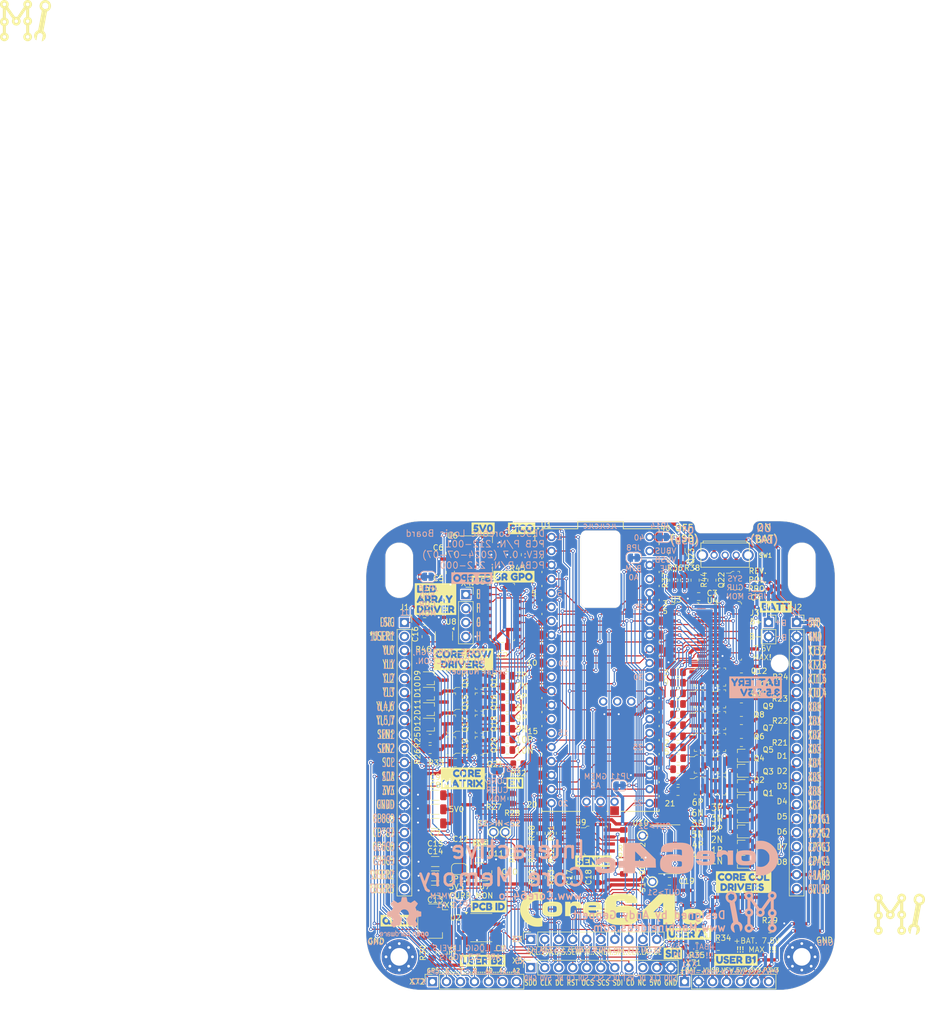
<source format=kicad_pcb>
(kicad_pcb (version 20240108) (generator "pcbnew") (generator_version "8.0")
  (title_block (title "Core 64c Logic Board") (date "2024-03-24") (rev "0.5") (company "Andy Geppert - Machine Ideas, LLC"))
  (layers (0 "F.Cu" signal) (31 "B.Cu" signal) (34 "B.Paste" user) (35 "F.Paste" user) (36 "B.SilkS" user "B.Silkscreen") (37 "F.SilkS" user "F.Silkscreen") (38 "B.Mask" user) (39 "F.Mask" user) (44 "Edge.Cuts" user))
  (net 0 "")
  (net 1 "Net-(U7-BP)")
  (net 2 "/CM_SR_~{OE}")
  (net 3 "-LABB")
  (net 4 "/XB0")
  (net 5 "/XB1")
  (net 6 "/XB3")
  (net 7 "/XB2")
  (net 8 "/XB4")
  (net 9 "/XB5")
  (net 10 "/XB6")
  (net 11 "Net-(Q1-C)")
  (net 12 "/XB7")
  (net 13 "Net-(Q2-C)")
  (net 14 "Net-(Q3-C)")
  (net 15 "Net-(Q4-C)")
  (net 16 "Net-(Q13-C)")
  (net 17 "Net-(Q14-C)")
  (net 18 "Net-(Q15-C)")
  (net 19 "Net-(Q16-C)")
  (net 20 "/YL0")
  (net 21 "/YL1")
  (net 22 "/YL2")
  (net 23 "/YL3")
  (net 24 "/USER3")
  (net 25 "/I2C_3V3_SDA")
  (net 26 "/GPIO5_CP5_HS1")
  (net 27 "/LED_ARY_5V0_SIG")
  (net 28 "/YL4,6")
  (net 29 "/USER2")
  (net 30 "/I2C_3V3_SCL")
  (net 31 "/GPIO7_CP7_HS3")
  (net 32 "/GPIO8_CP8_HS4")
  (net 33 "/YL5,7")
  (net 34 "/GPIO6_CP6_HS2")
  (net 35 "/CM_SENSE_2_IN")
  (net 36 "/CM_SENSE_1_IN")
  (net 37 "/USER1")
  (net 38 "Net-(Q1-B)")
  (net 39 "Net-(Q2-B)")
  (net 40 "/XT1,5")
  (net 41 "+LABB")
  (net 42 "/GPIO4_CP4_CS2")
  (net 43 "/XT0,4")
  (net 44 "/XT2,6")
  (net 45 "/GPIO1_CP1_SAO1")
  (net 46 "/XT3,7")
  (net 47 "/GPIO2_CP2_SAO2")
  (net 48 "Net-(Q3-B)")
  (net 49 "Net-(Q4-B)")
  (net 50 "Net-(Q5-B)")
  (net 51 "/CM_SR_CLK")
  (net 52 "+VSW")
  (net 53 "Net-(Q5-C)")
  (net 54 "Net-(Q6-B)")
  (net 55 "5V0")
  (net 56 "3V3")
  (net 57 "/GPIO3_CP3_DC")
  (net 58 "Net-(JP3-A)")
  (net 59 "Net-(JP8-A)")
  (net 60 "/CM_Q1P")
  (net 61 "/CM_Q1N")
  (net 62 "/CM_Q2P")
  (net 63 "Net-(Q7-C)")
  (net 64 "Net-(Q7-B)")
  (net 65 "Net-(Q8-B)")
  (net 66 "/CM_Q2N")
  (net 67 "Net-(Q9-B)")
  (net 68 "/CM_Q3P")
  (net 69 "/CM_Q3N")
  (net 70 "PICO_VSYS")
  (net 71 "/CM_Q4P")
  (net 72 "/CM_Q4N")
  (net 73 "/CM_Q5P")
  (net 74 "PICO_3V3OUT")
  (net 75 "/CM_Q5N")
  (net 76 "5VUSB")
  (net 77 "Net-(Q10-C)")
  (net 78 "Net-(Q10-B)")
  (net 79 "/CM_Q6P")
  (net 80 "/CM_Q6N")
  (net 81 "/CM_Q7P")
  (net 82 "/CM_Q7N")
  (net 83 "/CM_Q8P")
  (net 84 "/CM_Q8N")
  (net 85 "/CM_Q9P")
  (net 86 "/CM_Q9N")
  (net 87 "/CM_Q10P")
  (net 88 "Net-(Q11-B)")
  (net 89 "Net-(Q11-C)")
  (net 90 "Net-(Q12-B)")
  (net 91 "Net-(Q13-B)")
  (net 92 "Net-(Q14-B)")
  (net 93 "Net-(Q15-B)")
  (net 94 "Net-(Q16-B)")
  (net 95 "Net-(Q17-B)")
  (net 96 "Net-(Q17-C)")
  (net 97 "Net-(Q18-B)")
  (net 98 "Net-(Q19-C)")
  (net 99 "Net-(Q19-B)")
  (net 100 "Net-(Q20-B)")
  (net 101 "Net-(Q21-G)")
  (net 102 "Net-(Q22-D)")
  (net 103 "Net-(Q22-G)")
  (net 104 "GMEM")
  (net 105 "Net-(R36-Pad1)")
  (net 106 "Net-(U6-EN)")
  (net 107 "Net-(U8-Y)")
  (net 108 "Net-(U9B-_)")
  (net 109 "Net-(U9A--)")
  (net 123 "/CM_Q10N")
  (net 124 "/CM_EN")
  (net 125 "/I2C_CLOCK")
  (net 126 "/I2C_DATA")
  (net 130 "/SPI_CS1")
  (net 131 "/ADC0")
  (net 133 "Net-(U10-Pad1)")
  (net 134 "Net-(U10-Pad13)")
  (net 135 "Net-(U10-Pad12)")
  (net 136 "Net-(JP15-B)")
  (net 137 "Net-(JP16-A)")
  (net 138 "Net-(JP17-A)")
  (net 139 "/CM_SR_SER1")
  (net 140 "/CM_SR_LAT")
  (net 141 "/CA_SENSE_2_OUT")
  (net 142 "/CA_SENSE_1_OUT")
  (net 143 "/ADC1")
  (net 144 "/ADC2")
  (net 145 "/LED_ARY_3V3_SIG")
  (net 146 "/SPI_CD")
  (net 147 "/SPI_CLK")
  (net 148 "/SPI_SDI")
  (net 149 "/SPI_RESET")
  (net 150 "/SPI_SDO")
  (net 151 "/CM_SENSE_PULSE")
  (net 152 "/CM_SENSE_RESET")
  (net 153 "/CA_SR_SER2")
  (net 154 "/CA_SR_SER3")
  (net 155 "/CA_SR_GPO_E")
  (net 156 "/CA_SR_GPO_H")
  (net 157 "/CA_SR_GPO_F")
  (net 158 "/CA_SR_GPO_G")
  (footprint "Resistor_SMD:R_0805_2012Metric" (layer "F.Cu") (at 129.1 105.2 90)
    (property "Reference" "R44")
    (property "Value" "4K7")
  )
  (footprint "digikey-footprints:SOT-23-3" (layer "F.Cu") (at 89.65 141.1 90)
    (property "Reference" "Q21")
    (property "Value" "Q_NMOS_DGS_AO3400A")
  )
  (footprint "Connector_JST:JST_SH_SM04B-SRSS-TB_1x04-1MP_P1.00mm_Horizontal" (layer "F.Cu") (at 78.45 167.025 -90)
    (property "Reference" "X9")
    (property "Value" "Conn_4_QWIIC")
  )
  (footprint "Resistor_SMD:R_0805_2012Metric" (layer "F.Cu") (at 92 128.305713)
    (property "Reference" "R16")
    (property "Value" "470")
  )
  (footprint "Resistor_SMD:R_0805_2012Metric" (layer "F.Cu") (at 92 124.458571)
    (property "Reference" "R14")
    (property "Value" "470")
  )
  (footprint "Resistor_SMD:R_0805_2012Metric" (layer "F.Cu") (at 92 135.999997)
    (property "Reference" "R20")
    (property "Value" "470")
  )
  (footprint "Resistor_SMD:R_0805_2012Metric" (layer "F.Cu") (at 134.45 126.725 180)
    (property "Reference" "R23")
    (property "Value" "8R2-1%")
  )
  (footprint "Resistor_SMD:R_0805_2012Metric" (layer "F.Cu") (at 122.95 127.65 180)
    (property "Reference" "R10")
    (property "Value" "470")
  )
  (footprint "Resistor_SMD:R_0805_2012Metric" (layer "F.Cu") (at 122.95 125.715 180)
    (property "Reference" "R9")
    (property "Value" "470")
  )
  (footprint "Resistor_SMD:R_0805_2012Metric" (layer "F.Cu") (at 78 135.9)
    (property "Reference" "R26")
    (property "Value" "8R2-1%")
  )
  (footprint "Resistor_SMD:R_0805_2012Metric" (layer "F.Cu") (at 78 133.9)
    (property "Reference" "R25")
    (property "Value" "8R2-1%")
  )
  (footprint "Resistor_SMD:R_0805_2012Metric" (layer "F.Cu") (at 122.95 131.5 180)
    (property "Reference" "R8")
    (property "Value" "470")
  )
  (footprint "Resistor_SMD:R_0805_2012Metric" (layer "F.Cu") (at 122.95 129.55 180)
    (property "Reference" "R7")
    (property "Value" "470")
  )
  (footprint "Resistor_SMD:R_0805_2012Metric" (layer "F.Cu") (at 122.95 135.515 180)
    (property "Reference" "R6")
    (property "Value" "470")
  )
  (footprint "Resistor_SMD:R_0805_2012Metric" (layer "F.Cu") (at 122.95 133.515 180)
    (property "Reference" "R5")
    (property "Value" "470")
  )
  (footprint "digikey-footprints:SOT-23-3" (layer "F.Cu") (at 87 127.3 180)
    (property "Reference" "Q16")
    (property "Value" "MMBT4401LT1G")
  )
  (footprint "digikey-footprints:SOT-23-3" (layer "F.Cu") (at 81.8 127.3 180)
    (property "Reference" "Q15")
    (property "Value" "MMBT4403LT1G")
  )
  (footprint "digikey-footprints:SOT-23-3" (layer "F.Cu") (at 87 123.325 180)
    (property "Reference" "Q14")
    (property "Value" "MMBT4401LT1G")
  )
  (footprint "digikey-footprints:SOT-23-3" (layer "F.Cu") (at 130.775 126.725)
    (property "Reference" "Q9")
    (property "Value" "MMBT4403LT1G")
  )
  (footprint "digikey-footprints:SOT-23-3" (layer "F.Cu") (at 81.8 135.25 180)
    (property "Reference" "Q19")
    (property "Value" "MMBT4403LT1G")
  )
  (footprint "digikey-footprints:SOT-23-3" (layer "F.Cu") (at 87 131.275 180)
    (property "Reference" "Q18")
    (property "Value" "MMBT4401LT1G")
  )
  (footprint "digikey-footprints:SOT-23-3" (layer "F.Cu") (at 81.8 131.275 180)
    (property "Reference" "Q17")
    (property "Value" "MMBT4403LT1G")
  )
  (footprint "digikey-footprints:SOT-23-3" (layer "F.Cu") (at 130.775 130.675)
    (property "Reference" "Q7")
    (property "Value" "MMBT4403LT1G")
  )
  (footprint "digikey-footprints:SOT-23-3" (layer "F.Cu") (at 126.725 138.55)
    (property "Reference" "Q4")
    (property "Value" "MMBT4401LT1G")
  )
  (footprint "digikey-footprints:SOT-23-3" (layer "F.Cu") (at 130.775 138.575)
    (property "Reference" "Q3")
    (property "Value" "MMBT4403LT1G")
  )
  (footprint "digikey-footprints:SOT-23-3" (layer "F.Cu") (at 130.775 134.625)
    (property "Reference" "Q5")
    (property "Value" "MMBT4403LT1G")
  )
  (footprint "digikey-footprints:SOT-23-3" (layer "F.Cu") (at 126.725 142.5)
    (property "Reference" "Q2")
    (property "Value" "MMBT4401LT1G")
  )
  (footprint "digikey-footprints:SOT-23-3" (layer "F.Cu") (at 130.775 142.5)
    (property "Reference" "Q1")
    (property "Value" "MMBT4403LT1G")
  )
  (footprint "Package_TO_SOT_SMD:SOT-323_SC-70" (layer "F.Cu") (at 78.05 131.4)
    (property "Reference" "D12")
    (property "Value" "BAT54CW")
  )
  (footprint "Package_TO_SOT_SMD:SOT-323_SC-70" (layer "F.Cu") (at 78.05 128.595)
    (property "Reference" "D11")
    (property "Value" "BAT54AW")
  )
  (footprint "Package_TO_SOT_SMD:SOT-323_SC-70" (layer "F.Cu") (at 78.05 122.985)
    (property "Reference" "D9")
    (property "Value" "BAT54AW")
  )
  (footprint "Package_TO_SOT_SMD:SOT-323_SC-70" (layer "F.Cu") (at 134.45 145.265 180)
    (property "Reference" "D4")
    (property "Value" "BAT54CW")
  )
  (footprint "Package_TO_SOT_SMD:SOT-323_SC-70" (layer "F.Cu") (at 134.45 142.515 180)
    (property "Reference" "D3")
    (property "Value" "BAT54AW")
  )
  (footprint "Package_TO_SOT_SMD:SOT-323_SC-70" (layer "F.Cu") (at 134.45 139.765 180)
    (property "Reference" "D2")
    (property "Value" "BAT54CW")
  )
  (footprint "Package_TO_SOT_SMD:SOT-323_SC-70" (layer "F.Cu") (at 134.45 137.015 180)
    (property "Reference" "D1")
    (property "Value" "BAT54AW")
  )
  (footprint "Resistor_SMD:R_0805_2012Metric" (layer "F.Cu") (at 122.95 143.5 180)
    (property "Reference" "R2")
    (property "Value" "470")
  )
  (footprint "Resistor_SMD:R_0805_2012Metric" (layer "F.Cu") (at 122.975 141.5 180)
    (property "Reference" "R1")
    (property "Value" "470")
  )
  (footprint "Resistor_SMD:R_0805_2012Metric" (layer "F.Cu") (at 122.975 139.475 180)
    (property "Reference" "R4")
    (property "Value" "470")
  )
  (footprint "Resistor_SMD:R_0805_2012Metric" (layer "F.Cu") (at 122.975 137.475 180)
    (property "Reference" "R3")
    (property "Value" "470")
  )
  (footprint "digikey-footprints:SOT-23-3" (layer "F.Cu") (at 133.3 105.25)
    (property "Reference" "Q22")
    (property "Value" "SL3401A")
  )
  (footprint "Capacitor_SMD:C_0805_2012Metric" (layer "F.Cu") (at 76.9976 112.7176)
    (property "Reference" "C16")
    (property "Value" "0.1uF")
  )
  (footprint "Capacitor_SMD:C_0805_2012Metric" (layer "F.Cu") (at 87.45 171.9 180)
    (property "Reference" "C1")
    (property "Value" "0.1uF")
  )
  (footprint "MountingHole:MountingHole_3.2mm_M3_Pad_Via" (layer "F.Cu") (at 72.4 173.5)
    (property "Reference" "H1")
    (property "Value" "GND PAD")
  )
  (footprint "MountingHole:MountingHole_3.2mm_M3_Pad_Via" (layer "F.Cu") (at 145.4 173.5)
    (property "Reference" "H2")
    (property "Value" "GND PAD")
  )
  (footprint "Resistor_SMD:R_0805_2012Metric" (layer "F.Cu") (at 89.65 144.5 180)
    (property "Reference" "R27")
    (property "Value" "4K7")
  )
  (footprint "Resistor_SMD:R_0805_2012Metric" (layer "F.Cu") (at 77.277 115.4354 -90)
    (property "Reference" "R46")
    (property "Value" "470")
  )
  (footprint "Connector_PinSocket_2.54mm:PinSocket_1x20_P2.54mm_Vertical" (layer "F.Cu") (at 73.34 112.87)
    (property "Reference" "J1")
    (property "Value" "HDR100IMP40F-G-V-TH")
  )
  (footprint "Connector_PinSocket_2.54mm:PinSocket_1x20_P2.54mm_Vertical" (layer "F.Cu") (at 144.46 112.87)
    (property "Reference" "J2")
    (property "Value" "HDR100IMP40F-G-V-TH")
  )
  (footprint "Resistor_SMD:R_0805_2012Metric" (layer "F.Cu") (at 134.45 122.75 180)
    (property "Reference" "R24")
    (property "Value" "8R2-1%")
  )
  (footprint "Resistor_SMD:R_0805_2012Metric" (layer "F.Cu") (at 122.95 123.8 180)
    (property "Reference" "R12")
    (property "Value" "470")
  )
  (footprint "Resistor_SMD:R_0805_2012Metric" (layer "F.Cu") (at 122.95 121.9 180)
    (property "Reference" "R11")
    (property "Value" "470")
  )
  (footprint "digikey-footprints:SOT-23-3" (layer "F.Cu") (at 126.725 122.75)
    (property "Reference" "Q12")
    (property "Value" "MMBT4401LT1G")
  )
  (footprint "digikey-footprints:SOT-23-3" (layer "F.Cu") (at 130.775 122.775)
    (property "Reference" "Q11")
    (property "Value" "MMBT4403LT1G")
  )
  (footprint "Package_TO_SOT_SMD:SOT-23-5" (layer "F.Cu") (at 80.5125 115.3125 -90)
    (property "Reference" "U8")
    (property "Value" "SN74LV1T125DBVR")
  )
  (footprint "Capacitor_SMD:C_0805_2012Metric" (layer "F.Cu") (at 104.865 159.112 -90)
    (property "Reference" "C17")
    (property "Value" "0.1uF")
  )
  (footprint "Capacitor_SMD:C_0805_2012Metric" (layer "F.Cu") (at 108.365 159.112 -90)
    (property "Reference" "C18")
    (property "Value" "10uF")
  )
  (footprint "Package_SO:SOIC-14_3.9x8.7mm_P1.27mm" (layer "F.Cu") (at 121.365 154)
    (property "Reference" "U10")
    (property "Value" "74HC02")
  )
  (footprint "Capacitor_SMD:C_0805_2012Metric" (layer "F.Cu") (at 121.4 159.8 180)
    (property "Reference" "C19")
    (property "Value" "0.1uF")
  )
  (footprint "Resistor_SMD:R_0805_2012Metric" (layer "F.Cu") (at 113.115 157.55 -90)
    (property "Reference" "R55")
    (property "Value" "4K7")
  )
  (footprint "Resistor_SMD:R_0805_2012Metric" (layer "F.Cu") (at 113.1 151.4 -90)
    (property "Reference" "R54")
    (property "Value" "4K7")
  )
  (footprint "Resistor_SMD:R_0805_2012Metric" (layer "F.Cu") (at 101.615 159.1 -90)
    (property "Reference" "R53")
    (property "Value" "1K5-1%")
  )
  (footprint "Resistor_SMD:R_0805_2012Metric" (layer "F.Cu") (at 101.615 155.1 90)
    (property "Reference" "R52")
    (property "Value" "11-1%")
  )
  (footprint "Resistor_SMD:R_0805_2012Metric" (layer "F.Cu") (at 101.615 151.1 -90)
    (property "Reference" "R51")
    (property "Value" "1K8-1%")
  )
  (footprint "Resistor_SMD:R_0805_2012Metric" (layer "F.Cu") (at 98.115 159.1 -90)
    (property "Reference" "R50")
    (property "Value" "1K5-1%")
  )
  (footprint "Resistor_SMD:R_0805_2012Metric" (layer "F.Cu") (at 98.115 155.0375 -90)
    (property "Reference" "R49")
    (property "Value" "11-1%")
  )
  (footprint "Resistor_SMD:R_0805_2012Metric" (layer "F.Cu") (at 98.115 151.1 -90)
    (property "Reference" "R48")
    (property "Value" "1K8-1%")
  )
  (footprint "Resistor_SMD:R_0805_2012Metric" (layer "F.Cu") (at 94.615 155.0375 90)
    (property "Reference" "R47")
    (property "Value" "1K5-1%")
  )
  (footprint "Connector_PinSocket_2.54mm:PinSocket_1x10_P2.54mm_Vertical" (layer "F.Cu") (at 96.25 170.333 90)
    (property "Reference" "X3")
    (property "Value" "Conn_01x10_Female")
  )
  (footprint "digikey-footprints:SOT-23-3" (layer "F.Cu") (at 122.9 101 -90)
    (property "Reference" "Q23")
    (property "Value" "SL3401A")
  )
  (footprint "Resistor_SMD:R_0805_2012Metric" (layer "F.Cu") (at 126.375 171.625 180)
    (property "Reference" "R35")
    (property "Value" "4K7")
  )
  (footprint "digikey-footprints:SOIC-8_W3.9mm" (layer "F.Cu") (at 108.05 152.4 -90)
    (property "Reference" "U9")
    (property "Value" "LM393")
  )
  (footprint "Resistor_SMD:R_0805_2012Metric" (layer "F.Cu") (at 126.05 105.2 90)
    (property "Reference" "R38")
    (property "Value" "4K7")
  )
  (footprint "Connector_PinSocket_2.54mm:PinSocket_1x07_P2.54mm_Vertical" (layer "F.Cu") (at 78.42 178 90)
    (property "Reference" "X72")
    (property "Value" "Conn_01x07_Female")
  )
  (footprint "Connector_PinSocket_2.54mm:PinSocket_1x07_P2.54mm_Vertical" (layer "F.Cu") (at 124.14 178 90)
    (property "Reference" "X71")
    (property "Value" "Conn_01x07_Female")
  )
  (footprint "Resistor_SMD:R_0805_2012Metric" (layer "F.Cu") (at 92.85 144.8 90)
    (property "Reference" "R28")
    (property "Value" "470")
  )
  (footprint "digikey-footprints:SOT-23-3" (layer "F.Cu") (at 87 135.25 180)
    (property "Reference" "Q20")
    (property "Value" "MMBT4401LT1G")
  )
  (footprint "Resistor_SMD:R_0805_2012Metric" (layer "F.Cu") (at 92 122.535)
    (property "Reference" "R13")
    (property "Value" "470")
  )
  (footprint "Resistor_SMD:R_0805_2012Metric" (layer "F.Cu") (at 92 130.229284)
    (property "Reference" "R17")
    (property "Value" "470")
  )
  (footprint "Resistor_SMD:R_0805_2012Metric" (layer "F.Cu") (at 92 134.076426)
    (property "Reference" "R19")
    (property "Value" "470")
  )
  (footprint "digikey-footprints:SOT-23-3" (layer "F.Cu") (at 126.725 126.7)
    (property "Reference" "Q10")
    (property "Value" "MMBT4401LT1G")
  )
  (footprint "digikey-footprints:SOT-23-3" (layer "F.Cu") (at 126.725 130.65)
    (property "Reference" "Q8")
    (property "Value" "MMBT4401LT1G")
  )
  (footprint "digikey-footprints:SOT-23-3" (layer "F.Cu") (at 126.725 134.6)
    (property "Reference" "Q6")
    (property "Value" "MMBT4401LT1G")
  )
  (footprint "Resistor_SMD:R_0805_2012Metric" (layer "F.Cu") (at 134.45 130.65 180)
    (property "Reference" "R22")
    (property "Value" "8R2-1%")
  )
  (footprint "Resistor_SMD:R_0805_2012Metric" (layer "F.Cu") (at 134.45 134.625)
    (property "Reference" "R21")
    (property "Value" "8R2-1%")
  )
  (footprint "Package_TO_SOT_SMD:SOT-323_SC-70" (layer "F.Cu") (at 134.45 156.265 180)
    (property "Reference" "D8")
    (property "Value" "BAT54CW")
  )
  (footprint "Package_TO_SOT_SMD:SOT-323_SC-70" (layer "F.Cu") (at 134.45 153.515 180)
    (property "Reference" "D7")
    (property "Value" "BAT54AW")
  )
  (footprint "Package_TO_SOT_SMD:SOT-323_SC-70" (layer "F.Cu") (at 134.45 150.765 180)
    (property "Reference" "D6")
    (property "Value" "BAT54CW")
  )
  (footprint "Package_TO_SOT_SMD:SOT-323_SC-70" (layer "F.Cu") (at 134.45 148.015 180)
    (property "Reference" "D5")
    (property "Value" "BAT54AW")
  )
  (footprint "Package_TO_SOT_SMD:SOT-323_SC-70" (layer "F.Cu") (at 78.05 125.79)
    (property "Reference" "D10")
    (property "Value" "BAT54CW")
  )
  (footprint "Resistor_SMD:R_0805_2012Metric" (layer "F.Cu") (at 92 126.382142)
    (property "Reference" "R15")
    (property "Value" "470")
  )
  (footprint "Resistor_SMD:R_0805_2012Metric" (layer "F.Cu") (at 92 132.152855)
    (property "Reference" "R18")
    (property "Value" "470")
  )
  (footprint "PICO:Pico_W_SC0915" (layer "F.Cu") (at 108.9 121.5)
    (property "Reference" "U1")
    (property "Value" "SC0915_PICO" (hide yes))
  )
  (footprint "digikey-footprints:SOT-23-3" (layer "F.Cu") (at 81.8 123.325 180)
    (property "Reference" "Q13")
    (property "Value" "MMBT4403LT1G")
  )
  (footprint "Capacitor_SMD:C_0805_2012Metric" (layer "F.Cu") (at 91.12 117.2134 180)
    (property "Reference" "C2")
    (property "Value" "0.1uF")
  )
  (footprint "Capacitor_SMD:C_0805_2012Metric" (layer "F.Cu") (at 126.7 108.175 180)
    (property "Reference" "C3")
    (property "Value" "0.1uF")
  )
  (footprint "Capacitor_SMD:C_0805_2012Metric" (layer "F.Cu") (at 134.05 108.35 180)
    (property "Reference" "C4")
    (property "Value" "0.1uF")
  )
  (footprint "digikey-footprints:SOIC-16_W3.90mm" (layer "F.Cu") (at 124.5 114.515 -90)
    (property "Reference" "U3")
    (property "Value" "74HC595D")
  )
  (footprint "digikey-footprints:SOIC-16_W3.90mm" (layer "F.Cu") (at 132.275 114.5 -90)
    (property "Reference" "U4")
    (property "Value" "74HC595D")
  )
  (footprint "digikey-footprints:SOIC-16_W3.90mm" (layer "F.Cu") (at 91.125 110.975 -90)
    (property "Reference" "U5")
    (property "Value" "74HC595D")
  )
  (footprint "Connector_PinSocket_2.54mm:PinSocket_1x04_P2.54mm_Vertical" (layer "F.Cu") (at 84.475 107.8)
    (property "Reference" "X4")
    (property "Value" "CA_SR_GPO_EFGH")
  )
  (footprint "Connector_PinSocket_2.54mm:PinSocket_1x11_P2.54mm_Vertical" (layer "F.Cu") (at 96.25 175.46 90)
    (property "Reference" "X5")
    (property "Value" "Conn_01x11_Female")
  )
  (footprint "Package_TO_SOT_SMD:SOT-223-5" (layer "F.Cu") (at 87.3354 100.5764)
    (property "Reference" "U6")
    (property "Value" "LP38693MP-5.0")
  )
  (footprint "Package_TO_SOT_SMD:SOT-23-5" (layer "F.Cu") (at 86.9036 158.082 180)
    (property "Reference" "U7")
    (property "Value" "SSP9193-33M5R")
  )
  (footprint "Core_64_footprints:Core64c_Logo_7mm" (layer "F.Cu") (at 110.1206 165.0908)
    (property "Reference" "L1" (hide yes))
    (property "Value" "Core_64c_Logo_7mm_tall" (hide yes))
  )
  (footprint "Capacitor_SMD:C_1206_3216Metric" (layer "F.Cu") (at 78.925 156.225 180)
    (property "Reference" "C15")
    (property "Value" "220uF")
  )
  (footprint "Core64_Footprint_Library:Machine_Ideas_logo" (layer "F.Cu") (at 163.555 166.038)
    (property "Reference" "L3" (hide yes))
    (property "Value" "Core_64_Logo" (hide yes))
  )
  (footprint "Capacitor_SMD:C_1206_3216Metric" (layer "F.Cu") (at 78.925 158.825 180)
    (property "Reference" "C14")
    (property "Value" "220uF")
  )
  (footprint "kibuzzard-668B4929" (layer "F.Cu") (at 134.853 159.942)
    (property "Reference" "kibuzzard-668B4929" (hide yes))
    (property "Value" "G***" (hide yes))
  )
  (footprint "kibuzzard-668B4C2C" (layer "F.Cu") (at 93.197 104.57)
    (property "Reference" "kibuzzard-668B4C2C" (hide yes))
    (property "Value" "G***" (hide yes))
  )
  (footprint "Switch_XKB_SK12D07VG4_SK12D07L4B:SK12D07VG4" (layer "F.Cu") (at 131.5 100.6535 180)
    (property "Reference" "SW1")
    (property "Value" "SK12D07L4B")
  )
  (footprint "kibuzzard-668B48EA" (layer "F.Cu") (at 72.16016 166.944325)
    (property "Reference" "kibuzzard-668B48EA" (hide yes))
    (property "Value" "G***" (hide yes))
  )
  (footprint "kibuzzard-668B4920" (layer "F.Cu") (at 124.947 169.34)
    (property "Reference" "kibuzzard-668B4920" (hide yes))
    (property "Value" "G***" (hide yes))
  )
  (footprint "Capacitor_SMD:C_0805_2012Metric" (layer "F.Cu") (at 89.925 158.105 90)
    (property "Reference" "C10")
    (property "Value" "1uF")
  )
  (footprint "Capacitor_SMD:C_1206_3216Metric" (layer "F.Cu") (at 78.925 146.752 180)
    (property "Reference" "C8")
    (property "Value" "220uF")
  )
  (footprint "kibuzzard-668B48F5" (layer "F.Cu") (at 88.625 164.387)
    (property "Reference" "kibuzzard-668B48F5" (hide yes))
    (property "Value" "G***" (hide yes))
  )
  (footprint "Package_SO:SOIC-8_3.9x4.9mm_P1.27mm" (layer "F.Cu") (at 87.275 168.205)
    (property "Reference" "U2")
    (property "Value" "M24C02")
  )
  (footprint "Capacitor_SMD:C_1206_3216Metric" (layer "F.Cu") (at 78.925 144.202 180)
    (property "Reference" "C9")
    (property "Value" "220uF")
  )
  (footprint "Resistor_SMD:R_0805_2012Metric" (layer "F.Cu") (at 78.355 172.775 90)
    (property "Reference" "R30")
    (property "Value" "1K2")
  )
  (footprint "Core_64_footprints:Machine_Ideas_logo_1" (layer "F.Cu") (at 5.058067 4.001037)
    (property "Reference" "L4" (hide yes))
    (property "Value" "MI LOGO" (hide yes))
  )
  (footprint "kibuzzard-668B4B17" (layer "F.Cu") (at 84.053 119.556)
    (property "Reference" "kibuzzard-668B4B17" (hide yes))
    (property "Value" "G***" (hide yes))
  )
  (footprint "Resistor_SMD:R_0805_2012Metric" (layer "F.Cu") (at 139.604 168.414 180)
    (property "Reference" "R29")
    (property "Value" "4K7")
  )
  (footprint "kibuzzard-668B4AC0" (layer "F.Cu") (at 83.926 141.146)
    (property "Reference" "kibuzzard-668B4AC0" (hide yes))
    (property "Value" "G***" (hide yes))
  )
  (footprint "Core_64_footprints:TestPoint_THTPad_D1.5mm_Drill1.0mm" (layer "F.Cu") (at 116.51 151.51)
    (property "Reference" "TP22" (hide yes))
    (property "Value" "S2 OUT")
  )
  (footprint "Resistor_SMD:R_0805_2012Metric" (layer "F.Cu") (at 124.125 105.205 -90)
    (property "Reference" "R36")
    (property "Value" "4K7")
  )
  (footprint "Resistor_SMD:R_0805_2012Metric" (layer "F.Cu") (at 130.255 171.605 180)
    (property "Reference" "R34")
    (property "Value" "4K7")
  )
  (footprint "Capacitor_SMD:C_0805_2012Metric" (layer "F.Cu") (at 81.675 103.805 -90)
    (property "Reference" "C5")
    (property "Value" "1uF")
  )
  (footprint "kibuzzard-668B4CFD" (layer "F.Cu") (at 140.695 110.031)
    (property "Reference" "kibuzzard-668B4CFD" (hide yes))
    (property "Value" "G***" (hide yes))
  )
  (footprint "Jumper:SolderJumper-2_P1.3mm_Bridged_RoundedPad1.0x1.5mm" (layer "F.Cu") (at 83.275 157.575 180)
    (property "Reference" "JP17")
    (property "Value" "3V3_CUR_MON")
  )
  (footprint "Resistor_SMD:R_0805_2012Metric" (layer "F.Cu") (at 122.175 105.195 90)
    (property "Reference" "R37")
    (property "Value" "4K7")
  )
  (footprint "Core_64_footprints:TestPoint_THTPad_D1.5mm_Drill1.0mm" (layer "F.Cu") (at 118.31 159.9)
    (property "Reference" "TP23" (hide yes))
    (property "Value" "S1 OUT")
  )
  (footprint "Capacitor_SMD:C_0805_2012Metric" (layer "F.Cu") (at 81.65 100.36 90)
    (property "Reference" "C6")
    (property "Value" "1uF")
  )
  (footprint "kibuzzard-668B4C20" (layer "F.Cu") (at 94.594 95.807)
    (property "Reference" "kibuzzard-668B4C20" (hide yes))
    (property "Value" "G***" (hide yes))
  )
  (footprint "kibuzzard-668B4919" (layer "F.Cu") (at 122.026 172.896)
    (property "Reference" "kibuzzard-668B4919" (hide yes))
    (property "Value" "G***" (hide yes))
  )
  (footprint "kibuzzard-668B4889" (layer "F.Cu") (at 78.973 108.634)
    (property "Reference" "kibuzzard-668B4889" (hide yes))
    (property "Value" "G***" (hide yes))
  )
  (footprint "Resistor_SMD:R_0805_2012Metric" (layer "F.Cu") (at 80.355 172.775 90)
    (property "Reference" "R31")
    (property "Value" "1K2")
  )
  (footprint "Capacitor_SMD:C_0805_2012Metric" (layer "F.Cu") (at 83.825 154.505 90)
    (property "Reference" "C12")
    (property "Value" "1uF")
  )
  (footprint "kibuzzard-668B48FD" (layer "F.Cu") (at 87.529 174.194)
    (property "Reference" "kibuzzard-668B48FD" (hide yes))
    (property "Value" "G***" (hide yes))
  )
  (footprint "Core_64_footprints:TestPoint_THTPad_D1.5mm_Drill1.0mm" (layer "F.Cu") (at 89.470952 150.890614)
    (property "Reference" "TP20" (hide yes))
    (property "Value" "S1 IN")
  )
  (footprint "kibuzzard-668B4946" (layer "F.Cu") (at 107.574983 156.15543)
    (property "Reference" "kibuzzard-668B4946" (hide yes))
    (property "Value" "G***" (hide yes))
  )
  (footprint "kibuzzard-668B4910" (layer "F.Cu") (at 133.456 174.039)
    (property "Reference" "kibuzzard-668B4910" (hide yes))
    (property "Value" "G***" (hide yes))
  )
  (footprint "Capacitor_SMD:C_0805_2012Metric" (layer "F.Cu") (at 86.775 154.755)
    (property "Reference" "C11")
    (property "Value" "0.01uF")
  )
  (footprint "Resistor_SMD:R_0805_2012Metric" (layer "F.Cu") (at 82.595 138.29)
    (property "Reference" "R33")
    (property "Value" "68")
  )
  (footprint "Capacitor_SMD:C_1206_3216Metric" (layer "F.Cu") (at 78.925 161.425 180)
    (property "Reference" "C13")
    (property "Value" "220uF")
  )
  (footprint "Resistor_SMD:R_0805_2012Metric" (layer "F.Cu") (at 93.995 138.575 180)
    (property "Reference" "R32")
    (property "Value" "68")
  )
  (footprint "Connector_PinSocket_2.54mm:PinSocket_1x02_P2.54mm_Vertical" (layer "F.Cu") (at 139.375 112.875)
    (property "Reference" "J3")
    (property "Value" "Conn_1x02")
  )
  (footprint "Core_64_footprints:TestPoint_THTPad_D1.5mm_Drill1.0mm" (layer "F.Cu") (at 91.65 150.89)
    (property "Reference" "TP21" (hide yes))
    (property "Value" "S2 IN")
  )
  (footprint "Resistor_SMD:R_0805_2012Metric" (layer "F.Cu") (at 93.805 100.585 -90)
    (property "Reference" "R45")
    (property "Value" "4K7")
  )
  (footprint "Capacitor_SMD:C_1206_3216Metric" (layer "F.Cu") (at 78.925 149.302 180)
    (property "Reference" "C7")
    (property "Value" "220uF")
  )
  (footprint "kibuzzard-668B4C14" (layer "F.Cu") (at 87.609 95.807)
    (property "Reference" "kibuzzard-668B4C14" (hide yes))
    (property "Value" "G***" (hide yes))
  )
  (footprint "kibuzzard-668B4A9A" (layer "F.Cu") (at 93.385 141.979064)
    (property "Reference" "kibuzzard-668B4A9A" (hide yes))
    (property "Value" "G***" (hide yes))
  )
  (footprint "Symbol:OSHW-Logo2_9.8x8mm_SilkScreen" (layer "B.Cu") (at 73.3058 166.3618 180)
    (property "Reference" "L3" (hide yes))
    (property "Value" "Logo_Open_Hardware_Small" (hide yes))
  )
  (footprint "Core_64_footprints:Core64c_Logo_7mm" (layer "B.Cu") (at 125.3 155.8 180)
    (property "Reference" "L2" (hide yes))
    (property "Value" "Core_64c_Logo_7mm_tall" (hide yes))
  )
  (footprint "Jumper:SolderJumper-2_P1.3mm_Bridged_RoundedPad1.0x1.5mm" (layer "B.Cu") (at 112.335 142.425 180)
    (property "Reference" "JP11")
    (property "Value" "GMEM")
  )
  (footprint "Jumper:SolderJumper-2_P1.3mm_Bridged_RoundedPad1.0x1.5mm" (layer "B.Cu") (at 114.935 101.125 180)
    (property "Reference" "JP8")
    (property "Value" "BAT_MON")
  )
  (footprint "Jumper:SolderJumper-2_P1.3mm_Bridged_RoundedPad1.0x1.5mm" (layer "B.Cu") (at 120.225 97.375)
    (property "Reference" "JP14")
    (property "Value" "VBUS_5VUSB_TIE")
  )
  (footprint "clipboard:df14030b-9dee-4898-9f9c-a6f398f884b2" (layer "B.Cu") (at 132.567 168.451 180)
    (property "Reference" "")
    (property "Value" "")
  )
  (footprint "Jumper:SolderJumper-2_P1.3mm_Bridged_RoundedPad1.0x1.5mm" (layer "B.Cu") (at 77.575 104.575 180)
    (property "Reference" "JP16")
    (property "Value" "5V0_CUR_MON")
  )
  (footprint "kibuzzard-668B5072" (layer "B.Cu") (at 85.577 104.824 180)
    (property "Reference" "kibuzzard-668B5072" (hide yes))
    (property "Value" "G***" (hide yes))
  )
  (footprint "Jumper:SolderJumper-2_P1.3mm_Bridged_RoundedPad1.0x1.5mm" (layer "B.Cu") (at 137.375 106.275 180)
    (property "Reference" "JP15")
    (property "Value" "SYS_CUR_MON")
  )
  (footprint "Jumper:SolderJumper-2_P1.3mm_Bridged_RoundedPad1.0x1.5mm" (layer "B.Cu") (at 83.835 162.325)
    (property "Reference" "JP10")
    (property "Value" "VMEM")
  )
  (footprint "kibuzzard-668B5F7C" (layer "B.Cu") (at 137.012 124.636 180)
    (property "Reference" "kibuzzard-668B5F7C" (hide yes))
    (property "Value" "G***" (hide yes))
  )
  (footprint "Jumper:SolderJumper-2_P1.3mm_Bridged_RoundedPad1.0x1.5mm" (layer "B.Cu") (at 90.1 139.475 180)
    (property "Reference" "JP3")
    (property "Value" "CORE_CURR_MON")
  )
  (gr_line (start 85.704 104.57) (end 85.704 105.967) (stroke (width 0.4)) (layer "F.SilkS"))
  (gr_line (start 89.514 104.57) (end 85.704 104.57) (stroke (width 0.4)) (layer "F.SilkS"))
  (gr_line (start 66.4 104.5) (end 66.4 169.5) (stroke (width 0.05)) (layer "Edge.Cuts"))
  (gr_arc (start 141.4 94.5) (mid 148.471068 97.428932) (end 151.4 104.5) (stroke (width 0.05)) (layer "Edge.Cuts"))
  (gr_line (start 151.4 104.5) (end 151.4 169.5) (stroke (width 0.05)) (layer "Edge.Cuts"))
  (gr_line (start 69.9 100.9) (end 69.9 105.9) (stroke (width 0.05)) (layer "Edge.Cuts"))
  (gr_line (start 74.9 100.9) (end 74.9 105.9) (stroke (width 0.05)) (layer "Edge.Cuts"))
  (gr_arc (start 66.4 104.5) (mid 69.328932 97.428932) (end 76.4 94.5) (stroke (width 0.05)) (layer "Edge.Cuts"))
  (gr_arc (start 69.9 100.9) (mid 72.4 98.4) (end 74.9 100.9) (stroke (width 0.05)) (layer "Edge.Cuts"))
  (gr_arc (start 74.9 105.9) (mid 72.4 108.4) (end 69.9 105.9) (stroke (width 0.05)) (layer "Edge.Cuts"))
  (gr_line (start 147.9 100.9) (end 147.9 105.9) (stroke (width 0.05)) (layer "Edge.Cuts"))
  (gr_line (start 142.9 100.9) (end 142.9 105.9) (stroke (width 0.05)) (layer "Edge.Cuts"))
  (gr_arc (start 147.9 105.9) (mid 145.4 108.4) (end 142.9 105.9) (stroke (width 0.05)) (layer "Edge.Cuts"))
  (gr_arc (start 142.9 100.9) (mid 145.4 98.4) (end 147.9 100.9) (stroke (width 0.05)) (layer "Edge.Cuts"))
  (gr_line (start 76.4 179.5) (end 141.4 179.5) (stroke (width 0.05)) (layer "Edge.Cuts"))
  (gr_arc (start 76.4 179.5) (mid 69.328932 176.571068) (end 66.4 169.5) (stroke (width 0.05)) (layer "Edge.Cuts"))
  (gr_arc (start 151.4 169.5) (mid 148.471068 176.571068) (end 141.4 179.5) (stroke (width 0.05)) (layer "Edge.Cuts"))
  (gr_line (start 105.3 109.2) (end 105.3 97.2) (stroke (width 0.05)) (layer "Edge.Cuts"))
  (gr_arc (start 112.5 109.2) (mid 112.207107 109.907107) (end 111.5 110.2) (stroke (width 0.05)) (layer "Edge.Cuts"))
  (gr_line (start 141.4 94.5) (end 137.725 94.5) (stroke (width 0.05)) (layer "Edge.Cuts"))
  (gr_line (start 76.4 94.5) (end 124.875 94.5) (stroke (width 0.05)) (layer "Edge.Cuts"))
  (gr_arc (start 127.05 96.675) (mid 126.342893 96.382107) (end 126.05 95.675) (stroke (width 0.05)) (layer "Edge.Cuts"))
  (gr_arc (start 124.875 94.5) (mid 125.70585 94.84415) (end 126.05 95.675) (stroke (width 0.05)) (layer "Edge.Cuts"))
  (gr_arc (start 111.5 96.2) (mid 112.207107 96.492893) (end 112.5 97.2) (stroke (width 0.05)) (layer "Edge.Cuts"))
  (gr_arc (start 105.3 97.2) (mid 105.592893 96.492893) (end 106.3 96.2) (stroke (width 0.05)) (layer "Edge.Cuts"))
  (gr_circle (center 141.4 120.3) (end 143 120.3) (stroke (width 0.05)) (fill none) (layer "Edge.Cuts"))
  (gr_line (start 112.5 97.2) (end 112.5 109.2) (stroke (width 0.05)) (layer "Edge.Cuts"))
  (gr_line (start 106.3 96.2) (end 111.5 96.2) (stroke (width 0.05)) (layer "Edge.Cuts"))
  (gr_line (start 127.05 96.675) (end 135.55 96.675) (stroke (width 0.05)) (layer "Edge.Cuts"))
  (gr_line (start 111.5 110.2) (end 106.3 110.2) (stroke (width 0.05)) (layer "Edge.Cuts"))
  (gr_arc (start 106.3 110.2) (mid 105.592893 109.907107) (end 105.3 109.2) (stroke (width 0.05)) (layer "Edge.Cuts"))
  (gr_arc (start 136.55 95.675) (mid 136.257107 96.382107) (end 135.55 96.675) (stroke (width 0.05)) (layer "Edge.Cuts"))
  (gr_arc (start 136.55 95.675) (mid 136.89415 94.84415) (end 137.725 94.5) (stroke (width 0.05)) (layer "Edge.Cuts"))
  (gr_text "ALL LOGIC LEVELS\nARE 3.3 VOLTS" (at 85.2018 172.7378 0) (layer "B.SilkS") (effects (font (size 1 1)) (justify mirror)))
  (gr_text "DESC: Core64c Logic Board\nPCB P/N: 212-001\nREV: 0.7 (2024-07-07)\nPCBA P/N: 212-000" (at 98.9178 99.6112 0) (layer "B.SilkS") (effects (font (size 1.2 1.2)) (justify left mirror)))
  (gr_text "Interactive\nCore Memory" (at 106.4 156.6 0) (layer "B.SilkS") (effects (font (size 3.1 3.1) (thickness 0.5)) (justify left mirror)))
  (gr_text "+BAT. 7.5V\n!!! MAX !!!" (at 125.7198 172.4694 0) (layer "B.SilkS") (effects (font (size 1 1) (thickness 0.12)) (justify mirror)))
  (gr_text "GND" (at 149.6416 170.9598 0) (layer "B.SilkS") (effects (font (size 1 1)) (justify mirror)))
  (gr_text "GND" (at 68.133 170.8328 0) (layer "B.SilkS") (effects (font (size 1 1)) (justify mirror)))
  (gr_text "5V0\nGND\nXT3,7\nXT2,6\nXT1,5\nXT0,4\nXB0\nXB1\nXB2\nXB3\nXB4\nXB5\nXB6\nXB7\nCP1G1\nCP2G2\nCP3G3\nCP4G4\n+LABB\n5VUSB" (at 146.4 137.1 0) (layer "B.SilkS") (effects (font (size 1.58 0.8) (thickness 0.16)) (justify right mirror)))
  (gr_text "LSIG\n*USER1\nYL0\nYL1\nYL2\nYL3\nYL4,6\nYL5,7\nSEN1\nSEN2\nSCL\nSDA\n3V3\nGNDD\nCP8G8\nCP7G7\nCP6G6\nCP5G5\n*USER2\n*USER3" (at 71.7 137 0) (layer "B.SilkS") (effects (font (size 1.58 0.8) (thickness 0.16)) (justify left mirror)))
  (gr_text "1" (at 101.5 97.4 0) (layer "B.SilkS") (effects (font (size 1 1)) (justify mirror)))
  (gr_text "5" (at 101.5 107.6 0) (layer "B.SilkS") (effects (font (size 1 1)) (justify mirror)))
  (gr_text "40" (at 115.9 97.5 0) (layer "B.SilkS") (effects (font (size 1 1)) (justify mirror)))
  (gr_text "21" (at 115.6 145.6 0) (layer "B.SilkS") (effects (font (size 1 1)) (justify mirror)))
  (gr_text "25" (at 115.7 135.5 0) (layer "B.SilkS") (effects (font (size 1 1)) (justify mirror)))
  (gr_text "10" (at 102.2 120.3 0) (layer "B.SilkS") (effects (font (size 1 1)) (justify mirror)))
  (gr_text "20" (at 102.1 145.7 0) (layer "B.SilkS") (effects (font (size 1 1)) (justify mirror)))
  (gr_text "15" (at 102.1 132.9 0) (layer "B.SilkS") (effects (font (size 1 1)) (justify mirror)))
  (gr_text "35" (at 115.9 110.1 0) (layer "B.SilkS") (effects (font (size 1 1)) (justify mirror)))
  (gr_text "30" (at 115.8 122.8 0) (layer "B.SilkS") (effects (font (size 1 1)) (justify mirror)))
  (gr_text "J1" (at 73.4 111.1 0) (layer "B.SilkS") (effects (font (size 1 1)) (justify mirror)))
  (gr_text "J2" (at 144.5 111.1 0) (layer "B.SilkS") (effects (font (size 1 1)) (justify mirror)))
  (gr_text "Designed by Andy Geppert\nwww.MachineIdeas.com" (at 131.7426 167.0528 0) (layer "B.SilkS") (effects (font (size 1.4 1.4) (thickness 0.25)) (justify left mirror)))
  (gr_text "E\nF\nG\nH" (at 87.2846 111.6 0) (layer "B.SilkS") (effects (font (size 1.58 0.8) (thickness 0.16)) (justify left mirror)))
  (gr_text "ON\n(BAT)" (at 138.55 96.85 0) (layer "B.SilkS") (effects (font (size 1.3 1.3) (thickness 0.2)) (justify mirror)))
  (gr_text "OFF\n(USB)" (at 124.2 97.1 0) (layer "B.SilkS") (effects (font (size 1.2 1.2) (thickness 0.2)) (justify mirror)))
  (gr_text "Serial Number" (at 81.1788 121.7588 0) (layer "B.SilkS") (effects (font (size 1 1)) (justify right mirror)))
  (gr_text "www.Core64.io" (at 105.6328 162.4046 0) (layer "B.SilkS") (effects (font (size 1.4 1.4) (thickness 0.25)) (justify left mirror)))
  (gr_text "B+" (at 141.5496 112.892 180) (layer "B.SilkS") (effects (font (size 1 1))))
  (gr_text "B-" (at 141.6004 115.5058 180) (layer "B.SilkS") (effects (font (size 1 1))))
  (gr_text "JLCJLCJLC" (at 112.0242 95.4456 0) (layer "B.SilkS") (effects (font (size 0.8 0.8)) (justify left mirror)))
  (gr_text "X71" (at 125 174.8 0) (layer "B.SilkS") (effects (font (size 1 1)) (justify mirror)))
  (gr_text "VBUS\nVUSB\nTIE" (at 120.7 101.5 0) (layer "B.SilkS") (effects (font (size 1 1)) (justify mirror)))
  (gr_text "5V0\nCUR\nMON" (at 77.5 109.6 0) (layer "B.SilkS") (effects (font (size 1 1)) (justify mirror)))
  (gr_text "X72" (at 75.9 178 0) (layer "B.SilkS") (effects (font (size 1 1)) (justify mirror)))
  (gr_text "X5" (at 94.3 174.3 0) (layer "B.SilkS") (effects (font (size 1 1)) (justify mirror)))
  (gr_text "A2...A1...A0....8.....7.....6...GP5" (at 94.4 176.3 0) (layer "B.SilkS") (effects (font (size 0.762 0.762) (thickness 0.14986)) (justify left mirror)))
  (gr_text "X3" (at 93.8 170.3 0) (layer "B.SilkS") (effects (font (size 1 1)) (justify mirror)))
  (gr_text "BVM\nA0" (at 114.9 103.9 0) (layer "B.SilkS") (effects (font (size 1 1)) (justify mirror)))
  (gr_text "CORE\nCURR\nMON" (at 90.164 143.256 0) (layer "B.SilkS") (effects (font (size 1 1)) (justify mirror)))
  (gr_text "S2>IN<S1" (at 86.5 149.3 0) (layer "B.SilkS") (effects (font (size 1 1)) (justify right mirror)))
  (gr_text "GMEM\nA2" (at 108 141.6 0) (layer "B.SilkS") (effects (font (size 1 1)) (justify mirror)))
  (gr_text "*PASS-THROUGH,\nNO CONNECTION." (at 88.144 119.065 0) (layer "B.SilkS") (effects (font (size 1 1) (thickness 0.16)) (justify left mirror)))
  (gr_text "P3V3.3V3.5V0.VSW.VUSB.-BAT+" (at 141.2 176.3 0) (layer "B.SilkS") (effects (font (size 0.762 0.762) (thickness 0.14986)) (justify left mirror)))
  (gr_text "OE.LAT.CLK.SR1.CMEN.SENR.P..LAS.SDA.SCL" (at 119.9 172.2 0) (layer "B.SilkS") (effects (font (size 1.016 0.762) (thickness 0.1524)) (justify left mirror)))
  (gr_text "VMEM\nA1" (at 80 163.3 0) (layer "B.SilkS") (effects (font (size 1 1)) (justify mirror)))
  (gr_text "SDO CLK DC RST OCS SCS SDI CD NC 5V0 GND" (at 122.8 177.4 0) (layer "B.SilkS") (effects (font (size 1.016 0.762) (thickness 0.1524)) (justify left mirror)))
  (gr_text "SYS\nCUR\nMON" (at 133.3 106.55 0) (layer "B.SilkS") (effects (font (size 1 1)) (justify mirror)))
  (gr_text "OUT>S1" (at 117.26 161.8 0) (layer "B.SilkS") (effects (font (size 1 1)) (justify right mirror)))
  (gr_text "OUT>S2" (at 115.596429 149.796427 0) (layer "B.SilkS") (effects (font (size 1 1)) (justify right mirror)))
  (gr_text "ON\n(BAT)" (at 138.55 96.7 0) (layer "F.SilkS") (effects (font (size 1.3 1.3) (thickness 0.2))))
  (gr_text "GND" (at 68.233 170.6328 0) (layer "F.SilkS") (effects (font (size 1 1))))
  (gr_text "6P\n6N\n5P\n5N\n4P\n4N\n" (at 127.7 150.325 0) (layer "F.SilkS") (effects (font (size 1.2 1.1)) (justify right)))
  (gr_text "5V0\nGND\nXT3,7\nXT2,6\nXT1,5\nXT0,4\nXB0\nXB1\nXB2\nXB3\nXB4\nXB5\nXB6\nXB7\nCP1G1\nCP2G2\nCP3G3\nCP4G4\n+LABB\n5VUSB" (at 146.5 137.1 0) (layer "F.SilkS") (effects (font (size 1.58 0.8) (thickness 0.16)) (justify left)))
  (gr_text "LSIG\n*USER1\nYL0\nYL1\nYL2\nYL3\nYL4,6\nYL5,7\nSEN1\nSEN2\nSCL\nSDA\n3V3\nGNDD\nCP8G8\nCP7G7\nCP6G6\nCP5G5\n*USER2\n*USER3" (at 71.6 137 0) (layer "F.SilkS") (effects (font (size 1.58 0.8) (thickness 0.16)) (justify right)))
  (gr_text "3P\n3N\n2P\n2N\n1P\n1N" (at 131.2012 151.2748 0) (layer "F.SilkS") (effects (font (size 1.2 1.1)) (justify right)))
  (gr_text "+BAT. 7.5V\n!!! MAX !!!" (at 137.1956 171.3916 0) (layer "F.SilkS") (effects (font (size 1 1) (thickness 0.12))))
  (gr_text "REV.\nPOL.\nPRO." (at 137.4006 105.1436 0) (layer "F.SilkS") (effects (font (size 1 1))))
  (gr_text "3V3" (at 87.1544 152.9258 0) (layer "F.SilkS" knockout) (effects (font (size 1 1))))
  (gr_text "GND" (at 149.5162 170.4598 0) (layer "F.SilkS") (effects (font (size 1 1))))
  (gr_text "7P\n7N\n8P\n8N\n9P\n9N\n10P\n10N" (at 93.4 129.3 0) (layer "F.SilkS") (effects (font (size 1.2 1.1)) (justify left)))
  (gr_text "10" (at 96.5 120.2 0) (layer "F.SilkS") (effects (font (size 1 1))))
  (gr_text "20" (at 96.5 145.9 0) (layer "F.SilkS") (effects (font (size 1 1))))
  (gr_text "2\n5" (at 120.9 135.5 0) (layer "F.SilkS") (effects (font (size 1 1))))
  (gr_text "3\n5" (at 120.6348 110.1268 0) (layer "F.SilkS") (effects (font (size 0.9 0.9))))
  (gr_text "E\nF\nG\nH" (at 86.2686 111.5746 0) (layer "F.SilkS") (effects (font (size 1.58 0.8) (thickness 0.16)) (justify left)))
  (gr_text "OFF\n(USB)" (at 124.05 96.7 0) (layer "F.SilkS") (effects (font (size 1.2 1.2) (thickness 0.2))))
  (gr_text "B+" (at 137.1 112.7 0) (layer "F.SilkS") (effects (font (size 1 1))))
  (gr_text "B-" (at 137 115.4 0) (layer "F.SilkS") (effects (font (size 1 1))))
  (gr_text "7.5V\nMAX!" (at 138.2 118.399998 0) (layer "F.SilkS") (effects (font (size 1 1) (thickness 0.12))))
  (gr_text "5V0" (at 82.7602 146.739 0) (layer "F.SilkS") (effects (font (size 1 1))))
  (gr_text "SDO CLK DC RST OCS SCS SDI CD NC 5V0 GND" (at 95 178.2 0) (layer "F.SilkS") (effects (font (size 1.016 0.762) (thickness 0.1524)) (justify left)))
  (gr_text "1" (at 97 97.6 0) (layer "F.SilkS") (effects (font (size 1 1))))
  (gr_text "15" (at 96.6 132.6 0) (layer "F.SilkS") (effects (font (size 1 1))))
  (gr_text "GP5...6.....7.....8....A0...A1...A2" (at 77.3 176 0) (layer "F.SilkS") (effects (font (size 0.762 0.762) (thickness 0.14986)) (justify left)))
  (gr_text "21" (at 121.5 145.7 0) (layer "F.SilkS") (effects (font (size 1 1))))
  (gr_text "S1>IN<S2" (at 94.5 149.3 0) (layer "F.SilkS") (effects (font (size 1 1)) (justify right)))
  (gr_text "+BAT-.VUSB.VSW.5V0.3V3.P3V3" (at 123.204 175.9 0) (layer "F.SilkS") (effects (font (size 0.762 0.762) (thickness 0.14986)) (justify left)))
  (gr_text "5" (at 96.8 107.6 0) (layer "F.SilkS") (effects (font (size 1 1))))
  (gr_text "SCL.SDA.LAS.SENP.R..CMEN.SR1.CLK.LAT.OE" (at 95.5 172.6 0) (layer "F.SilkS") (effects (font (size 1.016 0.762) (thickness 0.1524)) (justify left)))
  (gr_text "S1<OUT>S2" (at 116.503571 152.603571 90) (layer "F.SilkS") (effects (font (size 1 1)) (justify right)))
  (gr_text "3V3\nCURR MON" (at 81.285 161.6 0) (layer "F.SilkS") (effects (font (size 1 1)) (justify left)))
  (gr_text "3\n0" (at 120.8 122.8 0) (layer "F.SilkS") (effects (font (size 1 1))))
  (gr_text "40" (at 120.6402 95.7678 0) (layer "F.SilkS") (effects (font (size 1 1))))
  (segment (start 85.8137 154.7546) (end 85.8137 157.1219) (width 0.6) (layer "F.Cu") (net 1))
  (segment (start 85.8137 157.1219) (end 85.8036 157.132) (width 0.2) (layer "F.Cu") (net 1))
  (segment (start 113.352 164.152) (end 119.152 164.152) (width 0.2) (layer "F.Cu") (net 2))
  (segment (start 137.1 168.4) (end 138.6775 168.4) (width 0.2) (layer "F.Cu") (net 2))
  (segment (start 101.45 108.8) (end 97.109678 108.8) (width 0.2) (layer "F.Cu") (net 2))
  (segment (start 137.1 168.4) (end 121.043 168.4) (width 0.2) (layer "F.Cu") (net 2))
  (segment (start 138.6775 168.4) (end 138.6915 168.414) (width 0.2) (layer "F.Cu") (net 2))
  (segment (start 97.109678 108.8) (end 95.569678 110.34) (width 0.2) (layer "F.Cu") (net 2))
  (segment (start 124.9 113.25) (end 120.9 113.25) (width 0.2) (layer "F.Cu") (net 2))
  (segment (start 116.95 113.85) (end 116.35 114.45) (width 0.2) (layer "F.Cu") (net 2))
  (segment (start 112.12 163.752) (end 112.952 163.752) (width 0.2) (layer "F.Cu") (net 2))
  (segment (start 121.043 168.4) (end 119.11 170.333) (width 0.2) (layer "F.Cu") (net 2))
  (segment (start 137.033 113.865) (end 137.048 113.85) (width 0.2) (layer "F.Cu") (net 2))
  (segment (start 110.35 114.55) (end 110.45 114.45) (width 0.2) (layer "F.Cu") (net 2))
  (segment (start 120.3 113.85) (end 116.95 113.85) (width 0.2) (layer "F.Cu") (net 2))
  (segment (start 112.952 163.752) (end 113.352 164.152) (width 0.2) (layer "F.Cu") (net 2))
  (segment (start 125.53 113.88) (end 124.9 113.25) (width 0.2) (layer "F.Cu") (net 2))
  (segment (start 127.2 113.88) (end 125.53 113.88) (width 0.2) (layer "F.Cu") (net 2))
  (segment (start 101.448 114.55) (end 110.35 114.55) (width 0.2) (layer "F.Cu") (net 2))
  (segment (start 119.152 164.152) (end 119.8 164.8) (width 0.2) (layer "F.Cu") (net 2))
  (segment (start 95.569678 110.34) (end 93.825 110.34) (width 0.2) (layer "F.Cu") (net 2))
  (segment (start 120.9 113.25) (end 120.3 113.85) (width 0.2) (layer "F.Cu") (net 2))
  (segment (start 116.35 114.45) (end 110.45 114.45) (width 0.2) (layer "F.Cu") (net 2))
  (segment (start 134.975 113.865) (end 137.033 113.865) (width 0.2) (layer "F.Cu") (net 2))
  (via (at 101.45 108.8) (size 0.65) (drill 0.35) (layers "F.Cu" "B.Cu") (net 2))
  (via (at 137.048 113.85) (size 0.65) (drill 0.35) (layers "F.Cu" "B.Cu") (net 2))
  (via (at 112.12 163.752) (size 0.65) (drill 0.35) (layers "F.Cu" "B.Cu") (net 2))
  (via (at 137.1 168.4) (size 0.65) (drill 0.35) (layers "F.Cu" "B.Cu") (net 2))
  (via (at 110.45 114.45) (size 0.65) (drill 0.35) (layers "F.Cu" "B.Cu") (net 2))
  (via (at 119.8 164.8) (size 0.65) (drill 0.35) (layers "F.Cu" "B.Cu") (net 2))
  (via (at 101.448 114.55) (size 0.65) (drill 0.35) (layers "F.Cu" "B.Cu") (net 2))
  (segment (start 119.11 165.49) (end 119.11 170.333) (width 0.2) (layer "B.Cu") (net 2))
  (segment (start 101.45 108.8) (end 101.448 108.802) (width 0.2) (layer "B.Cu") (net 2))
  (segment (start 101.448 108.802) (end 101.448 114.55) (width 0.2) (layer "B.Cu") (net 2))
  (segment (start 137.048 113.85) (end 137.048 168.348) (width 0.2) (layer "B.Cu") (net 2))
  (segment (start 112.12 163.752) (end 110.45 162.082) (width 0.2) (layer "B.Cu") (net 2))
  (segment (start 137.048 168.348) (end 137.1 168.4) (width 0.2) (layer "B.Cu") (net 2))
  (segment (start 119.8 164.8) (end 119.11 165.49) (width 0.2) (layer "B.Cu") (net 2))
  (segment (start 110.45 162.082) (end 110.45 114.45) (width 0.2) (layer "B.Cu") (net 2))
  (segment (start 91.9836 100.5764) (end 90.5854 100.5764) (width 0.6) (layer "F.Cu") (net 3))
  (segment (start 75.925 156.225) (end 75.9 156.25) (width 0.6) (layer "F.Cu") (net 3))
  (segment (start 87.99 158.1) (end 89.0125 158.1) (width 0.6) (layer "F.Cu") (net 3))
  (segment (start 114.406 140.55) (end 117.79 140.55) (width 0.6) (layer "F.Cu") (net 3))
  (segment (start 119.4151 102.425) (end 119.3901 102.45) (width 0.6) (layer "F.Cu") (net 3))
  (segment (start 121.875 103.15) (end 121.15 102.425) (width 0.6) (layer "F.Cu") (net 3))
  (segment (start 125.024982 108.25) (end 125.7625 108.25) (width 0.6) (layer "F.Cu") (net 3))
  (segment (start 80.45 165.525) (end 80.45 164.24201) (width 0.6) (layer "F.Cu") (net 3))
  (segment (start 84.775 171.475) (end 84.775 170.105) (width 0.6) (layer "F.Cu") (net 3))
  (segment (start 75.8 144.1) (end 75.8 149.15) (width 0.6) (layer "F.Cu") (net 3))
  (segment (start 90.6 144.1875) (end 90.5875 144.2) (width 0.6) (layer "F.Cu") (net 3))
  (segment (start 77.45 156.225) (end 75.925 156.225) (width 0.6) (layer "F.Cu") (net 3))
  (segment (start 117.79 102.45) (end 119.3901 102.45) (width 0.6) (layer "F.Cu") (net 3))
  (segment (start 90.5854 100.5764) (end 89.1134 100.5764) (width 0.6) (layer "F.Cu") (net 3))
  (segment (start 75.925 161.425) (end 77.45 161.425) (width 0.6) (layer "F.Cu") (net 3))
  (segment (start 133.062504 108.350004) (end 132.359619 108.350004) (width 0.6) (layer "F.Cu") (net 3))
  (segment (start 75.9 156.25) (end 75.9 158.8) (width 0.6) (layer "F.Cu") (net 3))
  (segment (start 89.798 117.5395) (end 90.1875 117.15) (width 0.6) (layer "F.Cu") (net 3))
  (segment (start 124.730491 108.544491) (end 125.024982 108.25) (width 0.6) (layer "F.Cu") (net 3))
  (segment (start 129.6 118.945) (end 129.605 118.95) (width 0.6) (layer "F.Cu") (net 3))
  (segment (start 121.8 118.945) (end 121.8 119.508252) (width 0.6) (layer "F.Cu") (net 3))
  (segment (start 117.681 157.81) (end 118.89 157.81) (width 0.6) (layer "F.Cu") (net 3))
  (segment (start 130.565381 118.95) (end 131.025 118.95) (width 0.6) (layer "F.Cu") (net 3))
  (segment (start 90.5726 100.5636) (end 90.5726 98.329798) (width 0.6) (layer "F.Cu") (net 3))
  (segment (start 120.4625 158.6) (end 120.4625 159.8) (width 0.6) (layer "F.Cu") (net 3))
  (segment (start 77.45 149.302) (end 75.952 149.302) (width 0.6) (layer "F.Cu") (net 3))
  (segment (start 86.212005 115.42) (end 88.425 115.42) (width 0.6) (layer "F.Cu") (net 3))
  (segment (start 100.01 115.15) (end 98.4099 115.15) (width 0.6) (layer "F.Cu") (net 3))
  (segment (start 91.35 167.6) (end 91.315 167.565) (width 0.6) (layer "F.Cu") (net 3))
  (segment (start 104 154.305) (end 103.4875 154.8175) (width 0.6) (layer "F.Cu") (net 3))
  (segment (start 91.55 142.15) (end 90.6 142.15) (width 0.6) (layer "F.Cu") (net 3))
  (segment (start 120.4625 158.6) (end 119.6725 157.81) (width 0.6) (layer "F.Cu") (net 3))
  (segment (start 98.115 160.0125) (end 98.14 160.0375) (width 0.6) (layer "F.Cu") (net 3))
  (segment (start 117.79 115.15) (end 119.3901 115.15) (width 0.6) (layer "F.Cu") (net 3))
  (segment (start 140.5165 168.414) (end 141.24 168.414) (width 0.2) (layer "F.Cu") (net 3))
  (segment (start 78.6971 111.9556) (end 77.9351 112.7176) (width 0.6) (layer "F.Cu") (net 3))
  (segment (start 121.551511 119.756741) (end 121.226512 120.08174) (width 0.6) (layer "F.Cu") (net 3))
  (segment (start 115.927798 159.563202) (end 117.681 157.81) (width 0.6) (layer "F.Cu") (net 3))
  (segment (start 89.0125 158.1) (end 89.95 157.1625) (width 0.6) (layer "F.Cu") (net 3))
  (segment (start 90.5854 102.785) (end 90.5866 102.7862) (width 0.6) (layer "F.Cu") (net 3))
  (segment (start 80.879164 111.9556) (end 79.563 111.9556) (width 0.6) (layer "F.Cu") (net 3))
  (segment (start 109.958798 159.563202) (end 115.927798 159.563202) (width 0.6) (layer "F.Cu") (net 3))
  (segment (start 75.8 146.6) (end 77.298 146.6) (width 0.6) (layer "F.Cu") (net 3))
  (segment (start 112.2 129.5) (end 116.14 129.5) (width 0.6) (layer "F.Cu") (net 3))
  (segment (start 81.4782 114.183) (end 81.4782 112.554636) (width 0.6) (layer "F.Cu") (net 3))
  (segment (start 89.798 118.377758) (end 89.798 117.5395) (width 0.6) (layer "F.Cu") (net 3))
  (segment (start 81.675 105.975) (end 81.7 106) (width 0.6) (layer "F.Cu") (net 3))
  (segment (start 77.45 144.202) (end 77.348 144.1) (width 0.6) (layer "F.Cu") (net 3))
  (segment (start 85.2 171.9) (end 84.775 171.475) (width 0.6) (layer "F.Cu") (net 3))
  (segment (start 81.4782 112.554636) (end 80.879164 111.9556) (width 0.6) (layer "F.Cu") (net 3))
  (segment (start 90.5854 100.5764) (end 90.5726 100.5636) (width 0.6) (layer "F.Cu") (net 3))
  (segment (start 112.2 129.5) (end 109.6 129.5) (width 0.6) (layer "F.Cu") (net 3))
  (segment (start 80.45 164.24201) (end 80.40799 164.2) (width 0.6) (layer "F.Cu") (net 3))
  (segment (start 126.05 104.2625) (end 128.5 104.2625) (width 0.6) (layer "F.Cu") (net 3))
  (segment (start 77.348 144.1) (end 75.8 144.1) (width 0.6) (layer "F.Cu") (net 3))
  (segment (start 75.975 158.825) (end 75.9 158.9) (width 0.6) (layer "F.Cu") (net 3))
  (segment (start 81.9 153.6) (end 83.78 153.6) (width 0.6) (layer "F.Cu") (net 3))
  (segment (start 90.6 142.15) (end 90.6 144.1875) (width 0.6) (layer "F.Cu") (net 3))
  (segment (start 98.14 160.0375) (end 102.7375 160.0375) (width 0.6) (layer "F.Cu") (net 3))
  (segment (start 91.6 142.1) (end 91.55 142.15) (width 0.6) (layer "F.Cu") (net 3))
  (segment (start 90.5854 100.5764) (end 90.5854 102.785) (width 0.6) (layer "F.Cu") (net 3))
  (segment (start 79.563 111.9556) (end 78.6971 111.9556) (width 0.6) (layer "F.Cu") (net 3))
  (segment (start 116.14 129.5) (end 117.79 127.85) (width 0.6) (layer "F.Cu") (net 3))
  (segment (start 103.9725 160.0495) (end 104.865 160.0495) (width 0.6) (layer "F.Cu") (net 3))
  (segment (start 119.6725 157.81) (end 118.89 157.81) (width 0.6) (layer "F.Cu") (net 3))
  (segment (start 79.5782 111.9912) (end 79.5782 114.183) (width 0.6) (layer "F.Cu") (net 3))
  (segment (start 82.73 170.105) (end 82.725 170.1) (width 0.6) (layer "F.Cu") (net 3))
  (segment (start 100.01 140.55) (end 98.4099 140.55) (width 0.6) (layer "F.Cu") (net 3))
  (segment (start 117.79 127.85) (end 119.3901 127.85) (width 0.6) (layer "F.Cu") (net 3))
  (segment (start 103.4875 154.8175) (end 103.4875 159.2875) (width 0.6) (layer "F.Cu") (net 3))
  (segment (start 132.359619 108.350004) (end 131.9 108.350004) (width 0.6) (layer "F.Cu") (net 3))
  (segment (start 77.45 158.825) (end 75.975 158.825) (width 0.6) (layer "F.Cu") (net 3))
  (segment (start 104.865 160.0495) (end 108.365 160.0495) (width 0.6) (layer "F.Cu") (net 3))
  (segment (start 81.675 104.755) (end 81.675 105.975) (width 0.6) (layer "F.Cu") (net 3))
  (segment (start 77.298 146.6) (end 77.45 146.752) (width 0.6) (layer "F.Cu") (net 3))
  (segment (start 103.5 159.3) (end 103.5 159.577) (width 0.6) (layer "F.Cu") (net 3))
  (segment (start 100.01 102.45) (end 98.4099 102.45) (width 0.6) (layer "F.Cu") (net 3))
  (segment (start 87.6887 154.7546) (end 88.8796 154.7546) (width 0.6) (layer "F.Cu") (net 3))
  (segment (start 81.6458 99.4611) (end 81.6458 98.0872) (width 0.6) (layer "F.Cu") (net 3))
  (segment (start 129.605 118.95) (end 130.565381 118.95) (width 0.6) (layer "F.Cu") (net 3))
  (segment (start 103.4875 159.2875) (end 103.5 159.3) (width 0.6) (layer "F.Cu") (net 3))
  (segment (start 133.0875 108.375) (end 133.062504 108.350004) (width 0.6) (layer "F.Cu") (net 3))
  (segment (start 108.365 160.0495) (end 109.4725 160.0495) (width 0.6) (layer "F.Cu") (net 3))
  (segment (start 88.8796 154.7546) (end 89.95 155.825) (width 0.6) (layer "F.Cu") (net 3))
  (segment (start 126.05 103.15) (end 121.875 103.15) (width 0.6) (layer "F.Cu") (net 3))
  (segment (start 91.315 167.565) (end 89.725 167.565) (width 0.6) (layer "F.Cu") (net 3))
  (segment (start 83.78 153.6) (end 83.825 153.555) (width 0.6) (layer "F.Cu") (net 3))
  (segment (start 126.05 104.2625) (end 126.05 103.15) (width 0.6) (layer "F.Cu") (net 3))
  (segment (start 75.9 158.9) (end 75.9 161.45) (width 0.6) (layer "F.Cu") (net 3))
  (segment (start 100.01 127.85) (end 98.4099 127.85) (width 0.6) (layer "F.Cu") (net 3))
  (segment (start 103.5 159.577) (end 103.9725 160.0495) (width 0.6) (layer "F.Cu") (net 3))
  (segment (start 75.952 149.302) (end 75.8 149.15) (width 0.6) (layer "F.Cu") (net 3))
  (segment (start 105.6 154.305) (end 104 154.305) (width 0.6) (layer "F.Cu") (net 3))
  (segment (start 121.8 119.508252) (end 121.551511 119.756741) (width 0.6) (layer "F.Cu") (net 3))
  (segment (start 89.95 157.1625) (end 89.95 155.825) (width 0.6) (layer "F.Cu") (net 3))
  (segment (start 86.5125 171.9) (end 85.2 171.9) (width 0.6) (layer "F.Cu") (net 3))
  (segment (start 86.5125 171.9) (end 86.5125 170.4875) (width 0.6) (layer "F.Cu") (net 3))
  (segment (start 109.4725 160.0495) (end 109.958798 159.563202) (width 0.6) (layer "F.Cu") (net 3))
  (segment (start 86.212 115.420005) (end 86.212005 115.42) (width 0.6) (layer "F.Cu") (net 3))
  (segment (start 75.9 161.45) (end 75.925 161.425) (width 0.6) (layer "F.Cu") (net 3))
  (segment (start 102.7375 160.0375) (end 103.4875 159.2875) (width 0.6) (layer "F.Cu") (net 3))
  (segment (start 86.5125 170.4875) (end 86.5 170.475) (width 0.6) (layer "F.Cu") (net 3))
  (segment (start 117.79 140.55) (end 119.3901 140.55) (width 0.6) (layer "F.Cu") (net 3))
  (segment (start 141.24 168.414) (end 142.219 167.435) (width 0.2) (layer "F.Cu") (net 3))
  (segment (start 121.15 102.425) (end 119.4151 102.425) (width 0.6) (layer "F.Cu") (net 3))
  (segment (start 75.9 158.8) (end 75.9 158.9) (width 0.6) (layer "F.Cu") (net 3))
  (segment (start 84.775 170.105) (end 82.73 170.105) (width 0.6) (layer "F.Cu") (net 3))
  (via (at 89.1134 100.5764) (size 0.65) (drill 0.35) (layers "F.Cu" "B.Cu") (net 3))
  (via (at 126.05 103.15) (size 0.65) (drill 0.35) (layers "F.Cu" "B.Cu") (net 3))
  (via (at 81.9 153.6) (size 0.65) (drill 0.35) (layers "F.Cu" "B.Cu") (net 3))
  (via (at 120.4625 158.6) (size 0.65) (drill 0.35) (layers "F.Cu" "B.Cu") (net 3))
  (via (at 91.9836 100.5764) (size 0.65) (drill 0.35) (layers "F.Cu" "B.Cu") (net 3))
  (via (at 86.5 170.475) (size 0.65) (drill 0.35) (layers "F.Cu" "B.Cu") (net 3))
  (via (at 131.9 108.350004) (size 0.65) (drill 0.35) (layers "F.Cu" "B.Cu") (net 3))
  (via (at 114.406 140.55) (size 0.65) (drill 0.35) (layers "F.Cu" "B.Cu") (net 3))
  (via (at 90.5866 102.7862) (size 0.65) (drill 0.35) (layers "F.Cu" "B.Cu") (net 3))
  (via (at 103.5 159.3) (size 0.65) (drill 0.35) (layers "F.Cu" "B.Cu") (net 3))
  (via (at 131.025 118.95) (size 0.65) (drill 0.35) (layers "F.Cu" "B.Cu") (net 3))
  (via (at 89.798 118.377758) (size 0.65) (drill 0.35) (layers "F.Cu" "B.Cu") (net 3))
  (via (at 121.226512 120.08174) (size 0.65) (drill 0.35) (layers "F.Cu" "B.Cu") (net 3))
  (via (at 112.2 129.5) (size 0.65) (drill 0.35) (layers "F.Cu" "B.Cu") (net 3))
  (via (at 91.6 142.1) (size 0.65) (drill 0.35) (layers "F.Cu" "B.Cu") (net 3))
  (via (at 75.8 144.1) (size 0.65) (drill 0.35) (layers "F.Cu" "B.Cu") (net 3))
  (via (at 91.35 167.6) (size 0.65) (drill 0.35) (layers "F.Cu" "B.Cu") (net 3))
  (via (at 86.212 115.420005) (size 0.65) (drill 0.35) (layers "F.Cu" "B.Cu") (net 3))
  (via (at 75.9 158.8) (size 0.65) (drill 0.35) (layers "F.Cu" "B.Cu") (net 3))
  (via (at 124.730491 108.544491) (size 0.65) (drill 0.35) (layers "F.Cu" "B.Cu") (net 3))
  (via (at 82.725 170.1) (size 0.65) (drill 0.35) (layers "F.Cu" "B.Cu") (net 3))
  (via (at 80.40799 164.2) (size 0.65) (drill 0.35) (layers "F.Cu" "B.Cu") (net 3))
  (via (at 79.563 111.9556) (size 0.65) (drill 0.35) (layers "F.Cu" "B.Cu") (net 3))
  (via (at 109.6 129.5) (size 0.65) (drill 0.35) (layers "F.Cu" "B.Cu") (net 3))
  (via (at 75.9 156.25) (size 0.65) (drill 0.35) (layers "F.Cu" "B.Cu") (net 3))
  (via (at 75.8 149.15) (size 0.65) (drill 0.35) (layers "F.Cu" "B.Cu") (net 3))
  (via (at 142.219 167.435) (size 0.65) (drill 0.35) (layers "F.Cu" "B.Cu") (net 3))
  (via (at 89.95 155.825) (size 0.65) (drill 0.35) (layers "F.Cu" "B.Cu") (net 3))
  (via (at 81.7 106) (size 0.65) (drill 0.35) (layers "F.Cu" "B.Cu") (net 3))
  (via (at 75.9 161.45) (size 0.65) (drill 0.35) (layers "F.Cu" "B.Cu") (net 3))
  (via (at 81.6458 98.0872) (size 0.65) (drill 0.35) (layers "F.Cu" "B.Cu") (net 3))
  (via (at 90.5726 98.329798) (size 0.65) (drill 0.35) (layers "F.Cu" "B.Cu") (net 3))
  (via (at 75.8 146.6) (size 0.65) (drill 0.35) (layers "F.Cu" "B.Cu") (net 3))
  (segment (start 136.44 140.415) (end 136.45 140.425) (width 0.6) (layer "F.Cu") (net 4))
  (segment (start 144.46 128.11) (end 136.4725 136.0975) (width 0.6) (layer "F.Cu") (net 4))
  (segment (start 136.205 136.365) (end 135.45 136.365) (width 0.6) (layer "F.Cu") (net 4))
  (segment (start 135.45 140.415) (end 136.44 140.415) (width 0.6) (layer "F.Cu") (net 4))
  (segment (start 136.4725 136.0975) (end 136.205 136.365) (width 0.6) (layer "F.Cu") (net 4))
  (via (at 136.45 140.425) (size 0.65) (drill 0.35) (layers "F.Cu" "B.Cu") (net 4))
  (via (at 136.4725 136.0975) (size 0.65) (drill 0.35) (layers "F.Cu" "B.Cu") (net 4))
  (segment (start 136.45 140.425) (end 136.45 136.12) (width 0.6) (layer "B.Cu") (net 4))
  (segment (start 136.45 136.12) (end 136.4725 136.0975) (width 0.6) (layer "B.Cu") (net 4))
  (segment (start 135.45 137.665) (end 135.45 139.115) (width 0.6) (layer "F.Cu") (net 5))
  (segment (start 135.45 137.665) (end 137.445 137.665) (width 0.6) (layer "F.Cu") (net 5))
  (segment (start 137.445 137.665) (end 144.46 130.65) (width 0.6) (layer "F.Cu") (net 5))
  (segment (start 135.45 143.165) (end 137.025 143.165) (width 0.6) (layer "F.Cu") (net 6))
  (segment (start 135.45 143.165) (end 135.45 144.615) (width 0.6) (layer "F.Cu") (net 6))
  (segment (start 137.025 143.165) (end 144.46 135.73) (width 0.6) (layer "F.Cu") (net 6))
  (segment (start 135.45 141.865) (end 136.4 141.865) (width 0.6) (layer "F.Cu") (net 7))
  (segment (start 135.76 145.915) (end 136.425 145.25) (width 0.6) (layer "F.Cu") (net 7))
  (segment (start 136.4 141.865) (end 137.55 140.715) (width 0.6) (layer "F.Cu") (net 7))
  (segment (start 135.45 145.915) (end 135.76 145.915) (width 0.6) (layer "F.Cu") (net 7))
  (segment (start 137.55 140.1) (end 144.46 133.19) (width 0.6) (layer "F.Cu") (net 7))
  (segment (start 136.425 145.25) (end 136.425 145.225) (width 0.6) (layer "F.Cu") (net 7))
  (segment (start 137.55 140.715) (end 137.55 140.1) (width 0.6) (layer "F.Cu") (net 7))
  (via (at 136.425 145.225) (size 0.65) (drill 0.35) (layers "F.Cu" "B.Cu") (net 7))
  (via (at 136.4 141.865) (size 0.65) (drill 0.35) (layers "F.Cu" "B.Cu") (net 7))
  (segment (start 136.425 145.225) (end 136.425 141.89) (width 0.6) (layer "B.Cu") (net 7))
  (segment (start 136.425 141.89) (end 136.4 141.865) (width 0.6) (layer "B.Cu") (net 7))
  (segment (start 136.415 150.59) (end 136.4 150.59) (width 0.6) (layer "F.Cu") (net 8))
  (segment (start 135.575 151.415) (end 136.4 150.59) (width 0.6) (layer "F.Cu") (net 8))
  (segment (start 136.42 146.52) (end 144.46 138.48) (width 0.6) (layer "F.Cu") (net 8))
  (segment (start 135.45 147.365) (end 135.575 147.365) (width 0.6) (layer "F.Cu") (net 8))
  (segment (start 135.45 151.415) (end 135.575 151.415) (width 0.6) (layer "F.Cu") (net 8))
  (segment (start 135.575 147.365) (end 136.42 146.52) (width 0.6) (layer "F.Cu") (net 8))
  (segment (start 144.46 138.48) (end 144.46 138.27) (width 0.6) (layer "F.Cu") (net 8))
  (via (at 136.4 150.59) (size 0.65) (drill 0.35) (layers "F.Cu" "B.Cu") (net 8))
  (via (at 136.42 146.52) (size 0.65) (drill 0.35) (layers "F.Cu" "B.Cu") (net 8))
  (segment (start 136.4 150.59) (end 136.4 146.54) (width 0.6) (layer "B.Cu") (net 8))
  (segment (start 136.4 146.54) (end 136.42 146.52) (width 0.6) (layer "B.Cu") (net 8))
  (segment (start 136.605 148.665) (end 144.46 140.81) (width 0.6) (layer "F.Cu") (net 9))
  (segment (start 135.45 148.665) (end 136.605 148.665) (width 0.6) (layer "F.Cu") (net 9))
  (segment (start 135.45 150.115) (end 135.45 148.665) (width 0.6) (layer "F.Cu") (net 9))
  (segment (start 136.4 157.373) (end 135.942 156.915) (width 0.6) (layer "F.Cu") (net 10))
  (segment (start 143.610001 144.199999) (end 144.46 143.35) (width 0.6) (layer "F.Cu") (net 10))
  (segment (start 135.45 152.865) (end 135.575 152.865) (width 0.6) (layer "F.Cu") (net 10))
  (segment (start 135.942 156.915) (end 135.45 156.915) (width 0.6) (layer "F.Cu") (net 10))
  (segment (start 143.610001 144.829999) (end 143.610001 144.199999) (width 0.6) (layer "F.Cu") (net 10))
  (segment (start 135.575 152.865) (end 143.610001 144.829999) (width 0.6) (layer "F.Cu") (net 10))
  (via (at 136.47 151.97) (size 0.65) (drill 0.35) (layers "F.Cu" "B.Cu") (net 10))
  (via (at 136.4 157.373) (size 0.65) (drill 0.35) (layers "F.Cu" "B.Cu") (net 10))
  (segment (start 136.4 157.373) (end 136.45 157.323) (width 0.6) (layer "B.Cu") (net 10))
  (segment (start 136.45 157.323) (end 136.45 151.99) (width 0.6) (layer "B.Cu") (net 10))
  (segment (start 136.45 151.99) (end 136.47 151.97) (width 0.6) (layer "B.Cu") (net 10))
  (segment (start 133.45 141.69) (end 133.45 142.515) (width 0.6) (layer "F.Cu") (net 11))
  (segment (start 133.41 142.475) (end 133.45 142.515) (width 0.6) (layer "F.Cu") (net 11))
  (segment (start 134.5 138.89) (end 134.5 140.64) (width 0.6) (layer "F.Cu") (net 11))
  (segment (start 134.5 140.64) (end 133.45 141.69) (width 0.6) (layer "F.Cu") (net 11))
  (segment (start 131.825 142.475) (end 133.41 142.475) (width 0.6) (layer "F.Cu") (net 11))
  (segment (start 133.45 137.015) (end 133.45 137.84) (width 0.6) (layer "F.Cu") (net 11))
  (segment (start 133.45 137.84) (end 134.5 138.89) (width 0.6) (layer "F.Cu") (net 11))
  (segment (start 135.45 155.615) (end 135.45 154.165) (width 0.6) (layer "F.Cu") (net 12))
  (segment (start 143.610001 146.739999) (end 144.46 145.89) (width 0.6) (layer "F.Cu") (net 12))
  (segment (start 136.185 154.165) (end 143.610001 146.739999) (width 0.6) (layer "F.Cu") (net 12))
  (segment (start 135.45 154.165) (end 136.185 154.165) (width 0.6) (layer "F.Cu") (net 12))
  (segment (start 132.36 139.765) (end 132.35 139.775) (width 0.6) (layer "F.Cu") (net 13))
  (segment (start 129.675 145.25) (end 131.890381 145.25) (width 0.6) (layer "F.Cu") (net 13))
  (segment (start 131.890381 145.25) (end 132.35 145.25) (width 0.6) (layer "F.Cu") (net 13))
  (segment (start 127.775 143.35) (end 129.675 145.25) (width 0.6) (layer "F.Cu") (net 13))
  (segment (start 127.775 142.45) (end 127.775 143.35) (width 0.6) (layer "F.Cu") (net 13))
  (segment (start 133.45 139.765) (end 132.36 139.765) (width 0.6) (layer "F.Cu") (net 13))
  (segment (start 133.435 145.25) (end 133.45 145.265) (width 0.6) (layer "F.Cu") (net 13))
  (segment (start 132.35 145.25) (end 133.435 145.25) (width 0.6) (layer "F.Cu") (net 13))
  (via (at 132.35 139.775) (size 0.65) (drill 0.35) (layers "F.Cu" "B.Cu") (net 13))
  (via (at 132.35 145.25) (size 0.65) (drill 0.35) (layers "F.Cu" "B.Cu") (net 13))
  (segment (start 132.35 145.25) (end 132.35 145.25) (width 0.6) (layer "B.Cu") (net 13))
  (segment (start 132.35 139.775) (end 132.35 145.25) (width 0.6) (layer "B.Cu") (net 13))
  (segment (start 132.54 153.515) (end 133.45 153.515) (width 0.6) (layer "F.Cu") (net 14))
  (segment (start 131.825 138.45) (end 131.825 137.55) (width 0.6) (layer "F.Cu") (net 14))
  (segment (start 131.825 137.55) (end 131.375 137.1) (width 0.6) (layer "F.Cu") (net 14))
  (segment (start 131.39 148.015) (end 131.375 148.03) (width 0.6) (layer "F.Cu") (net 14))
  (segment (start 131.375 148.03) (end 131.375 152.35) (width 0.6) (layer "F.Cu") (net 14))
  (segment (start 131.375 152.35) (end 132.54 153.515) (width 0.6) (layer "F.Cu") (net 14))
  (segment (start 133.45 148.015) (end 131.39 148.015) (width 0.6) (layer "F.Cu") (net 14))
  (via (at 131.375 137.1) (size 0.65) (drill 0.35) (layers "F.Cu" "B.Cu") (net 14))
  (via (at 131.375 148) (size 0.65) (drill 0.35) (layers "F.Cu" "B.Cu") (net 14))
  (segment (start 131.375 137.1) (end 131.375 148) (width 0.6) (layer "B.Cu") (net 14))
  (segment (start 133.45 150.765) (end 132.435 150.765) (width 0.6) (layer "F.Cu") (net 15))
  (segment (start 127.925004 139.125004) (end 128.250003 139.450003) (width 0.6) (layer "F.Cu") (net 15))
  (segment (start 134.5 154.39) (end 134.5 152.64) (width 0.6) (layer "F.Cu") (net 15))
  (segment (start 128.734619 146.350002) (end 128.275 146.350002) (width 0.6) (layer "F.Cu") (net 15))
  (segment (start 131.925002 146.350002) (end 128.734619 146.350002) (width 0.6) (layer "F.Cu") (net 15))
  (segment (start 133.45 156.265) (end 133.45 155.44) (width 0.6) (layer "F.Cu") (net 15))
  (segment (start 132.435 150.765) (end 132.425 150.775) (width 0.6) (layer "F.Cu") (net 15))
  (segment (start 134.5 152.64) (end 133.45 151.59) (width 0.6) (layer "F.Cu") (net 15))
  (segment (start 127.775 138.975) (end 127.925004 139.125004) (width 0.6) (layer "F.Cu") (net 15))
  (segment (start 127.775 138.55) (end 127.775 138.975) (width 0.6) (layer "F.Cu") (net 15))
  (segment (start 133.45 151.59) (end 133.45 150.765) (width 0.6) (layer "F.Cu") (net 15))
  (segment (start 132.425 146.85) (end 131.925002 146.350002) (width 0.6) (layer "F.Cu") (net 15))
  (segment (start 133.45 155.44) (end 134.5 154.39) (width 0.6) (layer "F.Cu") (net 15))
  (via (at 132.425 146.85) (size 0.65) (drill 0.35) (layers "F.Cu" "B.Cu") (net 15))
  (via (at 128.250003 139.450003) (size 0.65) (drill 0.35) (layers "F.Cu" "B.Cu") (net 15))
  (via (at 128.275 146.350002) (size 0.65) (drill 0.35) (layers "F.Cu" "B.Cu") (net 15))
  (via (at 132.425 150.775) (size 0.65) (drill 0.35) (layers "F.Cu" "B.Cu") (net 15))
  (segment (start 132.425 150.775) (end 132.425 146.85) (width 0.6) (layer "B.Cu") (net 15))
  (segment (start 128.250003 139.450003) (end 128.250003 146.325005) (width 0.6) (layer "B.Cu") (net 15))
  (segment (start 128.250003 146.325005) (end 128.275 146.350002) (width 0.6) (layer "B.Cu") (net 15))
  (segment (start 79.535 122.985) (end 79.875 123.325) (width 0.6) (layer "F.Cu") (net 16))
  (segment (start 79.05 122.985) (end 79.535 122.985) (width 0.6) (layer "F.Cu") (net 16))
  (segment (start 79.875 123.325) (end 80.75 123.325) (width 0.6) (layer "F.Cu") (net 16))
  (segment (start 80.491106 125.298894) (end 84.676106 125.298894) (width 0.6) (layer "F.Cu") (net 17))
  (segment (start 79.05 125.79) (end 80 125.79) (width 0.6) (layer "F.Cu") (net 17))
  (segment (start 85.95 124.025) (end 85.95 123.325) (width 0.6) (layer "F.Cu") (net 17))
  (segment (start 80 125.79) (end 80.491106 125.298894) (width 0.6) (layer "F.Cu") (net 17))
  (segment (start 84.676106 125.298894) (end 85.95 124.025) (width 0.6) (layer "F.Cu") (net 17))
  (segment (start 79.05 128.595) (end 79.05 127.75) (width 0.6) (layer "F.Cu") (net 18))
  (segment (start 79.05 127.75) (end 79.5 127.3) (width 0.6) (layer "F.Cu") (net 18))
  (segment (start 79.5 127.3) (end 80.75 127.3) (width 0.6) (layer "F.Cu") (net 18))
  (segment (start 80.325 129.3) (end 85.1 129.3) (width 0.6) (layer "F.Cu") (net 19))
  (segment (start 79.05 131.4) (end 79.05 130.575) (width 0.6) (layer "F.Cu") (net 19))
  (segment (start 85.95 128.45) (end 85.95 127.385) (width 0.6) (layer "F.Cu") (net 19))
  (segment (start 79.05 130.575) (end 80.325 129.3) (width 0.6) (layer "F.Cu") (net 19))
  (segment (start 85.1 129.3) (end 85.95 128.45) (width 0.6) (layer "F.Cu") (net 19))
  (segment (start 73.49 117.95) (end 73.34 117.95) (width 0.6) (layer "F.Cu") (net 20))
  (segment (start 77.175 126.44) (end 77.05 126.44) (width 0.6) (layer "F.Cu") (net 20))
  (segment (start 77.05 122.335) (end 77.175 122.335) (width 0.6) (layer "F.Cu") (net 20))
  (segment (start 77.05 122.335) (end 77.05 121.51) (width 0.6) (layer "F.Cu") (net 20))
  (segment (start 78 123.16) (end 78 125.615) (width 0.6) (layer "F.Cu") (net 20))
  (segment (start 77.05 121.51) (end 73.49 117.95) (width 0.6) (layer "F.Cu") (net 20))
  (segment (start 77.175 122.335) (end 78 123.16) (width 0.6) (layer "F.Cu") (net 20))
  (segment (start 78 125.615) (end 77.175 126.44) (width 0.6) (layer "F.Cu") (net 20))
  (segment (start 76.485 123.635) (end 73.34 120.49) (width 0.6) (layer "F.Cu") (net 21))
  (segment (start 77.05 123.635) (end 76.485 123.635) (width 0.6) (layer "F.Cu") (net 21))
  (segment (start 77.05 125.14) (end 77.05 123.635) (width 0.6) (layer "F.Cu") (net 21))
  (segment (start 74.189999 123.879999) (end 73.34 123.03) (width 0.6) (layer "F.Cu") (net 22))
  (segment (start 77.175 132.05) (end 77.05 132.05) (width 0.6) (layer "F.Cu") (net 22))
  (segment (start 78 131.225) (end 77.175 132.05) (width 0.6) (layer "F.Cu") (net 22))
  (segment (start 77.05 127.945) (end 76 126.895) (width 0.6) (layer "F.Cu") (net 22))
  (segment (start 76 125.69) (end 74.189999 123.879999) (width 0.6) (layer "F.Cu") (net 22))
  (segment (start 78 128.77) (end 78 131.225) (width 0.6) (layer "F.Cu") (net 22))
  (segment (start 77.175 127.945) (end 78 128.77) (width 0.6) (layer "F.Cu") (net 22))
  (segment (start 77.05 127.945) (end 77.175 127.945) (width 0.6) (layer "F.Cu") (net 22))
  (segment (start 76 126.895) (end 76 125.69) (width 0.6) (layer "F.Cu") (net 22))
  (segment (start 77.015 129.245) (end 73.34 125.57) (width 0.6) (layer "F.Cu") (net 23))
  (segment (start 77.05 130.75) (end 77.05 129.245) (width 0.6) (layer "F.Cu") (net 23))
  (segment (start 77.05 129.245) (end 77.015 129.245) (width 0.6) (layer "F.Cu") (net 23))
  (segment (start 72.137919 140.81) (end 73.34 140.81) (width 0.2) (layer "F.Cu") (net 25))
  (segment (start 89.75 172.85) (end 89.8 172.9) (width 0.2) (layer "F.Cu") (net 25))
  (segment (start 67.975 167.525) (end 80.45 167.525) (width 0.2) (layer "F.Cu") (net 25))
  (segment (start 67.9 167.45) (end 67.975 167.525) (width 0.2) (layer "F.Cu") (net 25))
  (segment (start 81.6825 138.29) (end 75.86 138.29) (width 0.2) (layer "F.Cu") (net 25))
  (segment (start 75.86 138.29) (end 73.34 140.81) (width 0.2) (layer "F.Cu") (net 25))
  (segment (start 89.7 172.95) (end 82.725 172.95) (width 0.2) (layer "F.Cu") (net 25))
  (segment (start 81.9 171.7) (end 81.6875 171.9125) (width 0.2) (layer "F.Cu") (net 25))
  (segment (start 72.127919 140.8) (end 72.137919 140.81) (width 0.2) (layer "F.Cu") (net 25))
  (segment (start 89.7 172.95) (end 89.725 172.925) (width 0.2) (layer "F.Cu") (net 25))
  (segment (start 89.8 172.9) (end 98.79 172.9) (width 0.2) (layer "F.Cu") (net 25))
  (segment (start 80.35 171.9125) (end 81.6875 171.9125) (width 0.2) (layer "F.Cu") (net 25))
  (segment (start 80.45 167.525) (end 81.55 167.525) (width 0.2) (layer "F.Cu") (net 25))
  (segment (start 81.55 167.525) (end 81.9 167.875) (width 0.2) (layer "F.Cu") (net 25))
  (segment (start 81.9 167.875) (end 81.9 171.7) (width 0.2) (layer "F.Cu") (net 25))
  (segment (start 98.79 172.9) (end 98.8 172.9) (width 0.2) (layer "F.Cu") (net 25))
  (segment (start 89.75 170.11) (end 89.75 172.85) (width 0.2) (layer "F.Cu") (net 25))
  (segment (start 67.9 140.8) (end 72.127919 140.8) (width 0.2) (layer "F.Cu") (net 25))
  (segment (start 89.725 172.925) (end 89.725 170.105) (width 0.2) (layer "F.Cu") (net 25))
  (segment (start 82.725 172.95) (end 81.6875 171.9125) (width 0.2) (layer "F.Cu") (net 25))
  (via (at 67.9 167.45) (size 0.65) (drill 0.35) (layers "F.Cu" "B.Cu") (net 25))
  (via (at 67.9 140.8) (size 0.65) (drill 0.35) (layers "F.Cu" "B.Cu") (net 25))
  (via (at 98.8 172.9) (size 0.65) (drill 0.35) (layers "F.Cu" "B.Cu") (net 25))
  (segment (start 67.9 140.8) (end 67.9 167.45) (width 0.2) (layer "B.Cu") (net 25))
  (segment (start 98.8 172.9) (end 98.79 170.333) (width 0.2) (layer "B.Cu") (net 25))
  (segment (start 81.861699 151.4) (end 77.99 151.4) (width 0.2) (layer "F.Cu") (net 26))
  (segment (start 68.452 169.65) (end 74.25 169.65) (width 0.2) (layer "F.Cu") (net 26))
  (segment (start 76.35 175.93) (end 78.42 178) (width 0.2) (layer "F.Cu") (net 26))
  (segment (start 95.989301 114.030599) (end 97.4099 112.61) (width 0.2) (layer "F.Cu") (net 26))
  (segment (start 95.989301 114.835699) (end 95.989301 114.030599) (width 0.2) (layer "F.Cu") (net 26))
  (segment (start 97.4099 112.61) (end 98.4099 112.61) (width 0.2) (layer "F.Cu") (net 26))
  (segment (start 78.361761 118.929758) (end 91.895242 118.929758) (width 0.2) (layer "F.Cu") (net 26))
  (segment (start 91.895242 118.929758) (end 95.989301 114.835699) (width 0.2) (layer "F.Cu") (net 26))
  (segment (start 77.99 151.4) (end 73.34 156.05) (width 0.2) (layer "F.Cu") (net 26))
  (segment (start 74.25 169.65) (end 76.35 171.75) (width 0.2) (layer "F.Cu") (net 26))
  (segment (start 78.211 118.778997) (end 78.361761 118.929758) (width 0.2) (layer "F.Cu") (net 26))
  (segment (start 68.452 156.05) (end 73.34 156.05) (width 0.2) (layer "F.Cu") (net 26))
  (segment (start 76.35 171.75) (end 76.35 175.93) (width 0.2) (layer "F.Cu") (net 26))
  (segment (start 98.4099 112.61) (end 100.01 112.61) (width 0.2) (layer "F.Cu") (net 26))
  (via (at 68.452 156.05) (size 0.65) (drill 0.35) (layers "F.Cu" "B.Cu") (net 26))
  (via (at 81.861699 151.4) (size 0.65) (drill 0.35) (layers "F.Cu" "B.Cu") (net 26))
  (via (at 78.211 118.778997) (size 0.65) (drill 0.35) (layers "F.Cu" "B.Cu") (net 26))
  (via (at 68.452 169.65) (size 0.65) (drill 0.35) (layers "F.Cu" "B.Cu") (net 26))
  (segment (start 68.452 169.65) (end 68.452 156.05) (width 0.2) (layer "B.Cu") (net 26))
  (segment (start 78.439646 119.004) (end 81.861699 122.426053) (width 0.2) (layer "B.Cu") (net 26))
  (segment (start 81.861699 122.426053) (end 81.861699 151.4) (width 0.2) (layer "B.Cu") (net 26))
  (segment (start 78.436003 119.004) (end 78.439646 119.004) (width 0.2) (layer "B.Cu") (net 26))
  (segment (start 78.211 118.778997) (end 78.436003 119.004) (width 0.2) (layer "B.Cu") (net 26))
  (segment (start 74.5084 112.87) (end 76.1363 114.4979) (width 0.2) (layer "F.Cu") (net 27))
  (segment (start 76.1363 114.4979) (end 77.277 114.4979) (width 0.2) (layer "F.Cu") (net 27))
  (segment (start 73.34 112.87) (end 74.5084 112.87) (width 0.2) (layer "F.Cu") (net 27))
  (segment (start 76.506263 133.343763) (end 77.0625 133.9) (width 0.6) (layer "F.Cu") (net 28))
  (segment (start 73.34 128.11) (end 76 130.77) (width 0.6) (layer "F.Cu") (net 28))
  (segment (start 76 132.8375) (end 76.506263 133.343763) (width 0.6) (layer "F.Cu") (net 28))
  (segment (start 76 130.77) (end 76 132.8375) (width 0.6) (layer "F.Cu") (net 28))
  (segment (start 71.7688 168.525) (end 80.45 168.525) (width 0.2) (layer "F.Cu") (net 30))
  (segment (start 77.425 175.725) (end 76.95 175.25) (width 0.2) (layer "F.Cu") (net 30))
  (segment (start 71.7438 168.5) (end 71.7688 168.525) (width 0.2) (layer "F.Cu") (net 30))
  (segment (start 91.325 175.725) (end 77.425 175.725) (width 0.2) (layer "F.Cu") (net 30))
  (segment (start 86 138.6) (end 86.025 138.575) (width 0.2) (layer "F.Cu") (net 30))
  (segment (start 92.8 170.3) (end 96.217 170.3) (width 0.2) (layer "F.Cu") (net 30))
  (segment (start 67.28 138.27) (end 75.13 138.27) (width 0.2) (layer "F.Cu") (net 30))
  (segment (start 91.35 168.85) (end 92.8 170.3) (width 0.2) (layer "F.Cu") (net 30))
  (segment (start 91.1 168.85) (end 91.085 168.835) (width 0.2) (layer "F.Cu") (net 30))
  (segment (start 91.35 168.85) (end 91.1 168.85) (width 0.2) (layer "F.Cu") (net 30))
  (segment (start 86.025 138.575) (end 93.0825 138.575) (width 0.2) (layer "F.Cu") (net 30))
  (segment (start 91.35 175.7) (end 91.325 175.725) (width 0.2) (layer "F.Cu") (net 30))
  (segment (start 77.3125 171.9125) (end 78.35 171.9125) (width 0.2) (layer "F.Cu") (net 30))
  (segment (start 91.085 168.835) (end 89.725 168.835) (width 0.2) (layer "F.Cu") (net 30))
  (segment (start 85.952 137.35) (end 86 137.398) (width 0.2) (layer "F.Cu") (net 30))
  (segment (start 78.35 171.2) (end 80.45 169.1) (width 0.2) (layer "F.Cu") (net 30))
  (segment (start 96.217 170.3) (end 96.25 170.333) (width 0.2) (layer "F.Cu") (net 30))
  (segment (start 78.35 171.9125) (end 78.35 171.2) (width 0.2) (layer "F.Cu") (net 30))
  (segment (start 80.45 169.1) (end 80.45 168.525) (width 0.2) (layer "F.Cu") (net 30))
  (segment (start 67.25 168.5) (end 71.7438 168.5) (width 0.2) (layer "F.Cu") (net 30))
  (segment (start 76.05 137.35) (end 85.952 137.35) (width 0.2) (layer "F.Cu") (net 30))
  (segment (start 67.25 138.3) (end 67.28 138.27) (width 0.2) (layer "F.Cu") (net 30))
  (segment (start 76.95 172.275) (end 77.3125 171.9125) (width 0.2) (layer "F.Cu") (net 30))
  (segment (start 75.13 138.27) (end 76.05 137.35) (width 0.2) (layer "F.Cu") (net 30))
  (segment (start 76.95 175.25) (end 76.95 172.275) (width 0.2) (layer "F.Cu") (net 30))
  (via (at 86 137.398) (size 0.65) (drill 0.35) (layers "F.Cu" "B.Cu") (net 30))
  (via (at 91.35 175.7) (size 0.65) (drill 0.35) (layers "F.Cu" "B.Cu") (net 30))
  (via (at 67.25 138.3) (size 0.65) (drill 0.35) (layers "F.Cu" "B.Cu") (net 30))
  (via (at 67.25 168.5) (size 0.65) (drill 0.35) (layers "F.Cu" "B.Cu") (net 30))
  (via (at 86 138.6) (size 0.65) (drill 0.35) (layers "F.Cu" "B.Cu") (net 30))
  (via (at 91.35 168.85) (size 0.65) (drill 0.35) (layers "F.Cu" "B.Cu") (net 30))
  (segment (start 91.35 175.7) (end 91.35 168.85) (width 0.2) (layer "B.Cu") (net 30))
  (segment (start 67.25 138.3) (end 67.25 168.4844) (width 0.2) (layer "B.Cu") (net 30))
  (segment (start 86 137.398) (end 86 138.6) (width 0.2) (layer "B.Cu") (net 30))
  (segment (start 86 138.6) (end 86 138.5) (width 0.2) (layer "B.Cu") (net 30))
  (segment (start 73.34 150.97) (end 69.62 150.97) (width 0.2) (layer "F.Cu") (net 31))
  (segment (start 78.211 120.445) (end 86.085 120.445) (width 0.2) (layer "F.Cu") (net 31))
  (segment (start 69.62 150.97) (end 69.6 150.95) (width 0.2) (layer "F.Cu") (net 31))
  (segment (start 86.085 120.445) (end 86.3 120.23) (width 0.2) (layer "F.Cu") (net 31))
  (segment (start 74.6354 149.6746) (end 73.34 150.97) (width 0.2) (layer "F.Cu") (net 31))
  (segment (start 86.3 120.23) (end 98.4099 120.23) (width 0.2) (layer "F.Cu") (net 31))
  (segment (start 100.01 120.23) (end 98.4099 120.23) (width 0.2) (layer "F.Cu") (net 31))
  (segment (start 74.6354 144.3406) (end 74.6354 149.6746) (width 0.2) (layer "F.Cu") (net 31))
  (segment (start 76.433 142.543) (end 74.6354 144.3406) (width 0.2) (layer "F.Cu") (net 31))
  (segment (start 79.481 142.543) (end 76.433 142.543) (width 0.2) (layer "F.Cu") (net 31))
  (via (at 69.6 150.95) (size 0.65) (drill 0.35) (layers "F.Cu" "B.Cu") (net 31))
  (via (at 78.211 120.445) (size 0.65) (drill 0.35) (layers "F.Cu" "B.Cu") (net 31))
  (via (at 79.481 142.543) (size 0.65) (drill 0.35) (layers "F.Cu" "B.Cu") (net 31))
  (segment (start 69.6 150.95) (end 69.6 164.1) (width 0.2) (layer "B.Cu") (net 31))
  (segment (start 80.649996 141.374004) (end 79.481 142.543) (width 0.2) (layer "B.Cu") (net 31))
  (segment (start 80.649996 122.883996) (end 80.649996 141.374004) (width 0.2) (layer "B.Cu") (net 31))
  (segment (start 78.211 120.445) (end 80.649996 122.883996) (width 0.2) (layer "B.Cu") (net 31))
  (segment (start 69.6 164.1) (end 83.5 178) (width 0.2) (layer "B.Cu") (net 31))
  (segment (start 95.975 122.75) (end 98.3899 122.75) (width 0.2) (layer "F.Cu") (net 32))
  (segment (start 78.211 121.334) (end 78.62 120.925) (width 0.2) (layer "F.Cu") (net 32))
  (segment (start 72.6796 142.0546) (end 71.9176 142.8166) (width 0.2) (layer "F.Cu") (net 32))
  (segment (start 79.227 139.5146) (end 76.9214 139.5146) (width 0.2) (layer "F.Cu") (net 32))
  (segment (start 71.05 148.43) (end 73.34 148.43) (width 0.2) (layer "F.Cu") (net 32))
  (segment (start 78.62 120.925) (end 95.975 120.925) (width 0.2) (layer "F.Cu") (net 32))
  (segment (start 98.3899 122.75) (end 98.4099 122.77) (width 0.2) (layer "F.Cu") (net 32))
  (segment (start 124.058 170.737) (end 124.946 171.625) (width 0.2) (layer "F.Cu") (net 32))
  (segment (start 74.3814 142.0546) (end 72.6796 142.0546) (width 0.2) (layer "F.Cu") (net 32))
  (segment (start 71.9176 142.8166) (end 71.9176 147.0076) (width 0.2) (layer "F.Cu") (net 32))
  (segment (start 76.9214 139.5146) (end 74.3814 142.0546) (width 0.2) (layer "F.Cu") (net 32))
  (segment (start 100.01 122.77) (end 98.4099 122.77) (width 0.2) (layer "F.Cu") (net 32))
  (segment (start 71.9176 147.0076) (end 73.34 148.43) (width 0.2) (layer "F.Cu") (net 32))
  (segment (start 124.946 171.625) (end 125.4625 171.625) (width 0.2) (layer "F.Cu") (net 32))
  (segment (start 120.883 170.737) (end 124.058 170.737) (width 0.2) (layer "F.Cu") (net 32))
  (segment (start 86.098 173.55) (end 86.05 173.502) (width 0.2) (layer "F.Cu") (net 32))
  (segment (start 117.8 173.55) (end 86.098 173.55) (width 0.2) (layer "F.Cu") (net 32))
  (via (at 117.8 173.55) (size 0.65) (drill 0.35) (layers "F.Cu" "B.Cu") (net 32))
  (via (at 78.211 121.334) (size 0.65) (drill 0.35) (layers "F.Cu" "B.Cu") (net 32))
  (via (at 71.05 148.43) (size 0.65) (drill 0.35) (layers "F.Cu" "B.Cu") (net 32))
  (via (at 79.227 139.5146) (size 0.65) (drill 0.35) (layers "F.Cu" "B.Cu") (net 32))
  (via (at 120.883 170.737) (size 0.65) (drill 0.35) (layers "F.Cu" "B.Cu") (net 32))
  (via (at 86.05 173.502) (size 0.65) (drill 0.35) (layers "F.Cu" "B.Cu") (net 32))
  (via (at 95.975 120.925) (size 0.65) (drill 0.35) (layers "F.Cu" "B.Cu") (net 32))
  (via (at 95.975 122.75) (size 0.65) (drill 0.35) (layers "F.Cu" "B.Cu") (net 32))
  (segment (start 78.211 121.334) (end 80 123.123) (width 0.2) (layer "B.Cu") (net 32))
  (segment (start 71.05 148.43) (end 71.05 164.1) (width 0.2) (layer "B.Cu") (net 32))
  (segment (start 120.883 170.737) (end 120.613 170.737) (width 0.2) (layer "B.Cu") (net 32))
  (segment (start 86.05 173.502) (end 86.05 177.99) (width 0.2) (layer "B.Cu") (net 32))
  (segment (start 83.8 176.85) (end 84.89 176.85) (width 0.2) (layer "B.Cu") (net 32))
  (segment (start 95.975 120.925) (end 95.975 122.75) (width 0.2) (layer "B.Cu") (net 32))
  (segment (start 80 138.7416) (end 79.227 139.5146) (width 0.2) (layer "B.Cu") (net 32))
  (segment (start 84.89 176.85) (end 86.04 178) (width 0.2) (layer "B.Cu") (net 32))
  (segment (start 120.613 170.737) (end 117.8 173.55) (width 0.2) (layer "B.Cu") (net 32))
  (segment (start 86.05 177.99) (end 86.04 178) (width 0.2) (layer "B.Cu") (net 32))
  (segment (start 71.05 164.1) (end 83.8 176.85) (width 0.2) (layer "B.Cu") (net 32))
  (segment (start 80 123.123) (end 80 138.7416) (width 0.2) (layer "B.Cu") (net 32))
  (segment (start 76.2 135.9) (end 75 134.7) (width 0.6) (layer "F.Cu") (net 33))
  (segment (start 77.0625 135.9) (end 76.2 135.9) (width 0.6) (layer "F.Cu") (net 33))
  (segment (start 75 134.7) (end 75 132.31) (width 0.6) (layer "F.Cu") (net 33))
  (segment (start 75 132.31) (end 74.189999 131.499999) (width 0.6) (layer "F.Cu") (net 33))
  (segment (start 74.189999 131.499999) (end 73.34 130.65) (width 0.6) (layer "F.Cu") (net 33))
  (segment (start 68.96 153.51) (end 68.95 153.5) (width 0.2) (layer "F.Cu") (net 34))
  (segment (start 94.575 119.525) (end 96.41 117.69) (width 0.2) (layer "F.Cu") (net 34))
  (segment (start 76.15 150.7) (end 73.34 153.51) (width 0.2) (layer "F.Cu") (net 34))
  (segment (start 81.224999 150.7) (end 76.15 150.7) (width 0.2) (layer "F.Cu") (net 34))
  (segment (start 78.211 119.556) (end 78.242 119.525) (width 0.2) (layer "F.Cu") (net 34))
  (segment (start 100.01 117.69) (end 98.4099 117.69) (width 0.2) (layer "F.Cu") (net 34))
  (segment (start 96.41 117.69) (end 98.4099 117.69) (width 0.2) (layer "F.Cu") (net 34))
  (segment (start 78.242 119.525) (end 94.575 119.525) (width 0.2) (layer "F.Cu") (net 34))
  (segment (start 73.34 153.51) (end 68.96 153.51) (width 0.2) (layer "F.Cu") (net 34))
  (via (at 78.211 119.556) (size 0.65) (drill 0.35) (layers "F.Cu" "B.Cu") (net 34))
  (via (at 68.95 153.5) (size 0.65) (drill 0.35) (layers "F.Cu" "B.Cu") (net 34))
  (via (at 81.224999 150.7) (size 0.65) (drill 0.35) (layers "F.Cu" "B.Cu") (net 34))
  (segment (start 68.95 153.5) (end 69.004 153.554) (width 0.2) (layer "B.Cu") (net 34))
  (segment (start 80.96 176.797919) (end 80.96 178) (width 0.2) (layer "B.Cu") (net 34))
  (segment (start 78.211 119.556) (end 81.225 122.57) (width 0.2) (layer "B.Cu") (net 34))
  (segment (start 69.004 153.554) (end 69.004 164.841919) (width 0.2) (layer "B.Cu") (net 34))
  (segment (start 69.004 164.841919) (end 80.96 176.797919) (width 0.2) (layer "B.Cu") (net 34))
  (segment (start 81.225 122.57) (end 81.225 150.699999) (width 0.2) (layer "B.Cu") (net 34))
  (segment (start 81.225 150.699999) (end 81.224999 150.7) (width 0.2) (layer "B.Cu") (net 34))
  (segment (start 96.24 154.1) (end 98.115 155.975) (width 0.2) (layer "F.Cu") (net 35))
  (segment (start 96.8 157.7) (end 97.2625 158.1625) (width 0.2) (layer "F.Cu") (net 35))
  (segment (start 94.2 152.2) (end 94.615 152.615) (width 0.2) (layer "F.Cu") (net 35))
  (segment (start 96.8 156.1) (end 96.925 155.975) (width 0.2) (layer "F.Cu") (net 35))
  (segment (start 101.055 153.035) (end 105.6 153.035) (width 0.2) (layer "F.Cu") (net 35))
  (segment (start 98.115 155.975) (end 101.055 153.035) (width 0.2) (layer "F.Cu") (net 35))
  (segment (start 91.65 150.89) (end 91.65 152.15) (width 0.2) (layer "F.Cu") (net 35))
  (segment (start 96.925 155.975) (end 98.115 155.975) (width 0.2) (layer "F.Cu") (net 35))
  (segment (start 76.55 138.9) (end 78.450001 138.899999) (width 0.2) (layer "F.Cu") (net 35))
  (segment (start 91.7 152.2) (end 94.2 152.2) (width 0.2) (layer "F.Cu") (net 35))
  (segment (start 91.65 152.15) (end 91.7 152.2) (width 0.2) (layer "F.Cu") (net 35))
  (segment (start 94.615 154.085) (end 94.6 154.1) (width 0.2) (layer "F.Cu") (net 35))
  (segment (start 94.615 152.615) (end 94.615 154.085) (width 0.2) (layer "F.Cu") (net 35))
  (segment (start 81.9 152.2) (end 91.7 152.2) (width 0.2) (layer "F.Cu") (net 35))
  (segment (start 97.2625 158.1625) (end 98.115 158.1625) (width 0.2) (layer "F.Cu") (net 35))
  (segment (start 94.6 154.1) (end 96.24 154.1) (width 0.2) (layer "F.Cu") (net 35))
  (segment (start 78.450001 138.899999) (end 78.475 138.875) (width 0.2) (layer "F.Cu") (net 35))
  (via (at 96.8 157.7) (size 0.65) (drill 0.35) (layers "F.Cu" "B.Cu") (net 35))
  (via (at 76.55 138.9) (size 0.65) (drill 0.35) (layers "F.Cu" "B.Cu") (net 35))
  (via (at 81.9 152.2) (size 0.65) (drill 0.35) (layers "F.Cu" "B.Cu") (net 35))
  (via (at 78.475 138.875) (size 0.65) (drill 0.35) (layers "F.Cu" "B.Cu") (net 35))
  (via (at 96.8 156.1) (size 0.65) (drill 0.35) (layers "F.Cu" "B.Cu") (net 35))
  (segment (start 76.51 138.9) (end 76.55 138.9) (width 0.2) (layer "B.Cu") (net 35))
  (segment (start 81.351802 152.2) (end 78.475 149.323198) (width 0.2) (layer "B.Cu") (net 35))
  (segment (start 73.34 135.73) (end 76.51 138.9) (width 0.2) (layer "B.Cu") (net 35))
  (segment (start 81.9 152.2) (end 81.351802 152.2) (width 0.2) (layer "B.Cu") (net 35))
  (segment (start 96.8 157.7) (end 96.8 156.1) (width 0.2) (layer "B.Cu") (net 35))
  (segment (start 78.475 149.323198) (end 78.475 138.875) (width 0.2) (layer "B.Cu") (net 35))
  (segment (start 92.8 152.8) (end 93.2825 153.2825) (width 0.2) (layer "F.Cu") (net 36))
  (segment (start 94.95 157.05) (end 99.5 157.05) (width 0.2) (layer "F.Cu") (net 36))
  (segment (start 90.1 152.752) (end 90.148 152.8) (width 0.2) (layer "F.Cu") (net 36))
  (segment (start 101.615 158.1625) (end 100.5025 157.05) (width 0.2) (layer "F.Cu") (net 36))
  (segment (start 90.148 152.8) (end 92.8 152.8) (width 0.2) (layer "F.Cu") (net 36))
  (segment (start 93.55 155.95) (end 94.615 155.95) (width 0.2) (layer "F.Cu") (net 36))
  (segment (start 93.2825 155.6825) (end 93.55 155.95) (width 0.2) (layer "F.Cu") (net 36))
  (segment (start 94.615 155.95) (end 94.615 156.715) (width 0.2) (layer "F.Cu") (net 36))
  (segment (start 109.3 154.305) (end 110.5 154.305) (width 0.2) (layer "F.Cu") (net 36))
  (segment (start 90.052 152.8) (end 90.1 152.752) (width 0.2) (layer "F.Cu") (net 36))
  (segment (start 100.5025 157.05) (end 99.75 157.05) (width 0.2) (layer "F.Cu") (net 36))
  (segment (start 101.615 154.1625) (end 100.815 154.1625) (width 0.2) (layer "F.Cu") (net 36))
  (segment (start 80.8 152.8) (end 90.052 152.8) (width 0.2) (layer "F.Cu") (net 36))
  (segment (start 100.815 154.1625) (end 99.497999 155.479501) (width 0.2) (layer "F.Cu") (net 36))
  (segment (start 94.615 156.715) (end 94.95 157.05) (width 0.2) (layer "F.Cu") (net 36))
  (segment (start 108.645 153.65) (end 109.3 154.305) (width 0.2) (layer "F.Cu") (net 36))
  (segment (start 102.415 154.1625) (end 102.9275 153.65) (width 0.2) (layer "F.Cu") (net 36))
  (segment (start 99.497999 157.047999) (end 99.5 157.05) (width 0.2) (layer "F.Cu") (net 36))
  (segment (start 101.615 154.1625) (end 102.415 154.1625) (width 0.2) (layer "F.Cu") (net 36))
  (segment (start 99.5 157.05) (end 99.75 157.05) (width 0.2) (layer "F.Cu") (net 36))
  (segment (start 99.75 157.05) (end 99.5 157.05) (width 0.2) (layer "F.Cu") (net 36))
  (segment (start 99.497999 155.479501) (end 99.497999 157.047999) (width 0.2) (layer "F.Cu") (net 36))
  (segment (start 102.9275 153.65) (end 108.645 153.65) (width 0.2) (layer "F.Cu") (net 36))
  (segment (start 93.2825 153.2825) (end 93.2825 155.6825) (width 0.2) (layer "F.Cu") (net 36))
  (via (at 80.8 152.8) (size 0.65) (drill 0.35) (layers "F.Cu" "B.Cu") (net 36))
  (via (at 90.1 152.752) (size 0.65) (drill 0.35) (layers "F.Cu" "B.Cu") (net 36))
  (segment (start 89.470952 152.122952) (end 89.470952 150.890614) (width 0.2) (layer "B.Cu") (net 36))
  (segment (start 90.1 152.752) (end 89.470952 152.122952) (width 0.2) (layer "B.Cu") (net 36))
  (segment (start 80.8 152.8) (end 79.995998 152.8) (width 0.2) (layer "B.Cu") (net 36))
  (segment (start 79.995998 152.8) (end 77.8278 150.631802) (width 0.2) (layer "B.Cu") (net 36))
  (segment (start 77.8278 137.6778) (end 73.34 133.19) (width 0.2) (layer "B.Cu") (net 36))
  (segment (start 77.8278 150.631802) (end 77.8278 137.6778) (width 0.2) (layer "B.Cu") (net 36))
  (segment (start 123.9125 141.5) (end 124.7125 140.7) (width 0.2) (layer "F.Cu") (net 38))
  (segment (start 124.7125 140.7) (end 128.05 140.7) (width 0.2) (layer "F.Cu") (net 38))
  (segment (start 128.875 141.525) (end 129.725 141.525) (width 0.2) (layer "F.Cu") (net 38))
  (segment (start 128.05 140.7) (end 128.875 141.525) (width 0.2) (layer "F.Cu") (net 38))
  (segment (start 123.8875 143.5) (end 125.675 141.7125) (width 0.2) (layer "F.Cu") (net 39))
  (segment (start 125.675 141.7125) (end 125.675 141.5) (width 0.2) (layer "F.Cu") (net 39))
  (segment (start 136.84 130.65) (end 144.46 123.03) (width 0.6) (layer "F.Cu") (net 40))
  (segment (start 135.3875 130.65) (end 136.84 130.65) (width 0.6) (layer "F.Cu") (net 40))
  (segment (start 134.598002 165.252) (end 128.3 165.252) (width 0.6) (layer "F.Cu") (net 41))
  (segment (start 134.650002 161.8) (end 140.05 161.8) (width 0.6) (layer "F.Cu") (net 41))
  (segment (start 148.01 158.59) (end 144.46 158.59) (width 0.6) (layer "F.Cu") (net 41))
  (segment (start 139.875 105.875) (end 136.75 102.75) (width 0.6) (layer "F.Cu") (net 41))
  (segment (start 136.75 102.75) (end 134.4 102.75) (width 0.6) (layer "F.Cu") (net 41))
  (segment (start 149.65 156.95) (end 148.01 158.59) (width 0.6) (layer "F.Cu") (net 41))
  (segment (start 139.875 105.875) (end 144.05 110.05) (width 0.6) (layer "F.Cu") (net 41))
  (segment (start 140.05 161.8) (end 143.26 158.59) (width 0.6) (layer "F.Cu") (net 41))
  (segment (start 149.65 111.45) (end 149.65 156.95) (width 0.6) (layer "F.Cu") (net 41))
  (segment (start 134.4 102.75) (end 133.5 101.85) (width 0.6) (layer "F.Cu") (net 41))
  (segment (start 133.5 101.85) (end 133.5 100.6535) (width 0.6) (layer "F.Cu") (net 41))
  (segment (start 143.26 158.59) (end 144.46 158.59) (width 0.6) (layer "F.Cu") (net 41))
  (segment (start 144.05 110.05) (end 148.25 110.05) (width 0.6) (layer "F.Cu") (net 41))
  (segment (start 134.650002 165.2) (end 134.598002 165.252) (width 0.6) (layer "F.Cu") (net 41))
  (segment (start 148.25 110.05) (end 149.65 111.45) (width 0.6) (layer "F.Cu") (net 41))
  (via (at 134.650002 165.2) (size 0.65) (drill 0.35) (layers "F.Cu" "B.Cu") (net 41))
  (via (at 128.3 165.252) (size 0.65) (drill 0.35) (layers "F.Cu" "B.Cu") (net 41))
  (via (at 139.875 105.875) (size 0.65) (drill 0.35) (layers "F.Cu" "B.Cu") (net 41))
  (via (at 134.650002 161.8) (size 0.65) (drill 0.35) (layers "F.Cu" "B.Cu") (net 41))
  (segment (start 124.14 175.69) (end 124.14 178) (width 0.6) (layer "B.Cu") (net 41))
  (segment (start 124.375 175.455) (end 124.14 175.69) (width 0.6) (layer "B.Cu") (net 41))
  (segment (start 134.650002 165.2) (end 134.650002 161.8) (width 0.6) (layer "B.Cu") (net 41))
  (segment (start 124.375 169.177) (end 124.375 175.455) (width 0.6) (layer "B.Cu") (net 41))
  (segment (start 139.875 107.025) (end 139.375 107.525) (width 0.6) (layer "B.Cu") (net 41))
  (segment (start 139.375 107.525) (end 139.375 112.875) (width 0.6) (layer "B.Cu") (net 41))
  (segment (start 128.3 165.252) (end 124.375 169.177) (width 0.6) (layer "B.Cu") (net 41))
  (segment (start 139.875 105.875) (end 139.875 107.025) (width 0.6) (layer "B.Cu") (net 41))
  (segment (start 98.4099 110.07) (end 100.01 110.07) (width 0.2) (layer "F.Cu") (net 42))
  (segment (start 96.254806 105.371806) (end 90.557794 105.371806) (width 0.2) (layer "F.Cu") (net 42))
  (segment (start 129.5 160.2) (end 140.31 160.2) (width 0.2) (layer "F.Cu") (net 42))
  (segment (start 130 163.9) (end 129.2 164.7) (width 0.2) (layer "F.Cu") (net 42))
  (segment (start 106.4 171.7) (end 120.986039 171.7) (width 0.2) (layer "F.Cu") (net 42))
  (segment (start 125.882646 164.7) (end 125.878646 164.704) (width 0.2) (layer "F.Cu") (net 42))
  (segment (start 129.2 164.7) (end 125.882646 164.7) (width 0.2) (layer "F.Cu") (net 42))
  (segment (start 90.557794 105.371806) (end 89.9516 105.978) (width 0.2) (layer "F.Cu") (net 42))
  (segment (start 120.986039 171.7) (end 121.282765 171.403274) (width 0.2) (layer "F.Cu") (net 42))
  (segment (start 125.248 164.7) (end 122.748 167.2) (width 0.2) (layer "F.Cu") (net 42))
  (segment (start 92.7 171.7) (end 106.4 171.7) (width 0.2) (layer "F.Cu") (net 42))
  (segment (start 125.878646 164.704) (end 125.421354 164.704) (width 0.2) (layer "F.Cu") (net 42))
  (segment (start 140.31 160.2) (end 144.46 156.05) (width 0.2) (layer "F.Cu") (net 42))
  (segment (start 97.030002 110.07) (end 97 110.100002) (width 0.2) (layer "F.Cu") (net 42))
  (segment (start 96.85 105.967) (end 96.254806 105.371806) (width 0.2) (layer "F.Cu") (net 42))
  (segment (start 125.421354 164.704) (end 125.417354 164.7) (width 0.2) (layer "F.Cu") (net 42))
  (segment (start 125.417354 164.7) (end 125.248 164.7) (width 0.2) (layer "F.Cu") (net 42))
  (segment (start 98.4099 110.07) (end 97.030002 110.07) (width 0.2) (layer "F.Cu") (net 42))
  (via (at 121.282765 171.403274) (size 0.65) (drill 0.35) (layers "F.Cu" "B.Cu") (net 42))
  (via (at 106.4 171.7) (size 0.65) (drill 0.35) (layers "F.Cu" "B.Cu") (net 42))
  (via (at 89.9516 105.978) (size 0.65) (drill 0.35) (layers "F.Cu" "B.Cu") (net 42))
  (via (at 96.85 105.967) (size 0.65) (drill 0.35) (layers "F.Cu" "B.Cu") (net 42))
  (via (at 122.748 167.2) (size 0.65) (drill 0.35) (layers "F.Cu" "B.Cu") (net 42))
  (via (at 129.5 160.2) (size 0.65) (drill 0.35) (layers "F.Cu" "B.Cu") (net 42))
  (via (at 97 110.100002) (size 0.65) (drill 0.35) (layers "F.Cu" "B.Cu") (net 42))
  (via (at 130 163.9) (size 0.65) (drill 0.35) (layers "F.Cu" "B.Cu") (net 42))
  (via (at 92.7 171.7) (size 0.65) (drill 0.35) (layers "F.Cu" "B.Cu") (net 42))
  (segment (start 122.7 167.248) (end 122.748 167.2) (width 0.2) (layer "B.Cu") (net 42))
  (segment (start 106.41 171.71) (end 106.41 175.46) (width 0.2) (layer "B.Cu") (net 42))
  (segment (start 92.7 152.15) (end 92.7 171.7) (width 0.2) (layer "B.Cu") (net 42))
  (segment (start 89.9516 105.978) (end 89.9516 115.9766) (width 0.2) (layer "B.Cu") (net 42))
  (segment (start 106.41 175.91) (end 106.4 175.9) (width 0.2) (layer "B.Cu") (net 42))
  (segment (start 130 161.9) (end 129.5 161.4) (width 0.2) (layer "B.Cu") (net 42))
  (segment (start 96.85 109.950002) (end 97 110.100002) (width 0.2) (layer "B.Cu") (net 42))
  (segment (start 96.85 105.967) (end 96.85 109.950002) (width 0.2) (layer "B.Cu") (net 42))
  (segment (start 121.282765 171.403274) (end 122.7 169.986039) (width 0.2) (layer "B.Cu") (net 42))
  (segment (start 90.775 137.062538) (end 93.25 139.537538) (width 0.2) (layer "B.Cu") (net 42))
  (segment (start 90.775 116.8) (end 90.775 137.062538) (width 0.2) (layer "B.Cu") (net 42))
  (segment (start 106.4 171.7) (end 106.41 171.71) (width 0.2) (layer "B.Cu") (net 42))
  (segment (start 130 163.9) (end 130 161.9) (width 0.2) (layer "B.Cu") (net 42))
  (segment (start 122.7 169.986039) (end 122.7 167.248) (width 0.2) (layer "B.Cu") (net 42))
  (segment (start 93.25 151.6) (end 92.7 152.15) (width 0.2) (layer "B.Cu") (net 42))
  (segment (start 89.9516 115.9766) (end 90.775 116.8) (width 0.2) (layer "B.Cu") (net 42))
  (segment (start 129.5 161.4) (end 129.5 160.2) (width 0.2) (layer "B.Cu") (net 42))
  (segment (start 93.25 139.537538) (end 93.25 151.6) (width 0.2) (layer "B.Cu") (net 42))
  (segment (start 135.405 134.625) (end 144.46 125.57) (width 0.6) (layer "F.Cu") (net 43))
  (segment (start 135.3875 134.625) (end 135.405 134.625) (width 0.6) (layer "F.Cu") (net 43))
  (segment (start 135.3875 126.65) (end 138.3 126.65) (width 0.6) (layer "F.Cu") (net 44))
  (segment (start 138.3 126.65) (end 144.46 120.49) (width 0.6) (layer "F.Cu") (net 44))
  (segment (start 125.25 146.925) (end 125.25 146.925) (width 0.2) (layer "F.Cu") (net 45))
  (segment (start 100.01 99.91) (end 98.4099 99.91) (width 0.2) (layer "F.Cu") (net 45))
  (segment (start 103.9 144.25) (end 104 144.35) (width 0.2) (layer "F.Cu") (net 45))
  (segment (start 100.01 99.91) (end 103.885 99.91) (width 0.2) (layer "F.Cu") (net 45))
  (segment (start 144.445 148.43) (end 144.46 148.43) (width 0.2) (layer "F.Cu") (net 45))
  (segment (start 125.075 146.75) (end 125.25 146.925) (width 0.2) (layer "F.Cu") (net 45))
  (segment (start 141.7 151.175) (end 144.445 148.43) (width 0.2) (layer "F.Cu") (net 45))
  (segment (start 137.675 158.825) (end 127.125 158.825) (width 0.2) (layer "F.Cu") (net 45))
  (segment (start 120.219354 144.35) (end 122.794354 146.925) (width 0.2) (layer "F.Cu") (net 45))
  (segment (start 141.6 154.9) (end 137.675 158.825) (width 0.2) (layer "F.Cu") (net 45))
  (segment (start 122.794354 146.925) (end 125.25 146.925) (width 0.2) (layer "F.Cu") (net 45))
  (segment (start 104 144.35) (end 120.219354 144.35) (width 0.2) (layer "F.Cu") (net 45))
  (segment (start 141.7 154.9) (end 141.6 154.9) (width 0.2) (layer "F.Cu") (net 45))
  (segment (start 141.7 152.1) (end 141.7 151.175) (width 0.2) (layer "F.Cu") (net 45))
  (segment (start 100.025 99.925) (end 100.01 99.91) (width 0.2) (layer "F.Cu") (net 45))
  (segment (start 103.885 99.91) (end 103.9 99.925) (width 0.2) (layer "F.Cu") (net 45))
  (via (at 103.9 99.925) (size 0.65) (drill 0.35) (layers "F.Cu" "B.Cu") (net 45))
  (via (at 103.9 144.25) (size 0.65) (drill 0.35) (layers "F.Cu" "B.Cu") (net 45))
  (via (at 127.125 158.825) (size 0.65) (drill 0.35) (layers "F.Cu" "B.Cu") (net 45))
  (via (at 125.25 146.925) (size 0.65) (drill 0.35) (layers "F.Cu" "B.Cu") (net 45))
  (via (at 141.7 154.9) (size 0.65) (drill 0.35) (layers "F.Cu" "B.Cu") (net 45))
  (via (at 141.7 152.1) (size 0.65) (drill 0.35) (layers "F.Cu" "B.Cu") (net 45))
  (segment (start 125.25 146.925) (end 125.25 148.425) (width 0.2) (layer "B.Cu") (net 45))
  (segment (start 141.7 152.1) (end 141.7 154.9) (width 0.2) (layer "B.Cu") (net 45))
  (segment (start 103.9 144.25) (end 103.9 99.925) (width 0.2) (layer "B.Cu") (net 45))
  (segment (start 125.25 148.425) (end 127.125 150.3) (width 0.2) (layer "B.Cu") (net 45))
  (segment (start 127.125 150.3) (end 127.125 158.825) (width 0.2) (layer "B.Cu") (net 45))
  (segment (start 135.3875 122.75) (end 139.25 122.75) (width 0.6) (layer "F.Cu") (net 46))
  (segment (start 139.25 119.3) (end 140.6 117.95) (width 0.6) (layer "F.Cu") (net 46))
  (segment (start 139.25 122.75) (end 139.25 119.3) (width 0.6) (layer "F.Cu") (net 46))
  (segment (start 140.6 117.95) (end 144.46 117.95) (width 0.6) (layer "F.Cu") (net 46))
  (segment (start 102.61 104.99) (end 100.01 104.99) (width 0.2) (layer "F.Cu") (net 47))
  (segment (start 128.6 148) (end 119 148) (width 0.2) (layer "F.Cu") (net 47))
  (segment (start 144.46 150.97) (end 137.505 157.925) (width 0.2) (layer "F.Cu") (net 47))
  (segment (start 102.7 104.9) (end 102.61 104.99) (width 0.2) (layer "F.Cu") (net 47))
  (segment (start 98.4099 104.99) (end 100.01 104.99) (width 0.2) (layer "F.Cu") (net 47))
  (segment (start 137.505 157.925) (end 129.084621 157.925) (width 0.2) (layer "F.Cu") (net 47))
  (segment (start 129.084621 157.925) (end 128.625002 157.925) (width 0.2) (layer "F.Cu") (net 47))
  (segment (start 117.3 136.7) (end 100.69 136.7) (width 0.2) (layer "F.Cu") (net 47))
  (segment (start 119 148) (end 118.9 147.9) (width 0.2) (layer "F.Cu") (net 47))
  (via (at 102.7 104.9) (size 0.65) (drill 0.35) (layers "F.Cu" "B.Cu") (net 47))
  (via (at 100.69 136.7) (size 0.65) (drill 0.35) (layers "F.Cu" "B.Cu") (net 47))
  (via (at 117.3 136.7) (size 0.65) (drill 0.35) (layers "F.Cu" "B.Cu") (net 47))
  (via (at 128.6 148) (size 0.65) (drill 0.35) (layers "F.Cu" "B.Cu") (net 47))
  (via (at 128.625002 157.925) (size 0.65) (drill 0.35) (layers "F.Cu" "B.Cu") (net 47))
  (via (at 118.9 147.9) (size 0.65) (drill 0.35) (layers "F.Cu" "B.Cu") (net 47))
  (segment (start 118.9 137.2) (end 118.4 136.7) (width 0.2) (layer "B.Cu") (net 47))
  (segment (start 128.6 150) (end 128.625002 150.025002) (width 0.2) (layer "B.Cu") (net 47))
  (segment (start 102.7 134.69) (end 102.7 104.9) (width 0.2) (layer "B.Cu") (net 47))
  (segment (start 128.6 148) (end 128.6 150) (width 0.2) (layer "B.Cu") (net 47))
  (segment (start 128.625002 150.025002) (end 128.625002 157.925) (width 0.2) (layer "B.Cu") (net 47))
  (segment (start 100.69 136.7) (end 102.7 134.69) (width 0.2) (layer "B.Cu") (net 47))
  (segment (start 118.4 136.7) (end 117.3 136.7) (width 0.2) (layer "B.Cu") (net 47))
  (segment (start 118.9 147.9) (end 118.9 137.2) (width 0.2) (layer "B.Cu") (net 47))
  (segment (start 124.468737 136.918763) (end 128.293763 136.918763) (width 0.2) (layer "F.Cu") (net 48))
  (segment (start 128.875 137.5) (end 129.725 137.5) (width 0.2) (layer "F.Cu") (net 48))
  (segment (start 123.9125 137.475) (end 124.468737 136.918763) (width 0.2) (layer "F.Cu") (net 48))
  (segment (start 128.293763 136.918763) (end 128.875 137.5) (width 0.2) (layer "F.Cu") (net 48))
  (segment (start 125.7 137.6875) (end 125.7 137.5) (width 0.2) (layer "F.Cu") (net 49))
  (segment (start 123.9125 139.475) (end 125.7 137.6875) (width 0.2) (layer "F.Cu") (net 49))
  (segment (start 124.443737 132.958763) (end 128.293763 132.958763) (width 0.2) (layer "F.Cu") (net 50))
  (segment (start 128.9 133.565) (end 129.75 133.565) (width 0.2) (layer "F.Cu") (net 50))
  (segment (start 128.293763 132.958763) (end 128.9 133.565) (width 0.2) (layer "F.Cu") (net 50))
  (segment (start 123.8875 133.515) (end 124.443737 132.958763) (width 0.2) (layer "F.Cu") (net 50))
  (segment (start 127.2 116.42) (end 128.105 116.42) (width 0.2) (layer "F.Cu") (net 51))
  (segment (start 111.231 161.847) (end 110.178 162.9) (width 0.2) (layer "F.Cu") (net 51))
  (segment (start 104.84 138.01) (end 100.01 138.01) (width 0.2) (layer "F.Cu") (net 51))
  (segment (start 120.55 119) (end 120.55 117.498802) (width 0.2) (layer "F.Cu") (net 51))
  (segment (start 97.125 111.375) (end 105 111.375) (width 0.2) (layer "F.Cu") (net 51))
  (segment (start 114.773006 161.847) (end 111.231 161.847) (width 0.2) (layer "F.Cu") (net 51))
  (segment (start 117.2 119) (end 120.55 119) (width 0.2) (layer "F.Cu") (net 51))
  (segment (start 124.28 116.42) (end 127.2 116.42) (width 0.2) (layer "F.Cu") (net 51))
  (segment (start 128.775 115.75) (end 133.345 115.75) (width 0.2) (layer "F.Cu") (net 51))
  (segment (start 120.55 117.498802) (end 120.998802 117.05) (width 0.2) (layer "F.Cu") (net 51))
  (segment (start 116 120.2) (end 117.2 119) (width 0.2) (layer "F.Cu") (net 51))
  (segment (start 105.625001 112.000001) (end 105.95 112.325) (width 0.2) (layer "F.Cu") (net 51))
  (segment (start 110.178 162.9) (end 107.298 162.9) (width 0.2) (layer "F.Cu") (net 51))
  (segment (start 95.62 112.88) (end 97.125 111.375) (width 0.2) (layer "F.Cu") (net 51))
  (segment (start 107.298 162.9) (end 107.25 162.852) (width 0.2) (layer "F.Cu") (net 51))
  (segment (start 93.825 112.88) (end 95.62 112.88) (width 0.2) (layer "F.Cu") (net 51))
  (segment (start 98.4099 138.01) (end 100.01 138.01) (width 0.2) (layer "F.Cu") (net 51))
  (segment (start 133.345 115.75) (end 134 116.405) (width 0.2) (layer "F.Cu") (net 51))
  (segment (start 134 116.405) (end 134.975 116.405) (width 0.2) (layer "F.Cu") (net 51))
  (segment (start 105 111.375) (end 105.625001 112.000001) (width 0.2) (layer "F.Cu") (net 51))
  (segment (start 104.85 138) (end 104.84 138.01) (width 0.2) (layer "F.Cu") (net 51))
  (segment (start 128.105 116.42) (end 128.775 115.75) (width 0.2) (layer "F.Cu") (net 51))
  (segment (start 105.949996 120.2) (end 116 120.2) (width 0.2) (layer "F.Cu") (net 51))
  (segment (start 120.998802 117.05) (end 123.65 117.05) (width 0.2) (layer "F.Cu") (net 51))
  (segment (start 123.65 117.05) (end 124.28 116.42) (width 0.2) (layer "F.Cu") (net 51))
  (via (at 104.85 138) (size 0.65) (drill 0.35) (layers "F.Cu" "B.Cu") (net 51))
  (via (at 105.95 112.325) (size 0.65) (drill 0.35) (layers "F.Cu" "B.Cu") (net 51))
  (via (at 114.773006 161.847) (size 0.65) (drill 0.35) (layers "F.Cu" "B.Cu") (net 51))
  (via (at 105.949996 120.2) (size 0.65) (drill 0.35) (layers "F.Cu" "B.Cu") (net 51))
  (via (at 107.25 162.852) (size 0.65) (drill 0.35) (layers "F.Cu" "B.Cu") (net 51))
  (segment (start 105.949996 134.150004) (end 104.85 135.25) (width 0.2) (layer "B.Cu") (net 51))
  (segment (start 104.85 135.25) (end 104.85 138) (width 0.2) (layer "B.Cu") (net 51))
  (segment (start 114.773006 168.226994) (end 114.03 168.97) (width 0.2) (layer "B.Cu") (net 51))
  (segment (start 105.949996 120.2) (end 105.949996 134.150004) (width 0.2) (layer "B.Cu") (net 51))
  (segment (start 105.949996 120.2) (end 105.95 120.199996) (width 0.2) (layer "B.Cu") (net 51))
  (segment (start 114.773006 161.847) (end 114.773006 168.226994) (width 0.2) (layer "B.Cu") (net 51))
  (segment (start 104.85 159.5) (end 104.85 138) (width 0.2) (layer "B.Cu") (net 51))
  (segment (start 107.25 161.9) (end 104.85 159.5) (width 0.2) (layer "B.Cu") (net 51))
  (segment (start 105.95 120.199996) (end 105.95 112.325) (width 0.2) (layer "B.Cu") (net 51))
  (segment (start 107.25 162.852) (end 107.25 161.9) (width 0.2) (layer "B.Cu") (net 51))
  (segment (start 114.03 168.97) (end 114.03 170.333) (width 0.2) (layer "B.Cu") (net 51))
  (segment (start 135.742 97.924985) (end 124.324985 97.924985) (width 0.6) (layer "F.Cu") (net 52))
  (segment (start 81.675 102.855) (end 84.2568 102.855) (width 0.6) (layer "F.Cu") (net 52))
  (segment (start 91.8 96.5632) (end 93.805 98.5682) (width 0.6) (layer "F.Cu") (net 52))
  (segment (start 84.2568 102.855) (end 84.2854 102.8264) (width 0.6) (layer "F.Cu") (net 52))
  (segment (start 139.933 174.803276) (end 138.455276 176.281) (width 0.6) (layer "F.Cu") (net 52))
  (segment (start 86.584001 102.8264) (end 86.624201 102.7862) (width 0.6) (layer "F.Cu") (net 52))
  (segment (start 143.5 111) (end 145.8 111) (width 0.6) (layer "F.Cu") (net 52))
  (segment (start 146.6 111.8) (end 146.6 115.1) (width 0.6) (layer "F.Cu") (net 52))
  (segment (start 124.324985 97.924985) (end 123.069 96.669) (width 0.6) (layer "F.Cu") (net 52))
  (segment (start 84.2854 102.8264) (end 86.584001 102.8264) (width 0.6) (layer "F.Cu") (net 52))
  (segment (start 138.9 106.4) (end 143.5 111) (width 0.6) (layer "F.Cu") (net 52))
  (segment (start 91.8 96.5632) (end 88.1228 96.5632) (width 0.6) (layer "F.Cu") (net 52))
  (segment (start 143.6 167.5) (end 146.6 167.5) (width 0.6) (layer "F.Cu") (net 52))
  (segment (start 145.8 111) (end 146.6 111.8) (width 0.6) (layer "F.Cu") (net 52))
  (segment (start 124.15 106.1375) (end 124.15 107.09799) (width 0.6) (layer "F.Cu") (net 52))
  (segment (start 93.805 98.5682) (end 93.805 99.6725) (width 0.6) (layer "F.Cu") (net 52))
  (segment (start 88.1228 96.5632) (end 87.101 97.585) (width 0.6) (layer "F.Cu") (net 52))
  (segment (start 138.455276 176.281) (end 131.76 176.281) (width 0.6) (layer "F.Cu") (net 52))
  (via (at 135.742 97.924985) (size 0.65) (drill 0.35) (layers "F.Cu" "B.Cu") (net 52))
  (via (at 139.933 174.803276) (size 0.65) (drill 0.35) (layers "F.Cu" "B.Cu") (net 52))
  (via (at 146.6 115.1) (size 0.65) (drill 0.35) (layers "F.Cu" "B.Cu") (net 52))
  (via (at 146.6 167.5) (size 0.65) (drill 0.35) (layers "F.Cu" "B.Cu") (net 52))
  (via (at 124.15 107.09799) (size 0.65) (drill 0.35) (layers "F.Cu" "B.Cu") (net 52))
  (via (at 143.6 167.5) (size 0.65) (drill 0.35) (layers "F.Cu" "B.Cu") (net 52))
  (via (at 138.9 106.4) (size 0.65) (drill 0.35) (layers "F.Cu" "B.Cu") (net 52))
  (via (at 87.101 97.585) (size 0.65) (drill 0.35) (layers "F.Cu" "B.Cu") (net 52))
  (via (at 86.624201 102.7862) (size 0.65) (drill 0.35) (layers "F.Cu" "B.Cu") (net 52))
  (via (at 123.069 96.669) (size 0.65) (drill 0.35) (layers "F.Cu" "B.Cu") (net 52))
  (via (at 91.8 96.5632) (size 0.65) (drill 0.35) (layers "F.Cu" "B.Cu") (net 52))
  (via (at 131.76 176.281) (size 0.65) (drill 0.35) (layers "F.Cu" "B.Cu") (net 52))
  (segment (start 137.95 106.4) (end 138.9 106.4) (width 0.6) (layer "B.Cu") (net 52))
  (segment (start 123.069 96.669) (end 121.445988 95.045988) (width 0.6) (layer "B.Cu") (net 52))
  (segment (start 139.933 174.803276) (end 139.933 171.167) (width 0.6) (layer "B.Cu") (net 52))
  (segment (start 93.317212 95.045988) (end 91.8 96.5632) (width 0.6) (layer "B.Cu") (net 52))
  (segment (start 131.76 176.281) (end 131.76 178) (width 0.6) (layer "B.Cu") (net 52))
  (segment (start 123.069 96.669) (end 123.45 97.05) (width 0.6) (layer "B.Cu") (net 52))
  (segment (start 137.8 106.25) (end 137.95 106.4) (width 0.6) (layer "B.Cu") (net 52))
  (segment (start 123.45 103.7) (end 124.15 104.4) (width 0.6) (layer "B.Cu") (net 52))
  (segment (start 86.624201 98.061799) (end 86.624201 102.7862) (width 0.6) (layer "B.Cu") (net 52))
  (segment (start 87.101 97.585) (end 86.624201 98.061799) (width 0.6) (layer "B.Cu") (net 52))
  (segment (start 123.45 97.05) (end 123.45 103.7) (width 0.6) (layer "B.Cu") (net 52))
  (segment (start 139.933 171.167) (end 143.6 167.5) (width 0.6) (layer "B.Cu") (net 52))
  (segment (start 146.6 167.5) (end 146.6 115.1) (width 0.6) (layer "B.Cu") (net 52))
  (segment (start 121.445988 95.045988) (end 93.317212 95.045988) (width 0.6) (layer "B.Cu") (net 52))
  (segment (start 135.742 97.924985) (end 137.8 99.982985) (width 0.6) (layer "B.Cu") (net 52))
  (segment (start 137.8 99.982985) (end 137.8 106.25) (width 0.6) (layer "B.Cu") (net 52))
  (segment (start 124.15 104.4) (end 124.15 107.09799) (width 0.6) (layer "B.Cu") (net 52))
  (segment (start 131.865 134.625) (end 133.5125 134.625) (width 0.6) (layer "F.Cu") (net 53))
  (segment (start 127.815 134.625) (end 131.865 134.625) (width 0.6) (layer "F.Cu") (net 53))
  (segment (start 123.8875 135.515) (end 125.7 133.7025) (width 0.2) (layer "F.Cu") (net 54))
  (segment (start 125.7 133.7025) (end 125.7 133.565) (width 0.2) (layer "F.Cu") (net 54))
  (segment (start 75.29 107.618) (end 76.1 106.808) (width 0.6) (layer "F.Cu") (net 55))
  (segment (start 86.85 158.678602) (end 87.221398 159.05) (width 0.6) (layer "F.Cu") (net 55))
  (segment (start 80.4 146.752) (end 81.648 146.752) (width 0.6) (layer "F.Cu") (net 55))
  (segment (start 82.7 146.6) (end 81.8 146.6) (width 0.6) (layer "F.Cu") (net 55))
  (segment (start 78.500004 117.143) (end 79.507004 118.15) (width 0.6) (layer "F.Cu") (net 55))
  (segment (start 81.648 149.302) (end 81.8 149.15) (width 0.6) (layer "F.Cu") (net 55))
  (segment (start 87.99 156.26) (end 87.99 157.15) (width 0.6) (layer "F.Cu") (net 55))
  (segment (start 137.989276 174.1) (end 120.47 174.1) (width 0.6) (layer "F.Cu") (net 55))
  (segment (start 76.1 106.808) (end 76.1 104.6) (width 0.6) (layer "F.Cu") (net 55))
  (segment (start 74.782 110.285) (end 75.29 109.777) (width 0.6) (layer "F.Cu") (net 55))
  (segment (start 138.038 174.051276) (end 137.989276 174.1) (width 0.6) (layer "F.Cu") (net 55))
  (segment (start 124.900002 97.150002) (end 124.379 96.629) (width 0.6) (layer "F.Cu") (net 55))
  (segment (start 80.4 149.302) (end 81.648 149.302) (width 0.6) (layer "F.Cu") (net 55))
  (segment (start 138.865381 97.150002) (end 124.900002 97.150002) (width 0.6) (layer "F.Cu") (net 55))
  (segment (start 76.1 97) (end 78.05 95.05) (width 0.6) (layer "F.Cu") (net 55))
  (segment (start 120.47 174.1) (end 119.11 175.46) (width 0.6) (layer "F.Cu") (net 55))
  (segment (start 87.99 157.15) (end 87.271398 157.15) (width 0.6) (layer "F.Cu") (net 55))
  (segment (start 75.29 109.777) (end 75.29 107.618) (width 0.6) (layer "F.Cu") (net 55))
  (segment (start 81.248 144.202) (end 80.4 144.202) (width 0.6) (layer "F.Cu") (net 55))
  (segment (start 76.1 104.6) (end 76.1 97) (width 0.6) (layer "F.Cu") (net 55))
  (segment (start 87.221398 159.05) (end 89.9375 159.05) (width 0.6) (layer "F.Cu") (net 55))
  (segment (start 81.8 144.05) (end 81.4 144.05) (width 0.6) (layer "F.Cu") (net 55))
  (segment (start 81.648 146.752) (end 81.8 146.6) (width 0.6) (layer "F.Cu") (net 55))
  (segment (start 81.8 149.15) (end 81.8 146.6) (width 0.6) (layer "F.Cu") (net 55))
  (segment (start 87.271398 157.15) (end 86.85 157.571398) (width 0.6) (layer "F.Cu") (net 55))
  (segment (start 81.4782 117.513) (end 81.4712 117.52) (width 0.6) (layer "F.Cu") (net 55))
  (segment (start 83.3746 145.9254) (end 82.7 146.6) (width 0.6) (layer "F.Cu") (net 55))
  (segment (start 86.993002 118.15) (end 81.4712 118.15) (width 0.6) (layer "F.Cu") (net 55))
  (segment (start 81.4 144.05) (end 81.248 144.202) (width 0.6) (layer "F.Cu") (net 55))
  (segment (start 87.9254 145.9254) (end 83.3746 145.9254) (width 0.6) (layer "F.Cu") (net 55))
  (segment (start 74.782 110.285) (end 74.782 111.936) (width 0.6) (layer "F.Cu") (net 55))
  (segment (start 88 146) (end 87.9254 145.9254) (width 0.6) (layer "F.Cu") (net 55))
  (segment (start 74.782 111.936) (end 75.5636 112.7176) (width 0.6) (layer "F.Cu") (net 55))
  (segment (start 81.4782 116.383) (end 81.4782 117.513) (width 0.6) (layer "F.Cu") (net 55))
  (segment (start 81.4712 117.52) (end 81.4712 118.15) (width 0.6) (layer "F.Cu") (net 55))
  (segment (start 88.000002 117.143) (end 86.993002 118.15) (width 0.6) (layer "F.Cu") (net 55))
  (segment (start 86.85 157.571398) (end 86.85 158.678602) (width 0.6) (layer "F.Cu") (net 55))
  (segment (start 75.5636 112.7176) (end 76.0601 112.7176) (width 0.6) (layer "F.Cu") (net 55))
  (segment (start 141.175 99.459621) (end 138.865381 97.150002) (width 0.6) (layer "F.Cu") (net 55))
  (segment (start 143.8 168.8) (end 149.1 168.8) (width 0.6) (layer "F.Cu") (net 55))
  (segment (start 89.9375 159.05) (end 89.95 159.0375) (width 0.6) (layer "F.Cu") (net 55))
  (segment (start 81.8 146.6) (end 81.8 144.05) (width 0.6) (layer "F.Cu") (net 55))
  (segment (start 79.507004 118.15) (end 81.4712 118.15) (width 0.6) (layer "F.Cu") (net 55))
  (segment (start 78.05 95.05) (end 122.8 95.05) (width 0.6) (layer "F.Cu") (net 55))
  (segment (start 122.9 102.05) (end 124.7 102.05) (width 0.6) (layer "F.Cu") (net 55))
  (segment (start 140.936724 174.051276) (end 138.038 174.051276) (width 0.6) (layer "F.Cu") (net 55))
  (segment (start 88 156.25) (end 87.99 156.26) (width 0.6) (layer "F.Cu") (net 55))
  (via (at 88 146) (size 0.65) (drill 0.35) (layers "F.Cu" "B.Cu") (net 55))
  (via (at 122.825 95.075) (size 0.65) (drill 0.35) (layers "F.Cu" "B.Cu") (net 55))
  (via (at 141.175 99.459621) (size 0.65) (drill 0.35) (layers "F.Cu" "B.Cu") (net 55))
  (via (at 124.7 102.05) (size 0.65) (drill 0.35) (layers "F.Cu" "B.Cu") (net 55))
  (via (at 140.936724 174.051276) (size 0.65) (drill 0.35) (layers "F.Cu" "B.Cu") (net 55))
  (via (at 124.379 96.629) (size 0.65) (drill 0.35) (layers "F.Cu" "B.Cu") (net 55))
  (via (at 88.000002 117.143) (size 0.65) (drill 0.35) (layers "F.Cu" "B.Cu") (net 55))
  (via (at 88 156.25) (size 0.65) (drill 0.35) (layers "F.Cu" "B.Cu") (net 55))
  (via (at 149.1 168.8) (size 0.65) (drill 0.35) (layers "F.Cu" "B.Cu") (net 55))
  (via (at 74.782 110.285) (size 0.65) (drill 0.35) (layers "F.Cu" "B.Cu") (net 55))
  (via (at 76.1 104.6) (size 0.65) (drill 0.35) (layers "F.Cu" "B.Cu") (net 55))
  (via (at 138.038 174.051276) (size 0.65) (drill 0.35) (layers "F.Cu" "B.Cu") (net 55))
  (via (at 143.8 168.8) (size 0.65) (drill 0.35) (layers "F.Cu" "B.Cu") (net 55))
  (via (at 78.500004 117.143) (size 0.65) (drill 0.35) (layers "F.Cu" "B.Cu") (net 55))
  (segment (start 124.7 96.95) (end 124.7 96.95) (width 0.6) (layer "B.Cu") (net 55))
  (segment (start 148.07 112.87) (end 149.1 113.9) (width 0.6) (layer "B.Cu") (net 55))
  (segment (start 74.782 111.555) (end 78.500004 115.273004) (width 0.6) (layer "B.Cu") (net 55))
  (segment (start 124.379 96.629) (end 125.264403 97.514403) (width 0.6) (layer "B.Cu") (net 55))
  (segment (start 144.46 112.87) (end 148.07 112.87) (width 0.6) (layer "B.Cu") (net 55))
  (segment (start 138.038 174.166) (end 134.3 177.904) (width 0.6) (layer "B.Cu") (net 55))
  (segment (start 125.264403 97.514403) (end 125.264403 101.485597) (width 0.6) (layer "B.Cu") (net 55))
  (segment (start 149.1 168.340381) (end 149.1 168.8) (width 0.6) (layer "B.Cu") (net 55))
  (segment (start 76.1 104.6) (end 76.125 104.575) (width 0.6) (layer "B.Cu") (net 55))
  (segment (start 88 156.25) (end 88 146) (width 0.6) (layer "B.Cu") (net 55))
  (segment (start 140.936724 174.051276) (end 140.936724 171.663276) (width 0.6) (layer "B.Cu") (net 55))
  (segment (start 74.782 110.285) (end 74.782 111.555) (width 0.6) (layer "B.Cu") (net 55))
  (segment (start 125.264403 101.485597) (end 124.7 102.05) (width 0.6) (layer "B.Cu") (net 55))
  (segment (start 140.936724 171.663276) (end 143.8 168.8) (width 0.6) (layer "B.Cu") (net 55))
  (segment (start 76.125 104.575) (end 76.925 104.575) (width 0.6) (layer "B.Cu") (net 55))
  (segment (start 134.3 177.904) (end 134.3 178) (width 0.6) (layer "B.Cu") (net 55))
  (segment (start 88 117.143002) (end 88 146) (width 0.6) (layer "B.Cu") (net 55))
  (segment (start 149.1 113.9) (end 149.1 168.340381) (width 0.6) (layer "B.Cu") (net 55))
  (segment (start 144.46 111.42) (end 144.46 112.87) (width 0.6) (layer "B.Cu") (net 55))
  (segment (start 122.8 95.05) (end 122.825 95.075) (width 0.6) (layer "B.Cu") (net 55))
  (segment (start 141.175 108.135) (end 144.46 111.42) (width 0.6) (layer "B.Cu") (net 55))
  (segment (start 88.000002 117.143) (end 88 117.143002) (width 0.6) (layer "B.Cu") (net 55))
  (segment (start 138.038 174.051276) (end 138.038 174.166) (width 0.6) (layer "B.Cu") (net 55))
  (segment (start 141.175 99.459621) (end 141.175 108.135) (width 0.6) (layer "B.Cu") (net 55))
  (segment (start 78.500004 115.273004) (end 78.500004 117.143) (width 0.6) (layer "B.Cu") (net 55))
  (segment (start 122.825 95.075) (end 124.379 96.629) (width 0.6) (layer "B.Cu") (net 55))
  (segment (start 108.4 149.5) (end 110.5 149.5) (width 0.6) (layer "F.Cu") (net 56))
  (segment (start 103.0775 149.5) (end 108.4 149.5) (width 0.6) (layer "F.Cu") (net 56))
  (segment (start 123.84 150.19) (end 125.59 150.19) (width 0.6) (layer "F.Cu") (net 56))
  (segment (start 87.505 166.295) (end 87.505 167.405) (width 0.6) (layer "F.Cu") (net 56))
  (segment (start 83.525 134.15) (end 84.25 134.15) (width 0.6) (layer "F.Cu") (net 56))
  (segment (start 110.5 149.5) (end 110.5 150.495) (width 0.6) (layer "F.Cu") (net 56))
  (segment (start 129.554021 120.629021) (end 125.584619 120.629021) (width 0.6) (layer "F.Cu") (net 56))
  (segment (start 113.0675 150.495) (end 113.1 150.4625) (width 0.6) (layer "F.Cu") (net 56))
  (segment (start 137.250002 117.65) (end 137.85 117.65) (width 0.6) (layer "F.Cu") (net 56))
  (segment (start 110.85 160.45) (end 116.45 160.45) (width 0.6) (layer "F.Cu") (net 56))
  (segment (start 80.35 173.7875) (end 81.525001 173.7875) (width 0.6) (layer "F.Cu") (net 56))
  (segment (start 84.053 139.495) (end 80.310089 139.495) (width 0.6) (layer "F.Cu") (net 56))
  (segment (start 101.615 150.1625) (end 102.415 150.1625) (width 0.6) (layer "F.Cu") (net 56))
  (segment (start 137.825 117.675) (end 134.975 117.675) (width 0.6) (layer "F.Cu") (net 56))
  (segment (start 137.266 110.049998) (end 135.005002 110.049998) (width 0.6) (layer "F.Cu") (net 56))
  (segment (start 129.7 132.4) (end 129.75 132.45) (width 0.6) (layer "F.Cu") (net 56))
  (segment (start 129.725 135.575) (end 129.75 135.6) (width 0.6) (layer "F.Cu") (net 56))
  (segment (start 129.725 144.075) (end 129.75 144.1) (width 0.6) (layer "F.Cu") (net 56))
  (segment (start 127.2 117.69) (end 125.825 117.69) (width 0.6) (layer "F.Cu") (net 56))
  (segment (start 77.4394 140.2666) (end 74.356 143.35) (width 0.6) (layer "F.Cu") (net 56))
  (segment (start 125.584619 120.629021) (end 125.125 120.629021) (width 0.6) (layer "F.Cu") (net 56))
  (segment (start 82.935 126.35) (end 84.15 126.35) (width 0.6) (layer "F.Cu") (net 56))
  (segment (start 129.75 120.825) (end 137.85 120.825) (width 0.6) (layer "F.Cu") (net 56))
  (segment (start 98.115 150.1625) (end 101.615 150.1625) (width 0.6) (layer "F.Cu") (net 56))
  (segment (start 81.5 156.225) (end 81.5 158.2) (width 0.6) (layer "F.Cu") (net 56))
  (segment (start 82.625 157.575) (end 81.5 157.575) (width 0.6) (layer "F.Cu") (net 56))
  (segment (start 78.35 173.7875) (end 78.35 175) (width 0.6) (layer "F.Cu") (net 56))
  (segment (start 84.775 166.295) (end 87.505 166.295) (width 0.6) (layer "F.Cu") (net 56))
  (segment (start 129.75 135.6) (end 129.75 136.45) (width 0.6) (layer "F.Cu") (net 56))
  (segment (start 109.85 161.45) (end 110.85 160.45) (width 0.6) (layer "F.Cu") (net 56))
  (segment (start 110.9875 156.6125) (end 113.115 156.6125) (width 0.6) (layer "F.Cu") (net 56))
  (segment (start 127.6375 108.175) (end 129.750002 108.125) (width 0.6) (layer "F.Cu") (net 56))
  (segment (start 126.252045 109.994803) (end 125.792426 109.994803) (width 0.6) (layer "F.Cu") (net 56))
  (segment (start 116.45 160.45) (end 117.45 161.45) (width 0.6) (layer "F.Cu") (net 56))
  (segment (start 127.2 110.055) (end 127.139803 109.994803) (width 0.6) (layer "F.Cu") (net 56))
  (segment (start 125.59 150.19) (end 125.65 150.25) (width 0.6) (layer "F.Cu") (net 56))
  (segment (start 109.436 158.164) (end 110.9875 156.6125) (width 0.6) (layer "F.Cu") (net 56))
  (segment (start 86.374001 117.051001) (end 87.034002 116.391) (width 0.6) (layer "F.Cu") (net 56))
  (segment (start 129.725 131.625) (end 129.7 132.4) (width 0.6) (layer "F.Cu") (net 56))
  (segment (start 81.525001 175.025001) (end 84.25 175.025001) (width 0.6) (layer "F.Cu") (net 56))
  (segment (start 83.164 166.3) (end 84.8 166.3) (width 0.6) (layer "F.Cu") (net 56))
  (segment (start 80.310089 139.495) (end 79.538489 140.2666) (width 0.6) (layer "F.Cu") (net 56))
  (segment (start 129.725 139.525) (end 129.725 140.375) (width 0.6) (layer "F.Cu") (net 56))
  (segment (start 84.025 122.375) (end 84.25 122.6) (width 0.6) (layer "F.Cu") (net 56))
  (segment (start 129.725 140.375) (end 129.75 140.4) (width 0.6) (layer "F.Cu") (net 56))
  (segment (start 84.8785 138.6695) (end 84.053 139.495) (width 0.6) (layer "F.Cu") (net 56))
  (segment (start 87.505 167.405) (end 87.505 168.755) (width 0.6) (layer "F.Cu") (net 56))
  (segment (start 89.258996 116.391) (end 91.499996 114.15) (width 0.6) (layer "F.Cu") (net 56))
  (segment (start 82.85 130.285) (end 84.235 130.285) (width 0.6) (layer "F.Cu") (net 56))
  (segment (start 122.3375 161.45) (end 120.75 161.45) (width 0.6) (layer "F.Cu") (net 56))
  (segment (start 125.825 117.69) (end 125.117331 118.397669) (width 0.6) (layer "F.Cu") (net 56))
  (segment (start 108.4 161.45) (end 109.85 161.45) (width 0.6) (layer "F.Cu") (net 56))
  (segment (start 87.034002 116.391) (end 89.258996 116.391) (width 0.6) (layer "F.Cu") (net 56))
  (segment (start 104.865 158.1745) (end 104.8755 158.164) (width 0.6) (layer "F.Cu") (net 56))
  (segment (start 84.15 126.35) (end 84.25 126.45) (width 0.6) (layer "F.Cu") (net 56))
  (segment (start 82.445 166.295) (end 84.775 166.295) (width 0.6) (layer "F.Cu") (net 56))
  (segment (start 93.825 106.53) (end 91.02 106.53) (width 0.6) (layer "F.Cu") (net 56))
  (segment (start 78.35 175) (end 78.375 175.025) (width 0.6) (layer "F.Cu") (net 56))
  (segment (start 137.2375 117.662502) (end 137.250002 117.65) (width 0.6) (layer "F.Cu") (net 56))
  (segment (start 137.266 108.3) (end 134.9875 108.3) (width 0.6) (layer "F.Cu") (net 56))
  (segment (start 108.4 154.5) (end 108.365 154.535) (width 0.6) (layer "F.Cu") (net 56))
  (segment (start 92.075 117.1959) (end 92.075 114.3) (width 0.6) (layer "F.Cu") (net 56))
  (segment (start 81.5 158.2) (end 81.5 158.55) (width 0.6) (layer "F.Cu") (net 56))
  (segment (start 108.365 154.535) (end 108.365 158.1745) (width 0.6) (layer "F.Cu") (net 56))
  (segment (start 117.45 161.45) (end 120.75 161.45) (width 0.6) (layer "F.Cu") (net 56))
  (segment (start 120.75 161.45) (end 125.65 161.45) (width 0.6) (layer "F.Cu") (net 56))
  (segment (start 83 134.15) (end 83.525 134.15) (width 0.6) (layer "F.Cu") (net 56))
  (segment (start 82.215 166.525) (end 82.445 166.295) (width 0.6) (layer "F.Cu") (net 56))
  (segment (start 95.541255 160.291255) (end 84.741255 160.291255) (width 0.6) (layer "F.Cu") (net 56))
  (segment (start 80.4 156.225) (end 81.5 156.225) (width 0.6) (layer "F.Cu") (net 56))
  (segment (start 83.164 167.562) (end 83.164 166.3) (width 0.6) (layer "F.Cu") (net 56))
  (segment (start 92.075 114.3) (end 92.225 114.15) (width 0.6) (layer "F.Cu") (net 56))
  (segment (start 80.45 166.525) (end 82.215 166.525) (width 0.6) (layer "F.Cu") (net 56))
  (segment (start 74.356 143.35) (end 73.34 143.35) (width 0.6) (layer "F.Cu") (net 56))
  (segment (start 129.75 120.825) (end 129.554021 120.629021) (width 0.6) (layer "F.Cu") (net 56))
  (segment (start 122.3375 159.8) (end 122.3375 161.45) (width 0.6) (layer "F.Cu") (net 56))
  (segment (start 92.225 114.15) (end 93.825 114.15) (width 0.6) (layer "F.Cu") (net 56))
  (segment (start 87.345 167.565) (end 87.505 167.405) (width 0.6) (layer "F.Cu") (net 56))
  (segment (start 84.775 168.835) (end 87.425 168.835) (width 0.6) (layer "F.Cu") (net 56))
  (segment (start 137.85 117.65) (end 137.825 117.675) (width 0.6) (layer "F.Cu") (net 56))
  (segment (start 87.505 166.295) (end 89.725 166.295) (width 0.6) (layer "F.Cu") (net 56))
  (segment (start 84.775 168.835) (end 84.76 168.85) (width 0.6) (layer "F.Cu") (net 56))
  (segment (start 92.0625 117.15) (end 92.0625 117.2084) (width 0.6) (layer "F.Cu") (net 56))
  (segment (start 125.65 150.25) (end 129.75 150.25) (width 0.6) (layer "F.Cu") (net 56))
  (segment (start 102.415 150.1625) (end 103.0775 149.5) (width 0.6) (layer "F.Cu") (net 56))
  (segment (start 82.85 134.3) (end 83 134.15) (width 0.6) (layer "F.Cu") (net 56))
  (segment (start 127.2875 173.15) (end 127.2875 171.625) (width 0.6) (layer "F.Cu") (net 56))
  (segment (start 87.505 171.0175) (end 88.3875 171.9) (width 0.6) (layer "F.Cu") (net 56))
  (segment (start 87.425 168.835) (end 87.505 168.755) (width 0.6) (layer "F.Cu") (net 56))
  (segment (start 104.8755 158.164) (end 109.436 158.164) (width 0.6) (layer "F.Cu") (net 56))
  (segment (start 82.85 122.375) (end 84.025 122.375) (width 0.6) (layer "F.Cu") (net 56))
  (segment (start 123.5 164.152) (end 125.65 164.152) (width 0.6) (layer "F.Cu") (net 56))
  (segment (start 87.505 168.755) (end 87.505 171.0175) (width 0.6) (layer "F.Cu") (net 56))
  (segment (start 131.35 173.15) (end 127.2875 173.15) (width 0.6) (layer "F.Cu") (net 56))
  (segment (start 129.725 143.425) (end 129.725 144.075) (width 0.6) (layer "F.Cu") (net 56))
  (segment (start 91.02 106.53) (end 91 106.55) (width 0.6) (layer "F.Cu") (net 56))
  (segment (start 127.139803 109.994803) (end 126.252045 109.994803) (width 0.6) (layer "F.Cu") (net 56))
  (segment (start 80.4 158.825) (end 81.5 158.825) (width 0.6) (layer "F.Cu") (net 56))
  (segment (start 84.775 167.565) (end 87.345 167.565) (width 0.6) (layer "F.Cu") (net 56))
  (segment (start 92.225 114.15) (end 91.499996 114.15) (width 0.6) (layer "F.Cu") (net 56))
  (segment (start 92.0625 117.2084) (end 92.075 117.1959) (width 0.6) (layer "F.Cu") (net 56))
  (segment (start 81.5 158.55) (end 81.5 161.25) (width 0.6) (layer "F.Cu") (net 56))
  (segment (start 131.1675 172.9675) (end 131.35 173.15) (width 0.6) (layer "F.Cu") (net 56))
  (segment (start 84.25 159.8) (end 81.5 159.8) (width 0.6) (layer "F.Cu") (net 56))
  (segment (start 81.5 161.25) (end 81.325 161.425) (width 0.6) (layer "F.Cu") (net 56))
  (segment (start 129.725 127.675) (end 129.75 128.55) (width 0.6) (layer "F.Cu") (net 56))
  (segment (start 125.117331 118.397669) (end 125.117331 118.82299) (width 0.6) (layer "F.Cu") (net 56))
  (segment (start 131.1675 171.605) (end 131.1675 172.9675) (width 0.6) (layer "F.Cu") (net 56))
  (segment (start 79.538489 140.2666) (end 77.4394 140.2666) (width 0.6) (layer "F.Cu") (net 56))
  (segment (start 81.325 161.425) (end 80.4 161.425) (width 0.6) (layer "F.Cu") (net 56))
  (segment (start 135.005002 110.049998) (end 135 110.055) (width 0.6) (layer "F.Cu") (net 56))
  (segment (start 78.375 175.025) (end 81.525001 175.025001) (width 0.6) (layer "F.Cu") (net 56))
  (segment (start 96.7 161.45) (end 95.541255 160.291255) (width 0.6) (layer "F.Cu") (net 56))
  (segment (start 127.325 171.5) (end 127.3375 171.5125) (width 0.6) (layer "F.Cu") (net 56))
  (segment (start 110.5 150.495) (end 113.0675 150.495) (width 0.6) (layer "F.Cu") (net 56))
  (segment (start 125.278 173.15) (end 127.2875 173.15) (width 0.6) (layer "F.Cu") (net 56))
  (segment (start 81.525001 173.7875) (end 81.525001 175.025001) (width 0.6) (layer "F.Cu") (net 56))
  (segment (start 84.741255 160.291255) (end 84.25 159.8) (width 0.6) (layer "F.Cu") (net 56))
  (segment (start 108.4 161.45) (end 96.7 161.45) (width 0.6) (layer "F.Cu") (net 56))
  (segment (start 129.725 123.725) (end 129.75 124.725) (width 0.6) (layer "F.Cu") (net 56))
  (segment (start 123.5 171.372) (end 125.278 173.15) (width 0.6) (layer "F.Cu") (net 56))
  (segment (start 138.79 173.15) (end 131.35 173.15) (width 0.6) (layer "F.Cu") (net 56))
  (via (at 123.5 164.152) (size 0.65) (drill 0.35) (layers "F.Cu" "B.Cu") (net 56))
  (via (at 129.75 140.4) (size 0.65) (drill 0.35) (layers "F.Cu" "B.Cu") (net 56))
  (via (at 129.75 150.25) (size 0.65) (drill 0.35) (layers "F.Cu" "B.Cu") (net 56))
  (via (at 125.65 150.25) (size 0.65) (drill 0.35) (layers "F.Cu" "B.Cu") (net 56))
  (via (at 129.75 132.45) (size 0.65) (drill 0.35) (layers "F.Cu" "B.Cu") (net 56))
  (via (at 91 106.55) (size 0.65) (drill 0.35) (layers "F.Cu" "B.Cu") (net 56))
  (via (at 129.75 124.725) (size 0.65) (drill 0.35) (layers "F.Cu" "B.Cu") (net 56))
  (via (at 125.117331 118.82299) (size 0.65) (drill 0.35) (layers "F.Cu" "B.Cu") (net 56))
  (via (at 84.235 130.285) (size 0.65) (drill 0.35) (layers "F.Cu" "B.Cu") (net 56))
  (via (at 125.65 164.152) (size 0.65) (drill 0.35) (layers "F.Cu" "B.Cu") (net 56))
  (via (at 84.25 175.025001) (size 0.65) (drill 0.35) (layers "F.Cu" "B.Cu") (net 56))
  (via (at 123.5 171.372) (size 0.65) (drill 0.35) (layers "F.Cu" "B.Cu") (net 56))
  (via (at 125.65 161.45) (size 0.65) (drill 0.35) (layers "F.Cu" "B.Cu") (net 56))
  (via (at 137.266 110.049998) (size 0.65) (drill 0.35) (layers "F.Cu" "B.Cu") (net 56))
  (via (at 125.792426 109.994803) (size 0.65) (drill 0.35) (layers "F.Cu" "B.Cu") (net 56))
  (via (at 86.374001 117.051001) (size 0.65) (drill 0.35) (layers "F.Cu" "B.Cu") (net 56))
  (via (at 84.8785 138.6695) (size 0.65) (drill 0.35) (layers "F.Cu" "B.Cu") (net 56))
  (via (at 84.25 134.15) (size 0.65) (drill 0.35) (layers "F.Cu" "B.Cu") (net 56))
  (via (at 138.79 173.15) (size 0.65) (drill 0.35) (layers "F.Cu" "B.Cu") (net 56))
  (via (at 83.164 167.562) (size 0.65) (drill 0.35) (layers "F.Cu" "B.Cu") (net 56))
  (via (at 91.499996 114.15) (size 0.65) (drill 0.35) (layers "F.Cu" "B.Cu") (net 56))
  (via (at 137.85 117.65) (size 0.65) (drill 0.35) (layers "F.Cu" "B.Cu") (net 56))
  (via (at 108.4 149.5) (size 0.65) (drill 0.35) (layers "F.Cu" "B.Cu") (net 56))
  (via (at 108.4 154.5) (size 0.65) (drill 0.35) (layers "F.Cu" "B.Cu") (net 56))
  (via (at 84.25 122.6) (size 0.65) (drill 0.35) (layers "F.Cu" "B.Cu") (net 56))
  (via (at 137.85 120.825) (size 0.65) (drill 0.35) (layers "F.Cu" "B.Cu") (net 56))
  (via (at 125.125 120.629021) (size 0.65) (drill 0.35) (layers "F.Cu" "B.Cu") (net 56))
  (via (at 84.25 126.45) (size 0.65) (drill 0.35) (layers "F.Cu" "B.Cu") (net 56))
  (via (at 137.266 108.3) (size 0.65) (drill 0.35) (layers "F.Cu" "B.Cu") (net 56))
  (via (at 84.25 159.8) (size 0.65) (drill 0.35) (layers "F.Cu" "B.Cu") (net 56))
  (via (at 129.750002 108.125) (size 0.65) (drill 0.35) (layers "F.Cu" "B.Cu") (net 56))
  (via (at 108.4 161.45) (size 0.65) (drill 0.35) (layers "F.Cu" "B.Cu") (net 56))
  (via (at 129.75 144.1) (size 0.65) (drill 0.35) (layers "F.Cu" "B.Cu") (net 56))
  (via (at 129.75 128.55) (size 0.65) (drill 0.35) (layers "F.Cu" "B.Cu") (net 56))
  (via (at 129.75 120.825) (size 0.65) (drill 0.35) (layers "F.Cu" "B.Cu") (net 56))
  (via (at 129.75 136.45) (size 0.65) (drill 0.35) (layers "F.Cu" "B.Cu") (net 56))
  (segment (start 84.25 126.45) (end 84.25 122.6) (width 0.6) (layer "B.Cu") (net 56))
  (segment (start 91 106.55) (end 91.502001 107.052001) (width 0.6) (layer "B.Cu") (net 56))
  (segment (start 129.75 140.4) (end 129.75 144.1) (width 0.6) (layer "B.Cu") (net 56))
  (segment (start 126.252045 109.994803) (end 125.792426 109.994803) (width 0.6) (layer "B.Cu") (net 56))
  (segment (start 125.65 150.709619) (end 125.65 161.45) (width 0.6) (layer "B.Cu") (net 56))
  (segment (start 84.8785 138.6695) (end 84.25 138.041) (width 0.6) (layer "B.Cu") (net 56))
  (segment (start 83.164 164.387) (end 84.25 163.301) (width 0.6) (layer "B.Cu") (net 56))
  (segment (start 129.75 110.125) (end 129.75 108.125002) (width 0.6) (layer "B.Cu") (net 56))
  (segment (start 129.75 110.125) (end 129.619803 109.994803) (width 0.6) (layer "B.Cu") (net 56))
  (segment (start 83.164 167.562) (end 83.164 168.705) (width 0.6) (layer "B.Cu") (net 56))
  (segment (start 129.619803 109.994803) (end 126.252045 109.994803) (width 0.6) (layer "B.Cu") (net 56))
  (segment (start 83.164 167.562) (end 83.164 164.387) (width 0.6) (layer "B.Cu") (net 56))
  (segment (start 123.5 171.372) (end 123.5 164.152) (width 0.6) (layer "B.Cu") (net 56))
  (segment (start 138.79 173.15) (end 138.79 175.182) (width 0.6) (layer "B.Cu") (net 56))
  (segment (start 137.85 120.825) (end 137.85 117.65) (width 0.6) (layer "B.Cu") (net 56))
  (segment (start 86.374001 117.051001) (end 84.25 119.175002) (width 0.6) (layer "B.Cu") (net 56))
  (segment (start 129.75 108.125002) (end 129.750002 108.125) (width 0.6) (layer "B.Cu") (net 56))
  (segment (start 84.25 163.301) (end 84.25 159.8) (width 0.6) (layer "B.Cu") (net 56))
  (segment (start 108.4 149.5) (end 108.4 154.5) (width 0.6) (layer "B.Cu") (net 56))
  (segment (start 125.65 164.152) (end 125.65 161.45) (width 0.6) (layer "B.Cu") (net 56))
  (segment (start 136.8 177.172) (end 136.8 177.96) (width 0.6) (layer "B.Cu") (net 56))
  (segment (start 91.502001 107.052001) (end 91.502001 113.688376) (width 0.6) (layer "B.Cu") (net 56))
  (segment (start 91.502001 113.688376) (end 91.499996 113.690381) (width 0.6) (layer "B.Cu") (net 56))
  (segment (start 137.266 110.049998) (end 137.8 110.583998) (width 0.6) (layer "B.Cu") (net 56))
  (segment (start 125.117331 120.621352) (end 125.125 120.629021) (width 0.6) (layer "B.Cu") (net 56))
  (segment (start 129.75 136.45) (end 129.75 140.4) (width 0.6) (layer "B.Cu") (net 56))
  (segment (start 136.8 177.96) (end 136.84 178) (width 0.6) (layer "B.Cu") (net 56))
  (segment (start 129.75 144.1) (end 130.074999 144.424999) (width 0.6) (layer "B.Cu") (net 56))
  (segment (start 137.8 117.6) (end 137.85 117.65) (width 0.6) (layer "B.Cu") (net 56))
  (segment (start 129.75 132.45) (end 129.75 136.45) (width 0.6) (layer "B.Cu") (net 56))
  (segment (start 129.75 124.725) (end 129.75 120.825) (width 0.6) (layer "B.Cu") (net 56))
  (segment (start 84.8785 138.6695) (end 84.25 139.298) (width 0.6) (layer "B.Cu") (net 56))
  (segment (start 129.75 124.725) (end 129.75 128.55) (width 0.6) (layer "B.Cu") (net 56))
  (segment (start 130.074999 149.925001) (end 129.75 150.25) (width 0.6) (layer "B.Cu") (net 56))
  (segment (start 125.65 150.25) (end 125.65 150.709619) (width 0.6) (layer "B.Cu") (net 56))
  (segment (start 84.25 139.298) (end 84.25 159.8) (width 0.6) (layer "B.Cu") (net 56))
  (segment (start 84.25 119.175002) (end 84.25 122.6) (width 0.6) (layer "B.Cu") (net 56))
  (segment (start 130.074999 144.424999) (end 130.074999 149.925001) (width 0.6) (layer "B.Cu") (net 56))
  (segment (start 84.25 134.15) (end 84.25 126.45) (width 0.6) (layer "B.Cu") (net 56))
  (segment (start 125.117331 118.82299) (end 125.117331 120.621352) (width 0.6) (layer "B.Cu") (net 56))
  (segment (start 137.266 108.3) (end 137.266 110.049998) (width 0.6) (layer "B.Cu") (net 56))
  (segment (start 84.25 169.791) (end 84.25 175.025001) (width 0.6) (layer "B.Cu") (net 56))
  (segment (start 129.75 128.55) (end 129.75 132.45) (width 0.6) (layer "B.Cu") (net 56))
  (segment (start 91.499996 113.690381) (end 91.499996 114.15) (width 0.6) (layer "B.Cu") (net 56))
  (segment (start 108.4 154.5) (end 108.4 161.45) (width 0.6) (layer "B.Cu") (net 56))
  (segment (start 84.25 138.041) (end 84.25 134.15) (width 0.6) (layer "B.Cu") (net 56))
  (segment (start 129.75 120.825) (end 129.75 110.125) (width 0.6) (layer "B.Cu") (net 56))
  (segment (start 83.164 168.705) (end 84.25 169.791) (width 0.6) (layer "B.Cu") (net 56))
  (segment (start 138.79 175.182) (end 136.8 177.172) (width 0.6) (layer "B.Cu") (net 56))
  (segment (start 137.8 110.583998) (end 137.8 117.6) (width 0.6) (layer "B.Cu") (net 56))
  (segment (start 91.95 172.3) (end 101.4 172.3) (width 0.2) (layer "F.Cu") (net 57))
  (segment (start 92.181 102.919) (end 96.444 102.919) (width 0.2) (layer "F.Cu") (net 57))
  (segment (start 138.545 159.425) (end 144.46 153.51) (width 0.2) (layer "F.Cu") (net 57))
  (segment (start 96.444 102.919) (end 97.175 103.65) (width 0.2) (layer "F.Cu") (net 57))
  (segment (start 97.175 103.65) (end 101.35 103.65) (width 0.2) (layer "F.Cu") (net 57))
  (segment (start 98.4099 107.53) (end 100.01 107.53) (width 0.2) (layer "F.Cu") (net 57))
  (segment (start 117.8 172.35) (end 101.4 172.3) (width 0.2) (layer "F.Cu") (net 57))
  (segment (start 128 163.6) (end 117.4 163.6) (width 0.2) (layer "F.Cu") (net 57))
  (segment (start 128 159.4) (end 128.025 159.425) (width 0.2) (layer "F.Cu") (net 57))
  (segment (start 128.025 159.425) (end 138.545 159.425) (width 0.2) (layer "F.Cu") (net 57))
  (via (at 101.35 103.65) (size 0.65) (drill 0.35) (layers "F.Cu" "B.Cu") (net 57))
  (via (at 128 159.4) (size 0.65) (drill 0.35) (layers "F.Cu" "B.Cu") (net 57))
  (via (at 92.181 102.919) (size 0.65) (drill 0.35) (layers "F.Cu" "B.Cu") (net 57))
  (via (at 101.4 172.3) (size 0.65) (drill 0.35) (layers "F.Cu" "B.Cu") (net 57))
  (via (at 91.95 172.3) (size 0.65) (drill 0.35) (layers "F.Cu" "B.Cu") (net 57))
  (via (at 117.4 163.6) (size 0.65) (drill 0.35) (layers "F.Cu" "B.Cu") (net 57))
  (via (at 117.8 172.35) (size 0.65) (drill 0.35) (layers "F.Cu" "B.Cu") (net 57))
  (via (at 128 163.6) (size 0.65) (drill 0.35) (layers "F.Cu" "B.Cu") (net 57))
  (segment (start 92.181 102.919) (end 91.781 102.919) (width 0.2) (layer "B.Cu") (net 57))
  (segment (start 89.0626 115.8126) (end 90.35 117.1) (width 0.2) (layer "B.Cu") (net 57))
  (segment (start 90.35 137.2) (end 92.85 139.7) (width 0.2) (layer "B.Cu") (net 57))
  (segment (start 92.85 139.7) (end 92.85 151.45) (width 0.2) (layer "B.Cu") (net 57))
  (segment (start 91.95 152.35) (end 91.95 172.3) (width 0.2) (layer "B.Cu") (net 57))
  (segment (start 91.781 102.919) (end 89.0626 105.6374) (width 0.2) (layer "B.Cu") (net 57))
  (segment (start 117.8 164) (end 117.8 172.35) (width 0.2) (layer "B.Cu") (net 57))
  (segment (start 89.0626 105.6374) (end 89.0626 115.8126) (width 0.2) (layer "B.Cu") (net 57))
  (segment (start 117.4 163.6) (end 117.8 164) (width 0.2) (layer "B.Cu") (net 57))
  (segment (start 101.33 172.4) (end 101.35 172.42) (width 0.2) (layer "B.Cu") (net 57))
  (segment (start 101.35 106.19) (end 100.01 107.53) (width 0.2) (layer "B.Cu") (net 57))
  (segment (start 101.35 103.65) (end 101.35 106.19) (width 0.2) (layer "B.Cu") (net 57))
  (segment (start 128 163.6) (end 128 159.4) (width 0.2) (layer "B.Cu") (net 57))
  (segment (start 92.85 151.45) (end 91.95 152.35) (width 0.2) (layer "B.Cu") (net 57))
  (segment (start 90.35 117.1) (end 90.35 137.2) (width 0.2) (layer "B.Cu") (net 57))
  (segment (start 101.35 172.42) (end 101.35 175.05) (width 0.2) (layer "B.Cu") (net 57))
  (segment (start 90.685129 140.682) (end 90.053129 140.05) (width 0.6) (layer "F.Cu") (net 58))
  (segment (start 90.053129 140.05) (end 89.65 140.05) (width 0.6) (layer "F.Cu") (net 58))
  (via (at 90.685129 140.682) (size 0.65) (drill 0.35) (layers "F.Cu" "B.Cu") (net 58))
  (segment (start 90.685129 140.682) (end 90.685129 139.539871) (width 0.6) (layer "B.Cu") (net 58))
  (segment (start 90.685129 139.539871) (end 90.75 139.475) (width 0.6) (layer "B.Cu") (net 58))
  (segment (start 125.8 105.2) (end 126.05 105.45) (width 0.2) (layer "F.Cu") (net 59))
  (segment (start 122.2 106.1375) (end 122.2 105.4) (width 0.2) (layer "F.Cu") (net 59))
  (segment (start 126.05 105.45) (end 126.05 106.1375) (width 0.2) (layer "F.Cu") (net 59))
  (segment (start 122.2 106.919338) (end 122.339326 107.058664) (width 0.2) (layer "F.Cu") (net 59))
  (segment (start 122.2 105.4) (end 122.4 105.2) (width 0.2) (layer "F.Cu") (net 59))
  (segment (start 122.2 106.1375) (end 122.2 106.919338) (width 0.2) (layer "F.Cu") (net 59))
  (segment (start 122.4 105.2) (end 125.8 105.2) (width 0.2) (layer "F.Cu") (net 59))
  (via (at 122.339326 107.058664) (size 0.65) (drill 0.35) (layers "F.Cu" "B.Cu") (net 59))
  (segment (start 121.200001 101.474999) (end 120.875002 101.15) (width 0.2) (layer "B.Cu") (net 59))
  (segment (start 120.875002 101.15) (end 115.61 101.15) (width 0.2) (layer "B.Cu") (net 59))
  (segment (start 115.61 101.15) (end 115.585 101.125) (width 0.2) (layer "B.Cu") (net 59))
  (segment (start 122.339326 102.614324) (end 121.200001 101.474999) (width 0.2) (layer "B.Cu") (net 59))
  (segment (start 122.339326 107.058664) (end 122.339326 102.614324) (width 0.2) (layer "B.Cu") (net 59))
  (segment (start 121.8 109.57) (end 121.43 109.2) (width 0.2) (layer "F.Cu") (net 60))
  (segment (start 122.0375 141.5) (end 121 141.5) (width 0.2) (layer "F.Cu") (net 60))
  (segment (start 121.8 110.07) (end 121.8 109.57) (width 0.2) (layer "F.Cu") (net 60))
  (segment (start 121.43 109.2) (end 121.224994 109.2) (width 0.2) (layer "F.Cu") (net 60))
  (segment (start 121 141.5) (end 120.975 141.475) (width 0.2) (layer "F.Cu") (net 60))
  (via (at 120.975 141.475) (size 0.65) (drill 0.35) (layers "F.Cu" "B.Cu") (net 60))
  (via (at 121.224994 109.2) (size 0.65) (drill 0.35) (layers "F.Cu" "B.Cu") (net 60))
  (segment (start 120.4 125.2) (end 119.9 124.7) (width 0.2) (layer "B.Cu") (net 60))
  (segment (start 120.975 141.475) (end 120.975 140.275) (width 0.2) (layer "B.Cu") (net 60))
  (segment (start 119.9 124.7) (end 119.9 110.524994) (width 0.2) (layer "B.Cu") (net 60))
  (segment (start 119.9 110.524994) (end 121.224994 109.2) (width 0.2) (layer "B.Cu") (net 60))
  (segment (start 120.975 140.275) (end 120.4 139.7) (width 0.2) (layer "B.Cu") (net 60))
  (segment (start 120.4 139.7) (end 120.4 125.2) (width 0.2) (layer "B.Cu") (net 60))
  (segment (start 127.2 111.34) (end 125.825088 111.34) (width 0.2) (layer "F.Cu") (net 61))
  (segment (start 122.0125 143.5) (end 120.9 143.5) (width 0.2) (layer "F.Cu") (net 61))
  (segment (start 125.825088 111.34) (end 125.79145 111.306362) (width 0.2) (layer "F.Cu") (net 61))
  (via (at 120.9 143.5) (size 0.65) (drill 0.35) (layers "F.Cu" "B.Cu") (net 61))
  (via (at 125.79145 111.306362) (size 0.65) (drill 0.35) (layers "F.Cu" "B.Cu") (net 61))
  (segment (start 120.9 142.9) (end 124.8 139) (width 0.2) (layer "B.Cu") (net 61))
  (segment (start 128.15 121.4) (end 128.15 113.664912) (width 0.2) (layer "B.Cu") (net 61))
  (segment (start 124.8 135.2) (end 126.275 133.725) (width 0.2) (layer "B.Cu") (net 61))
  (segment (start 124.8 139) (end 124.8 135.2) (width 0.2) (layer "B.Cu") (net 61))
  (segment (start 126.275 123.275) (end 128.15 121.4) (width 0.2) (layer "B.Cu") (net 61))
  (segment (start 126.275 133.725) (end 126.275 123.275) (width 0.2) (layer "B.Cu") (net 61))
  (segment (start 128.15 113.664912) (end 126.116449 111.631361) (width 0.2) (layer "B.Cu") (net 61))
  (segment (start 120.9 143.5) (end 120.9 142.9) (width 0.2) (layer "B.Cu") (net 61))
  (segment (start 126.116449 111.631361) (end 125.79145 111.306362) (width 0.2) (layer "B.Cu") (net 61))
  (segment (start 121.424995 137.474999) (end 121.099996 137.15) (width 0.2) (layer "F.Cu") (net 62))
  (segment (start 121.8 112.61) (end 123.135004 112.61) (width 0.2) (layer "F.Cu") (net 62))
  (segment (start 122.0375 137.475) (end 121.424995 137.474999) (width 0.2) (layer "F.Cu") (net 62))
  (via (at 123.135004 112.61) (size 0.65) (drill 0.35) (layers "F.Cu" "B.Cu") (net 62))
  (via (at 121.099996 137.15) (size 0.65) (drill 0.35) (layers "F.Cu" "B.Cu") (net 62))
  (segment (start 125.525 123.070911) (end 125.525 132.724996) (width 0.2) (layer "B.Cu") (net 62))
  (segment (start 121.424995 136.825001) (end 121.099996 137.15) (width 0.2) (layer "B.Cu") (net 62))
  (segment (start 127.431024 116.90602) (end 127.431024 121.164887) (width 0.2) (layer "B.Cu") (net 62))
  (segment (start 127.431024 121.164887) (end 125.525 123.070911) (width 0.2) (layer "B.Cu") (net 62))
  (segment (start 123.135004 112.61) (end 127.431024 116.90602) (width 0.2) (layer "B.Cu") (net 62))
  (segment (start 125.525 132.724996) (end 121.424995 136.825001) (width 0.2) (layer "B.Cu") (net 62))
  (segment (start 131.825 130.675) (end 133.5125 130.65) (width 0.6) (layer "F.Cu") (net 63))
  (segment (start 127.775 130.65) (end 131.825 130.675) (width 0.6) (layer "F.Cu") (net 63))
  (segment (start 128.243763 128.993763) (end 128.85 129.6) (width 0.2) (layer "F.Cu") (net 64))
  (segment (start 123.8875 129.55) (end 124.443737 128.993763) (width 0.2) (layer "F.Cu") (net 64))
  (segment (start 124.443737 128.993763) (end 128.243763 128.993763) (width 0.2) (layer "F.Cu") (net 64))
  (segment (start 128.85 129.6) (end 129.7 129.6) (width 0.2) (layer "F.Cu") (net 64))
  (segment (start 125.7 129.6875) (end 125.7 129.6) (width 0.2) (layer "F.Cu") (net 65))
  (segment (start 123.8875 131.5) (end 125.7 129.6875) (width 0.2) (layer "F.Cu") (net 65))
  (segment (start 122.0375 139.475) (end 121.400001 139.474999) (width 0.2) (layer "F.Cu") (net 66))
  (segment (start 121.400001 139.474999) (end 121.075002 139.15) (width 0.2) (layer "F.Cu") (net 66))
  (segment (start 121.8 111.34) (end 123.084338 111.34) (width 0.2) (layer "F.Cu") (net 66))
  (segment (start 121.8 111.325) (end 121.775 111.35) (width 0.2) (layer "F.Cu") (net 66))
  (segment (start 123.084338 111.34) (end 123.08467 111.340332) (width 0.2) (layer "F.Cu") (net 66))
  (via (at 121.075002 139.15) (size 0.65) (drill 0.35) (layers "F.Cu" "B.Cu") (net 66))
  (via (at 123.08467 111.340332) (size 0.65) (drill 0.35) (layers "F.Cu" "B.Cu") (net 66))
  (segment (start 121.400001 137.799999) (end 121.400001 138.825001) (width 0.2) (layer "B.Cu") (net 66))
  (segment (start 127.758035 121.300339) (end 125.875 123.183374) (width 0.2) (layer "B.Cu") (net 66))
  (segment (start 125.875 123.183374) (end 125.875 133.325) (width 0.2) (layer "B.Cu") (net 66))
  (segment (start 123.08467 111.340332) (end 127.758035 116.013697) (width 0.2) (layer "B.Cu") (net 66))
  (segment (start 127.758035 116.013697) (end 127.758035 121.300339) (width 0.2) (layer "B.Cu") (net 66))
  (segment (start 121.400001 138.825001) (end 121.075002 139.15) (width 0.2) (layer "B.Cu") (net 66))
  (segment (start 125.875 133.325) (end 121.400001 137.799999) (width 0.2) (layer "B.Cu") (net 66))
  (segment (start 128.9 125.7) (end 129.75 125.7) (width 0.2) (layer "F.Cu") (net 67))
  (segment (start 123.8875 125.715) (end 124.479501 125.122999) (width 0.2) (layer "F.Cu") (net 67))
  (segment (start 128.322999 125.122999) (end 128.9 125.7) (width 0.2) (layer "F.Cu") (net 67))
  (segment (start 124.479501 125.122999) (end 128.322999 125.122999) (width 0.2) (layer "F.Cu") (net 67))
  (segment (start 122.0125 133.515) (end 121.425 133.515) (width 0.2) (layer "F.Cu") (net 68))
  (segment (start 121.425 133.515) (end 121.025026 133.115026) (width 0.2) (layer "F.Cu") (net 68))
  (segment (start 121.025026 133.115026) (end 121.025026 133.05) (width 0.2) (layer "F.Cu") (net 68))
  (segment (start 121.8 115.15) (end 123.224998 115.15) (width 0.2) (layer "F.Cu") (net 68))
  (via (at 121.05 133.05) (size 0.65) (drill 0.35) (layers "F.Cu" "B.Cu") (net 68))
  (via (at 123.224998 115.15) (size 0.65) (drill 0.35) (layers "F.Cu" "B.Cu") (net 68))
  (segment (start 124.75 122.920985) (end 124.75 129.325026) (width 0.2) (layer "B.Cu") (net 68))
  (segment (start 121.350025 132.725001) (end 121.025026 133.05) (width 0.2) (layer "B.Cu") (net 68))
  (segment (start 124.75 129.325026) (end 121.350025 132.725001) (width 0.2) (layer "B.Cu") (net 68))
  (segment (start 126.777002 118.702004) (end 126.777002 120.893983) (width 0.2) (layer "B.Cu") (net 68))
  (segment (start 126.777002 120.893983) (end 124.75 122.920985) (width 0.2) (layer "B.Cu") (net 68))
  (segment (start 123.224998 115.15) (end 126.777002 118.702004) (width 0.2) (layer "B.Cu") (net 68))
  (segment (start 121.374999 135.474999) (end 121.05 135.15) (width 0.2) (layer "F.Cu") (net 69))
  (segment (start 121.415 135.515) (end 121.374999 135.474999) (width 0.2) (layer "F.Cu") (net 69))
  (segment (start 121.8 113.88) (end 123.205006 113.88) (width 0.2) (layer "F.Cu") (net 69))
  (segment (start 122.0125 135.515) (end 121.415 135.515) (width 0.2) (layer "F.Cu") (net 69))
  (via (at 121.05 135.15) (size 0.65) (drill 0.35) (layers "F.Cu" "B.Cu") (net 69))
  (via (at 123.205006 113.88) (size 0.65) (drill 0.35) (layers "F.Cu" "B.Cu") (net 69))
  (segment (start 127.104013 121.029435) (end 125.15 122.983448) (width 0.2) (layer "B.Cu") (net 69))
  (segment (start 125.15 131.05) (end 121.374999 134.825001) (width 0.2) (layer "B.Cu") (net 69))
  (segment (start 127.104013 117.779007) (end 127.104013 121.029435) (width 0.2) (layer "B.Cu") (net 69))
  (segment (start 123.205006 113.88) (end 127.104013 117.779007) (width 0.2) (layer "B.Cu") (net 69))
  (segment (start 121.374999 134.825001) (end 121.05 135.15) (width 0.2) (layer "B.Cu") (net 69))
  (segment (start 125.15 122.983448) (end 125.15 131.05) (width 0.2) (layer "B.Cu") (net 69))
  (segment (start 119.3901 99.91) (end 117.79 99.91) (width 0.6) (layer "F.Cu") (net 70))
  (segment (start 121.91 99.91) (end 121.95 99.95) (width 0.6) (layer "F.Cu") (net 70))
  (segment (start 119.3901 99.91) (end 121.91 99.91) (width 0.6) (layer "F.Cu") (net 70))
  (segment (start 122.435 118.325) (end 123.986496 118.325) (width 0.2) (layer "F.Cu") (net 71))
  (segment (start 124.418249 117.893247) (end 124.743248 117.568248) (width 0.2) (layer "F.Cu") (net 71))
  (segment (start 123.986496 118.325) (end 124.418249 117.893247) (width 0.2) (layer "F.Cu") (net 71))
  (segment (start 121.8 117.69) (end 122.435 118.325) (width 0.2) (layer "F.Cu") (net 71))
  (segment (start 122.925 128.6375) (end 122.0125 129.55) (width 0.2) (layer "F.Cu") (net 71))
  (via (at 122.925 128.6375) (size 0.65) (drill 0.35) (layers "F.Cu" "B.Cu") (net 71))
  (via (at 124.743248 117.568248) (size 0.65) (drill 0.35) (layers "F.Cu" "B.Cu") (net 71))
  (segment (start 123.675 121.709619) (end 124.480749 120.90387) (width 0.2) (layer "B.Cu") (net 71))
  (segment (start 124.480749 120.90387) (end 124.480749 118.290366) (width 0.2) (layer "B.Cu") (net 71))
  (segment (start 124.743248 118.027867) (end 124.743248 117.568248) (width 0.2) (layer "B.Cu") (net 71))
  (segment (start 124.480749 118.290366) (end 124.743248 118.027867) (width 0.2) (layer "B.Cu") (net 71))
  (segment (start 122.925 126.699998) (end 123.675 125.949998) (width 0.2) (layer "B.Cu") (net 71))
  (segment (start 122.925 128.6375) (end 122.925 126.699998) (width 0.2) (layer "B.Cu") (net 71))
  (segment (start 123.675 125.949998) (end 123.675 121.709619) (width 0.2) (layer "B.Cu") (net 71))
  (segment (start 121.05 131.125) (end 121.05 131.025) (width 0.2) (layer "F.Cu") (net 72))
  (segment (start 122.0125 131.5) (end 121.425 131.5) (width 0.2) (layer "F.Cu") (net 72))
  (segment (start 121.8 116.42) (end 123.095002 116.42) (width 0.2) (layer "F.Cu") (net 72))
  (segment (start 121.425 131.5) (end 121.05 131.125) (width 0.2) (layer "F.Cu") (net 72))
  (via (at 123.095002 116.42) (size 0.65) (drill 0.35) (layers "F.Cu" "B.Cu") (net 72))
  (via (at 121.05 131.025) (size 0.65) (drill 0.35) (layers "F.Cu" "B.Cu") (net 72))
  (segment (start 123.825 116.725) (end 123.825 119.660089) (width 0.2) (layer "B.Cu") (net 72))
  (segment (start 122.275 129.8) (end 121.05 131.025) (width 0.2) (layer "B.Cu") (net 72))
  (segment (start 123.825 119.660089) (end 122.275 121.210089) (width 0.2) (layer "B.Cu") (net 72))
  (segment (start 123.095002 116.42) (end 123.52 116.42) (width 0.2) (layer "B.Cu") (net 72))
  (segment (start 123.52 116.42) (end 123.825 116.725) (width 0.2) (layer "B.Cu") (net 72))
  (segment (start 122.275 121.210089) (end 122.275 129.8) (width 0.2) (layer "B.Cu") (net 72))
  (segment (start 123.999999 120.275001) (end 123.675 120.6) (width 0.2) (layer "F.Cu") (net 73))
  (segment (start 133.548604 120.07299) (end 133.088985 120.07299) (width 0.2) (layer "F.Cu") (net 73))
  (segment (start 133.084964 120.077011) (end 124.197989 120.077011) (width 0.2) (layer "F.Cu") (net 73))
  (segment (start 133.088985 120.07299) (end 133.084964 120.077011) (width 0.2) (layer "F.Cu") (net 73))
  (segment (start 133.505 110.055) (end 133.525 110.075) (width 0.2) (layer "F.Cu") (net 73))
  (segment (start 124.197989 120.077011) (end 123.999999 120.275001) (width 0.2) (layer "F.Cu") (net 73))
  (segment (start 129.575 110.055) (end 133.505 110.055) (width 0.2) (layer "F.Cu") (net 73))
  (segment (start 122.95 124.7775) (end 122.0125 125.715) (width 0.2) (layer "F.Cu") (net 73))
  (via (at 133.548604 120.07299) (size 0.65) (drill 0.35) (layers "F.Cu" "B.Cu") (net 73))
  (via (at 123.675 120.6) (size 0.65) (drill 0.35) (layers "F.Cu" "B.Cu") (net 73))
  (via (at 133.525 110.075) (size 0.65) (drill 0.35) (layers "F.Cu" "B.Cu") (net 73))
  (via (at 122.95 124.7775) (size 0.65) (drill 0.35) (layers "F.Cu" "B.Cu") (net 73))
  (segment (start 122.95 124.7775) (end 122.95 121.325) (width 0.2) (layer "B.Cu") (net 73))
  (segment (start 122.95 121.325) (end 123.675 120.6) (width 0.2) (layer "B.Cu") (net 73))
  (segment (start 133.525 110.075) (end 133.525 120.049386) (width 0.2) (layer "B.Cu") (net 73))
  (segment (start 133.525 120.049386) (end 133.548604 120.07299) (width 0.2) (layer "B.Cu") (net 73))
  (segment (start 117.79 107.53) (end 119.3901 107.53) (width 0.6) (layer "F.Cu") (net 74))
  (segment (start 115.533 176.833) (end 138.213 176.833) (width 0.2) (layer "F.Cu") (net 74))
  (segment (start 117.79 110.07) (end 115.205 110.07) (width 0.2) (layer "F.Cu") (net 74))
  (segment (start 117.79 110.07) (end 119.3901 110.07) (width 0.6) (layer "F.Cu") (net 74))
  (segment (start 138.213 176.833) (end 139.38 178) (width 0.2) (layer "F.Cu") (net 74))
  (segment (start 115.205 110.07) (end 115.175 110.1) (width 0.2) (layer "F.Cu") (net 74))
  (segment (start 115.35 176.65) (end 115.533 176.833) (width 0.2) (layer "F.Cu") (net 74))
  (via (at 115.35 176.65) (size 0.65) (drill 0.35) (layers "F.Cu" "B.Cu") (net 74))
  (via (at 115.175 110.1) (size 0.65) (drill 0.35) (layers "F.Cu" "B.Cu") (net 74))
  (segment (start 116.023 148.239448) (end 116.023 130.127) (width 0.2) (layer "B.Cu") (net 74))
  (segment (start 114.4 157.3) (end 114.4 149.862448) (width 0.2) (layer "B.Cu") (net 74))
  (segment (start 115.35 176.65) (end 115.422 176.578) (width 0.2) (layer "B.Cu") (net 74))
  (segment (start 116.023 130.127) (end 116.373 129.777) (width 0.2) (layer "B.Cu") (net 74))
  (segment (start 115.150012 110.124988) (end 115.175 110.1) (width 0.2) (layer "B.Cu") (net 74))
  (segment (start 115.422 176.578) (end 115.422 158.322) (width 0.2) (layer "B.Cu") (net 74))
  (segment (start 117.79 107.53) (end 117.79 110.07) (width 0.6) (layer "B.Cu") (net 74))
  (segment (start 115.150012 120.300012) (end 115.150012 110.124988) (width 0.2) (layer "B.Cu") (net 74))
  (segment (start 115.422 158.322) (end 114.4 157.3) (width 0.2) (layer "B.Cu") (net 74))
  (segment (start 114.4 149.862448) (end 116.023 148.239448) (width 0.2) (layer "B.Cu") (net 74))
  (segment (start 116.373 129.777) (end 116.373 121.523) (width 0.2) (layer "B.Cu") (net 74))
  (segment (start 116.373 121.523) (end 115.150012 120.300012) (width 0.2) (layer "B.Cu") (net 74))
  (segment (start 115.205 110.07) (end 115.175 110.1) (width 0.2) (layer "B.Cu") (net 74))
  (segment (start 123.7 117.7) (end 123.1 117.7) (width 0.2) (layer "F.Cu") (net 75))
  (segment (start 134.975 111.325) (end 132.174996 111.325) (width 0.2) (layer "F.Cu") (net 75))
  (segment (start 132.175 117.05) (end 131.715381 117.05) (width 0.2) (layer "F.Cu") (net 75))
  (segment (start 121.425 127.65) (end 121.05 127.275) (width 0.2) (layer "F.Cu") (net 75))
  (segment (start 131.681627 117.016246) (end 124.383754 117.016246) (width 0.2) (layer "F.Cu") (net 75))
  (segment (start 121.05 127.275) (end 121.05 127.225) (width 0.2) (layer "F.Cu") (net 75))
  (segment (start 122.0125 127.65) (end 121.425 127.65) (width 0.2) (layer "F.Cu") (net 75))
  (segment (start 124.383754 117.016246) (end 123.7 117.7) (width 0.2) (layer "F.Cu") (net 75))
  (segment (start 131.715381 117.05) (end 131.681627 117.016246) (width 0.2) (layer "F.Cu") (net 75))
  (via (at 132.174996 111.325) (size 0.65) (drill 0.35) (layers "F.Cu" "B.Cu") (net 75))
  (via (at 123.1 117.7) (size 0.65) (drill 0.35) (layers "F.Cu" "B.Cu") (net 75))
  (via (at 121.05 127.225) (size 0.65) (drill 0.35) (layers "F.Cu" "B.Cu") (net 75))
  (via (at 132.175 117.05) (size 0.65) (drill 0.35) (layers "F.Cu" "B.Cu") (net 75))
  (segment (start 132.174996 116.590377) (end 132.175 116.590381) (width 0.2) (layer "B.Cu") (net 75))
  (segment (start 132.499995 111.649999) (end 132.499995 111.916969) (width 0.2) (layer "B.Cu") (net 75))
  (segment (start 121.9 121.122626) (end 121.9 126.375) (width 0.2) (layer "B.Cu") (net 75))
  (segment (start 123.1 117.7) (end 123.1 119.922626) (width 0.2) (layer "B.Cu") (net 75))
  (segment (start 121.9 126.375) (end 121.374999 126.900001) (width 0.2) (layer "B.Cu") (net 75))
  (segment (start 132.174996 112.241968) (end 132.174996 116.590377) (width 0.2) (layer "B.Cu") (net 75))
  (segment (start 132.174996 111.325) (end 132.499995 111.649999) (width 0.2) (layer "B.Cu") (net 75))
  (segment (start 123.1 119.922626) (end 121.9 121.122626) (width 0.2) (layer "B.Cu") (net 75))
  (segment (start 132.499995 111.916969) (end 132.174996 112.241968) (width 0.2) (layer "B.Cu") (net 75))
  (segment (start 132.175 116.590381) (end 132.175 117.05) (width 0.2) (layer "B.Cu") (net 75))
  (segment (start 121.374999 126.900001) (end 121.05 127.225) (width 0.2) (layer "B.Cu") (net 75))
  (segment (start 142.89 162.7) (end 144.46 161.13) (width 0.6) (layer "F.Cu") (net 76))
  (segment (start 119.3901 97.37) (end 117.79 97.37) (width 0.6) (layer "F.Cu") (net 76))
  (segment (start 126.15 99) (end 125.2 99.95) (width 0.6) (layer "F.Cu") (net 76))
  (segment (start 129.5 100.6535) (end 129.5 99.15) (width 0.6) (layer "F.Cu") (net 76))
  (segment (start 148.42 161.13) (end 150.5 159.05) (width 0.6) (layer "F.Cu") (net 76))
  (segment (start 122.5 97.375) (end 123.85 98.725) (width 0.6) (layer "F.Cu") (net 76))
  (segment (start 150.5 159.05) (end 150.5 110.4) (width 0.6) (layer "F.Cu") (net 76))
  (segment (start 144.3 109.1) (end 138.65 103.45) (width 0.6) (layer "F.Cu") (net 76))
  (segment (start 129.2 162.7) (end 142.89 162.7) (width 0.6) (layer "F.Cu") (net 76))
  (segment (start 129.65 99) (end 126.15 99) (width 0.6) (layer "F.Cu") (net 76))
  (segment (start 144.46 161.13) (end 148.42 161.13) (width 0.6) (layer "F.Cu") (net 76))
  (segment (start 150.5 110.4) (end 149.2 109.1) (width 0.6) (layer "F.Cu") (net 76))
  (segment (start 125.2 99.95) (end 123.85 99.95) (width 0.6) (layer "F.Cu") (net 76))
  (segment (start 138.65 103.45) (end 138.65 100.05) (width 0.6) (layer "F.Cu") (net 76))
  (segment (start 137.6 99) (end 129.65 99) (width 0.6) (layer "F.Cu") (net 76))
  (segment (start 129.5 99.15) (end 129.65 99) (width 0.6) (layer "F.Cu") (net 76))
  (segment (start 123.85 98.725) (end 123.85 99.95) (width 0.6) (layer "F.Cu") (net 76))
  (segment (start 149.2 109.1) (end 144.3 109.1) (width 0.6) (layer "F.Cu") (net 76))
  (segment (start 138.65 100.05) (end 137.6 99) (width 0.6) (layer "F.Cu") (net 76))
  (via (at 129.2 162.7) (size 0.65) (drill 0.35) (layers "F.Cu" "B.Cu") (net 76))
  (via (at 122.5 97.375) (size 0.65) (drill 0.35) (layers "F.Cu" "B.Cu") (net 76))
  (segment (start 129.2 162.7) (end 129.22 162.72) (width 0.6) (layer "B.Cu") (net 76))
  (segment (start 119.725 97.375) (end 117.795 97.375) (width 0.6) (layer "B.Cu") (net 76))
  (segment (start 129.22 162.72) (end 129.22 178) (width 0.6) (layer "B.Cu") (net 76))
  (segment (start 122.5 97.375) (end 119.475 97.375) (width 0.6) (layer "B.Cu") (net 76))
  (segment (start 117.795 97.375) (end 117.79 97.37) (width 0.6) (layer "B.Cu") (net 76))
  (segment (start 127.775 126.7) (end 131.825 126.725) (width 0.6) (layer "F.Cu") (net 77))
  (segment (start 131.825 126.725) (end 133.5125 126.725) (width 0.6) (layer "F.Cu") (net 77))
  (segment (start 125.75 125.7875) (end 125.75 125.65) (width 0.2) (layer "F.Cu") (net 78))
  (segment (start 123.8875 127.65) (end 125.75 125.7875) (width 0.2) (layer "F.Cu") (net 78))
  (segment (start 132.945 112.595) (end 129.575 112.595) (width 0.2) (layer "F.Cu") (net 79))
  (segment (start 132.465381 119.37299) (end 132.925 119.37299) (width 0.2) (layer "F.Cu") (net 79))
  (segment (start 122.0125 121.1) (end 123.3625 119.75) (width 0.2) (layer "F.Cu") (net 79))
  (segment (start 123.3625 119.75) (end 132.088371 119.75) (width 0.2) (layer "F.Cu") (net 79))
  (segment (start 122.0125 121.9) (end 122.0125 121.1) (width 0.2) (layer "F.Cu") (net 79))
  (segment (start 132.95 112.6) (end 132.945 112.595) (width 0.2) (layer "F.Cu") (net 79))
  (segment (start 132.088371 119.75) (end 132.465381 119.37299) (width 0.2) (layer "F.Cu") (net 79))
  (via (at 132.95 112.6) (size 0.65) (drill 0.35) (layers "F.Cu" "B.Cu") (net 79))
  (via (at 132.925 119.37299) (size 0.65) (drill 0.35) (layers "F.Cu" "B.Cu") (net 79))
  (segment (start 132.95 112.6) (end 132.95 119.34799) (width 0.2) (layer "B.Cu") (net 79))
  (segment (start 132.95 119.34799) (end 132.925 119.37299) (width 0.2) (layer "B.Cu") (net 79))
  (segment (start 121.048327 122.616953) (end 121.048327 122.157334) (width 0.2) (layer "F.Cu") (net 80))
  (segment (start 129.575 111.325) (end 128.6 111.325) (width 0.2) (layer "F.Cu") (net 80))
  (segment (start 125.641961 110.624999) (end 125.091966 110.075004) (width 0.2) (layer "F.Cu") (net 80))
  (segment (start 127.899999 110.624999) (end 125.641961 110.624999) (width 0.2) (layer "F.Cu") (net 80))
  (segment (start 123.559619 110.075004) (end 123.1 110.075004) (width 0.2) (layer "F.Cu") (net 80))
  (segment (start 122.0125 123.8) (end 121.048327 122.835827) (width 0.2) (layer "F.Cu") (net 80))
  (segment (start 125.091966 110.075004) (end 123.559619 110.075004) (width 0.2) (layer "F.Cu") (net 80))
  (segment (start 121.048327 122.835827) (end 121.048327 122.616953) (width 0.2) (layer "F.Cu") (net 80))
  (segment (start 128.6 111.325) (end 127.899999 110.624999) (width 0.2) (layer "F.Cu") (net 80))
  (via (at 121.048327 122.157334) (size 0.65) (drill 0.35) (layers "F.Cu" "B.Cu") (net 80))
  (via (at 123.1 110.075004) (size 0.65) (drill 0.35) (layers "F.Cu" "B.Cu") (net 80))
  (segment (start 121.048327 121.697715) (end 121.048327 122.157334) (width 0.2) (layer "B.Cu") (net 80))
  (segment (start 122.475 120.062463) (end 121.048327 121.489136) (width 0.2) (layer "B.Cu") (net 80))
  (segment (start 122.475 110.700004) (end 122.475 120.062463) (width 0.2) (layer "B.Cu") (net 80))
  (segment (start 121.048327 121.489136) (end 121.048327 121.697715) (width 0.2) (layer "B.Cu") (net 80))
  (segment (start 123.1 110.075004) (end 122.475 110.700004) (width 0.2) (layer "B.Cu") (net 80))
  (segment (start 120.321 116.4) (end 120.921 115.8) (width 0.2) (layer "F.Cu") (net 81))
  (segment (start 107.590381 121.524998) (end 108.05 121.524998) (width 0.2) (layer "F.Cu") (net 81))
  (segment (start 108.074996 118.15) (end 109.824996 116.4) (width 0.2) (layer "F.Cu") (net 81))
  (segment (start 94.827462 122.535) (end 95.837464 121.524998) (width 0.2) (layer "F.Cu") (net 81))
  (segment (start 128.033602 115.8) (end 128.698602 115.135) (width 0.2) (layer "F.Cu") (net 81))
  (segment (start 92.9375 122.535) (end 94.827462 122.535) (width 0.2) (layer "F.Cu") (net 81))
  (segment (start 109.824996 116.4) (end 120.321 116.4) (width 0.2) (layer "F.Cu") (net 81))
  (segment (start 95.837464 121.524998) (end 107.590381 121.524998) (width 0.2) (layer "F.Cu") (net 81))
  (segment (start 128.698602 115.135) (end 129.575 115.135) (width 0.2) (layer "F.Cu") (net 81))
  (segment (start 120.921 115.8) (end 128.033602 115.8) (width 0.2) (layer "F.Cu") (net 81))
  (via (at 108.05 121.524998) (size 0.65) (drill 0.35) (layers "F.Cu" "B.Cu") (net 81))
  (via (at 108.074996 118.15) (size 0.65) (drill 0.35) (layers "F.Cu" "B.Cu") (net 81))
  (segment (start 108.074996 118.15) (end 108.074996 121.500002) (width 0.2) (layer "B.Cu") (net 81))
  (segment (start 108.074996 121.500002) (end 108.05 121.524998) (width 0.2) (layer "B.Cu") (net 81))
  (segment (start 127.96 113.225) (end 126.175 113.225) (width 0.2) (layer "F.Cu") (net 82))
  (segment (start 126.175 113.225) (end 123.725 110.775) (width 0.2) (layer "F.Cu") (net 82))
  (segment (start 92.941429 124.458571) (end 93.9 123.5) (width 0.2) (layer "F.Cu") (net 82))
  (segment (start 108.8 116.3) (end 96.391962 116.3) (width 0.2) (layer "F.Cu") (net 82))
  (segment (start 129.575 113.865) (end 129.1 113.865) (width 0.2) (layer "F.Cu") (net 82))
  (segment (start 120.881398 110.775) (end 120.331398 111.325) (width 0.2) (layer "F.Cu") (net 82))
  (segment (start 92.9375 124.458571) (end 92.941429 124.458571) (width 0.2) (layer "F.Cu") (net 82))
  (segment (start 123.725 110.775) (end 120.881398 110.775) (width 0.2) (layer "F.Cu") (net 82))
  (segment (start 96.391962 116.3) (end 94.041962 118.65) (width 0.2) (layer "F.Cu") (net 82))
  (segment (start 129.575 113.865) (end 128.6 113.865) (width 0.2) (layer "F.Cu") (net 82))
  (segment (start 128.6 113.865) (end 127.96 113.225) (width 0.2) (layer "F.Cu") (net 82))
  (segment (start 109.125 111.325) (end 108.775 111.675) (width 0.2) (layer "F.Cu") (net 82))
  (segment (start 120.331398 111.325) (end 109.125 111.325) (width 0.2) (layer "F.Cu") (net 82))
  (segment (start 94.041962 118.65) (end 93.900002 118.65) (width 0.2) (layer "F.Cu") (net 82))
  (via (at 93.9 123.5) (size 0.65) (drill 0.35) (layers "F.Cu" "B.Cu") (net 82))
  (via (at 108.775 111.675) (size 0.65) (drill 0.35) (layers "F.Cu" "B.Cu") (net 82))
  (via (at 93.900002 118.65) (size 0.65) (drill 0.35) (layers "F.Cu" "B.Cu") (net 82))
  (via (at 108.8 116.3) (size 0.65) (drill 0.35) (layers "F.Cu" "B.Cu") (net 82))
  (segment (start 108.8 111.7) (end 108.775 111.675) (width 0.2) (layer "B.Cu") (net 82))
  (segment (start 93.9 123.5) (end 93.9 118.650002) (width 0.2) (layer "B.Cu") (net 82))
  (segment (start 108.8 116.3) (end 108.8 111.7) (width 0.2) (layer "B.Cu") (net 82))
  (segment (start 93.9 118.650002) (end 93.900002 118.65) (width 0.2) (layer "B.Cu") (net 82))
  (segment (start 120.743602 121.5) (end 111.4 121.5) (width 0.2) (layer "F.Cu") (net 83))
  (segment (start 92.9375 126.382142) (end 95.344642 123.975) (width 0.2) (layer "F.Cu") (net 83))
  (segment (start 128.698602 117.675) (end 128.048602 118.325) (width 0.2) (layer "F.Cu") (net 83))
  (segment (start 95.344642 123.975) (end 110.915381 123.975) (width 0.2) (layer "F.Cu") (net 83))
  (segment (start 125.825 119.075) (end 125.525 119.375) (width 0.2) (layer "F.Cu") (net 83))
  (segment (start 122.868602 119.375) (end 120.743602 121.5) (width 0.2) (layer "F.Cu") (net 83))
  (segment (start 129.575 117.675) (end 128.698602 117.675) (width 0.2) (layer "F.Cu") (net 83))
  (segment (start 125.525 119.375) (end 122.868602 119.375) (width 0.2) (layer "F.Cu") (net 83))
  (segment (start 126.351398 118.325) (end 125.825 118.851398) (width 0.2) (layer "F.Cu") (net 83))
  (segment (start 110.915381 123.975) (end 111.375 123.975) (width 0.2) (layer "F.Cu") (net 83))
  (segment (start 128.048602 118.325) (end 126.351398 118.325) (width 0.2) (layer "F.Cu") (net 83))
  (segment (start 125.825 118.851398) (end 125.825 119.075) (width 0.2) (layer "F.Cu") (net 83))
  (via (at 111.375 123.975) (size 0.65) (drill 0.35) (layers "F.Cu" "B.Cu") (net 83))
  (via (at 111.4 121.5) (size 0.65) (drill 0.35) (layers "F.Cu" "B.Cu") (net 83))
  (segment (start 111.4 121.5) (end 111.4 123.95) (width 0.2) (layer "B.Cu") (net 83))
  (segment (start 111.4 123.95) (end 111.375 123.975) (width 0.2) (layer "B.Cu") (net 83))
  (segment (start 125.55 111.95) (end 131.65 111.95) (width 0.2) (layer "F.Cu") (net 84))
  (segment (start 94.199999 117.250001) (end 94.199999 117.500001) (width 0.2) (layer "F.Cu") (net 84))
  (segment (start 101.425 113.875) (end 97.575 113.875) (width 0.2) (layer "F.Cu") (net 84))
  (segment (start 97.575 113.875) (end 94.199999 117.250001) (width 0.2) (layer "F.Cu") (net 84))
  (segment (start 101.95 113.35) (end 101.425 113.875) (width 0.2) (layer "F.Cu") (net 84))
  (segment (start 129.575 116.405) (end 131.57 116.405) (width 0.2) (layer "F.Cu") (net 84))
  (segment (start 112.994 113.35) (end 101.95 113.35) (width 0.2) (layer "F.Cu") (net 84))
  (segment (start 131.57 116.405) (end 131.575 116.4) (width 0.2) (layer "F.Cu") (net 84))
  (segment (start 92.9375 128.305713) (end 93.525 128.305713) (width 0.2) (layer "F.Cu") (net 84))
  (segment (start 120.699992 103.7) (end 120.699996 103.700004) (width 0.2) (layer "F.Cu") (net 84))
  (segment (start 94.199999 117.500001) (end 93.875 117.825) (width 0.2) (layer "F.Cu") (net 84))
  (segment (start 113.046 113.298) (end 112.994 113.35) (width 0.2) (layer "F.Cu") (net 84))
  (segment (start 113.175 103.7) (end 120.699992 103.7) (width 0.2) (layer "F.Cu") (net 84))
  (segment (start 93.525 128.305713) (end 93.9 127.930713) (width 0.2) (layer "F.Cu") (net 84))
  (segment (start 124.848805 110.851195) (end 124.848805 111.248805) (width 0.2) (layer "F.Cu") (net 84))
  (segment (start 93.9 127.930713) (end 93.9 127.5) (width 0.2) (layer "F.Cu") (net 84))
  (segment (start 124.848805 111.248805) (end 125.55 111.95) (width 0.2) (layer "F.Cu") (net 84))
  (via (at 113.046 113.298) (size 0.65) (drill 0.35) (layers "F.Cu" "B.Cu") (net 84))
  (via (at 131.65 111.95) (size 0.65) (drill 0.35) (layers "F.Cu" "B.Cu") (net 84))
  (via (at 131.575 116.4) (size 0.65) (drill 0.35) (layers "F.Cu" "B.Cu") (net 84))
  (via (at 93.875 117.825) (size 0.65) (drill 0.35) (layers "F.Cu" "B.Cu") (net 84))
  (via (at 124.848805 110.851195) (size 0.65) (drill 0.35) (layers "F.Cu" "B.Cu") (net 84))
  (via (at 93.9 127.5) (size 0.65) (drill 0.35) (layers "F.Cu" "B.Cu") (net 84))
  (via (at 113.175 103.7) (size 0.65) (drill 0.35) (layers "F.Cu" "B.Cu") (net 84))
  (via (at 120.699996 103.700004) (size 0.65) (drill 0.35) (layers "F.Cu" "B.Cu") (net 84))
  (segment (start 124.848805 109.948805) (end 123.25 108.35) (width 0.2) (layer "B.Cu") (net 84))
  (segment (start 131.575 115.940381) (end 131.65 115.865381) (width 0.2) (layer "B.Cu") (net 84))
  (segment (start 124.848805 110.851195) (end 124.848805 109.948805) (width 0.2) (layer "B.Cu") (net 84))
  (segment (start 123.25 108.35) (end 121.85 108.35) (width 0.2) (layer "B.Cu") (net 84))
  (segment (start 93.9 127.5) (end 93.325002 126.925002) (width 0.2) (layer "B.Cu") (net 84))
  (segment (start 131.65 115.865381) (end 131.65 111.95) (width 0.2) (layer "B.Cu") (net 84))
  (segment (start 113.046 113.298) (end 113.046 110.554) (width 0.2) (layer "B.Cu") (net 84))
  (segment (start 113.175 110.425) (end 113.175 103.7) (width 0.2) (layer "B.Cu") (net 84))
  (segment (start 121.85 108.35) (end 120.699996 107.199996) (width 0.2) (layer "B.Cu") (net 84))
  (segment (start 113.046 110.554) (end 113.175 110.425) (width 0.2) (layer "B.Cu") (net 84))
  (segment (start 93.325002 126.925002) (end 93.325002 118.374998) (width 0.2) (layer "B.Cu") (net 84))
  (segment (start 131.575 116.4) (end 131.575 115.940381) (width 0.2) (layer "B.Cu") (net 84))
  (segment (start 120.699996 107.199996) (end 120.699996 103.700004) (width 0.2) (layer "B.Cu") (net 84))
  (segment (start 93.325002 118.374998) (end 93.550001 118.149999) (width 0.2) (layer "B.Cu") (net 84))
  (segment (start 93.550001 118.149999) (end 93.875 117.825) (width 0.2) (layer "B.Cu") (net 84))
  (segment (start 95.040381 107.15) (end 95.5 107.15) (width 0.2) (layer "F.Cu") (net 85))
  (segment (start 88.425 106.53) (end 90.046964 106.53) (width 0.2) (layer "F.Cu") (net 85))
  (segment (start 94.474999 126.924999) (end 94.274999 126.724999) (width 0.2) (layer "F.Cu") (net 85))
  (segment (start 90.666964 107.15) (end 95.040381 107.15) (width 0.2) (layer "F.Cu") (net 85))
  (segment (start 94.274999 126.724999) (end 93.95 126.4) (width 0.2) (layer "F.Cu") (net 85))
  (segment (start 92.9375 130.229284) (end 94.474999 128.691785) (width 0.2) (layer "F.Cu") (net 85))
  (segment (start 90.046964 106.53) (end 90.666964 107.15) (width 0.2) (layer "F.Cu") (net 85))
  (segment (start 94.474999 128.691785) (end 94.474999 126.924999) (width 0.2) (layer "F.Cu") (net 85))
  (via (at 95.5 107.15) (size 0.65) (drill 0.35) (layers "F.Cu" "B.Cu") (net 85))
  (via (at 93.95 126.4) (size 0.65) (drill 0.35) (layers "F.Cu" "B.Cu") (net 85))
  (segment (start 94.474999 108.175001) (end 94.474999 125.875001) (width 0.2) (layer "B.Cu") (net 85))
  (segment (start 94.274999 126.075001) (end 93.95 126.4) (width 0.2) (layer "B.Cu") (net 85))
  (segment (start 95.5 107.15) (end 94.474999 108.175001) (width 0.2) (layer "B.Cu") (net 85))
  (segment (start 94.474999 125.875001) (end 94.274999 126.075001) (width 0.2) (layer "B.Cu") (net 85))
  (segment (start 93.825 107.8) (end 92.279011 107.8) (width 0.2) (layer "F.Cu") (net 86))
  (segment (start 92.9375 132.152855) (end 93.525 132.152855) (width 0.2) (layer "F.Cu") (net 86))
  (segment (start 93.525 132.152855) (end 94 131.677855) (width 0.2) (layer "F.Cu") (net 86))
  (segment (start 94 131.677855) (end 94 131.1) (width 0.2) (layer "F.Cu") (net 86))
  (segment (start 92.279011 107.8) (end 92.254011 107.825) (width 0.2) (layer "F.Cu") (net 86))
  (via (at 94 131.1) (size 0.65) (drill 0.35) (layers "F.Cu" "B.Cu") (net 86))
  (via (at 92.254011 107.825) (size 0.65) (drill 0.35) (layers "F.Cu" "B.Cu") (net 86))
  (segment (start 92.75 108.320989) (end 92.57901 108.149999) (width 0.2) (layer "B.Cu") (net 86))
  (segment (start 94 131.1) (end 92.75 129.85) (width 0.2) (layer "B.Cu") (net 86))
  (segment (start 92.57901 108.149999) (end 92.254011 107.825) (width 0.2) (layer "B.Cu") (net 86))
  (segment (start 92.75 129.85) (end 92.75 108.320989) (width 0.2) (layer "B.Cu") (net 86))
  (segment (start 93.981963 133.031963) (end 93.981963 133.031963) (width 0.2) (layer "F.Cu") (net 87))
  (segment (start 88.425 109.07) (end 89.4 109.07) (width 0.2) (layer "F.Cu") (net 87))
  (segment (start 94.843394 108.378727) (end 95.303013 108.378727) (width 0.2) (layer "F.Cu") (net 87))
  (segment (start 89.4 109.07) (end 90.045003 108.424997) (width 0.2) (layer "F.Cu") (net 87))
  (segment (start 92.9375 134.076426) (end 93.981963 133.031963) (width 0.2) (layer "F.Cu") (net 87))
  (segment (start 90.045003 108.424997) (end 94.797124 108.424997) (width 0.2) (layer "F.Cu") (net 87))
  (segment (start 94.797124 108.424997) (end 94.843394 108.378727) (width 0.2) (layer "F.Cu") (net 87))
  (via (at 93.981963 133.031963) (size 0.65) (drill 0.35) (layers "F.Cu" "B.Cu") (net 87))
  (via (at 95.303013 108.378727) (size 0.65) (drill 0.35) (layers "F.Cu" "B.Cu") (net 87))
  (segment (start 93.981963 133.031963) (end 94.9 132.113926) (width 0.2) (layer "B.Cu") (net 87))
  (segment (start 95.303013 108.838346) (end 95.303013 108.378727) (width 0.2) (layer "B.Cu") (net 87))
  (segment (start 94.9 109.241359) (end 95.303013 108.838346) (width 0.2) (layer "B.Cu") (net 87))
  (segment (start 94.9 132.113926) (end 94.9 109.241359) (width 0.2) (layer "B.Cu") (net 87))
  (segment (start 124.514501 121.272999) (end 129.122999 121.272999) (width 0.2) (layer "F.Cu") (net 88))
  (segment (start 123.8875 121.9) (end 124.514501 121.272999) (width 0.2) (layer "F.Cu") (net 88))
  (segment (start 129.122999 121.272999) (end 129.75 121.9) (width 0.2) (layer "F.Cu") (net 88))
  (segment (start 133.5125 122.75) (end 133.5125 122.85) (width 0.6) (layer "F.Cu") (net 89))
  (segment (start 127.775 122.75) (end 133.5125 122.75) (width 0.6) (layer "F.Cu") (net 89))
  (segment (start 124.125 123.8) (end 125.75 122.175) (width 0.2) (layer "F.Cu") (net 90))
  (segment (start 123.8875 123.8) (end 124.125 123.8) (width 0.2) (layer "F.Cu") (net 90))
  (segment (start 125.75 122.175) (end 125.75 121.9) (width 0.2) (layer "F.Cu") (net 90))
  (segment (start 86.222989 121.752011) (end 83.7 124.275) (width 0.2) (layer "F.Cu") (net 91))
  (segment (start 90.279511 121.752011) (end 86.222989 121.752011) (width 0.2) (layer "F.Cu") (net 91))
  (segment (start 91.0625 122.535) (end 90.279511 121.752011) (width 0.2) (layer "F.Cu") (net 91))
  (segment (start 83.7 124.275) (end 82.85 124.275) (width 0.2) (layer "F.Cu") (net 91))
  (segment (start 91.0625 124.458571) (end 88.076429 124.458571) (width 0.2) (layer "F.Cu") (net 92))
  (segment (start 88.076429 124.458571) (end 88.05 124.485) (width 0.2) (layer "F.Cu") (net 92))
  (segment (start 85.118399 126.772999) (end 85.072999 126.818399) (width 0.2) (layer "F.Cu") (net 93))
  (segment (start 83.7 128.335) (end 82.85 128.335) (width 0.2) (layer "F.Cu") (net 93))
  (segment (start 85.262001 126.772999) (end 85.118399 126.772999) (width 0.2) (layer "F.Cu") (net 93))
  (segment (start 85.072999 126.818399) (end 85.072999 126.962001) (width 0.2) (layer "F.Cu") (net 93))
  (segment (start 86.685 125.35) (end 85.262001 126.772999) (width 0.2) (layer "F.Cu") (net 93))
  (segment (start 90.030358 125.35) (end 86.685 125.35) (width 0.2) (layer "F.Cu") (net 93))
  (segment (start 85.072999 126.962001) (end 83.7 128.335) (width 0.2) (layer "F.Cu") (net 93))
  (segment (start 91.0625 126.382142) (end 90.030358 125.35) (width 0.2) (layer "F.Cu") (net 93))
  (segment (start 91.0625 128.305713) (end 88.079287 128.305713) (width 0.2) (layer "F.Cu") (net 94))
  (segment (start 88.079287 128.305713) (end 88.05 128.335) (width 0.2) (layer "F.Cu") (net 94))
  (segment (start 87.5 131.325) (end 86.64 132.185) (width 0.2) (layer "F.Cu") (net 95))
  (segment (start 91.0625 130.229284) (end 89.966784 131.325) (width 0.2) (layer "F.Cu") (net 95))
  (segment (start 83.7 132.185) (end 82.85 132.185) (width 0.2) (layer "F.Cu") (net 95))
  (segment (start 89.966784 131.325) (end 87.5 131.325) (width 0.2) (layer "F.Cu") (net 95))
  (segment (start 86.64 132.185) (end 83.7 132.185) (width 0.2) (layer "F.Cu") (net 95))
  (segment (start 78.9375 133.9) (end 79.9 133.9) (width 0.6) (layer "F.Cu") (net 96))
  (segment (start 80.75 131.235) (end 85.95 131.235) (width 0.6) (layer "F.Cu") (net 96))
  (segment (start 79.9 133.9) (end 80.75 133.05) (width 0.6) (layer "F.Cu") (net 96))
  (segment (start 80.75 133.05) (end 80.75 131.235) (width 0.6) (layer "F.Cu") (net 96))
  (segment (start 91.0625 132.152855) (end 88.082145 132.152855) (width 0.2) (layer "F.Cu") (net 97))
  (segment (start 88.082145 132.152855) (end 88.05 132.185) (width 0.2) (layer "F.Cu") (net 97))
  (segment (start 80.75 135.25) (end 85.95 135.25) (width 0.6) (layer "F.Cu") (net 98))
  (segment (start 78.9375 135.9) (end 80.1 135.9) (width 0.6) (layer "F.Cu") (net 98))
  (segment (start 80.1 135.9) (end 80.75 135.25) (width 0.6) (layer "F.Cu") (net 98))
  (segment (start 91.0625 134.076426) (end 90.475 134.076426) (width 0.2) (layer "F.Cu") (net 99))
  (segment (start 87.475 135.25) (end 86.69 136.035) (width 0.2) (layer "F.Cu") (net 99))
  (segment (start 90.475 134.076426) (end 89.301426 135.25) (width 0.2) (layer "F.Cu") (net 99))
  (segment (start 89.301426 135.25) (end 87.475 135.25) (width 0.2) (layer "F.Cu") (net 99))
  (segment (start 83.7 136.035) (end 82.85 136.035) (width 0.2) (layer "F.Cu") (net 99))
  (segment (start 86.69 136.035) (end 83.7 136.035) (width 0.2) (layer "F.Cu") (net 99))
  (segment (start 91.0625 135.999997) (end 88.085003 135.999997) (width 0.2) (layer "F.Cu") (net 100))
  (segment (start 88.085003 135.999997) (end 88.05 136.035) (width 0.2) (layer "F.Cu") (net 100))
  (segment (start 88.7 144.1875) (end 88.7125 144.2) (width 0.6) (layer "F.Cu") (net 101))
  (segment (start 89.35 146.05) (end 91.6 146.05) (width 0.2) (layer "F.Cu") (net 101))
  (segment (start 91.9125 143.8875) (end 92.85 143.8875) (width 0.2) (layer "F.Cu") (net 101))
  (segment (start 91.6 144.2) (end 91.9125 143.8875) (width 0.2) (layer "F.Cu") (net 101))
  (segment (start 88.7125 145.4125) (end 89.35 146.05) (width 0.2) (layer "F.Cu") (net 101))
  (segment (start 92.8625 143.9) (end 92.85 143.8875) (width 0.2) (layer "F.Cu") (net 101))
  (segment (start 88.7125 144.2) (end 88.7125 145.4125) (width 0.2) (layer "F.Cu") (net 101))
  (segment (start 91.6 146.05) (end 91.6 144.2) (width 0.2) (layer "F.Cu") (net 101))
  (segment (start 88.7 142.15) (end 88.7 144.1875) (width 0.6) (layer "F.Cu") (net 101))
  (segment (start 134.35 104.50625) (end 134.35 105.25) (width 0.6) (layer "F.Cu") (net 102))
  (segment (start 131.5 100.6535) (end 131.5 101.65625) (width 0.6) (layer "F.Cu") (net 102))
  (segment (start 131.5 101.65625) (end 134.35 104.50625) (width 0.6) (layer "F.Cu") (net 102))
  (segment (start 131.6 104.3) (end 132.25 104.3) (width 0.2) (layer "F.Cu") (net 103))
  (segment (start 129.7625 106.1375) (end 131.6 104.3) (width 0.2) (layer "F.Cu") (net 103))
  (segment (start 128.5 106.1375) (end 129.7625 106.1375) (width 0.2) (layer "F.Cu") (net 103))
  (segment (start 125.675 139.5) (end 126.9 139.5) (width 0.6) (layer "F.Cu") (net 104))
  (segment (start 127.05 135.55) (end 127.45 135.95) (width 0.6) (layer "F.Cu") (net 104))
  (segment (start 125.85 123.7) (end 126.9 123.7) (width 0.6) (layer "F.Cu") (net 104))
  (segment (start 125.675 127.65) (end 127.05 127.65) (width 0.6) (layer "F.Cu") (net 104))
  (segment (start 88.05 130.285) (end 89.615 130.285) (width 0.6) (layer "F.Cu") (net 104))
  (segment (start 88.065 122.6) (end 88.05 122.585) (width 0.6) (layer "F.Cu") (net 104))
  (segment (start 127.05 127.65) (end 127.45 128.05) (width 0.6) (layer "F.Cu") (net 104))
  (segment (start 89.615 134.135) (end 89.65 134.1) (width 0.6) (layer "F.Cu") (net 104))
  (segment (start 127 131.6) (end 127.45 132.05) (width 0.6) (layer "F.Cu") (net 104))
  (segment (start 126.750014 143.45) (end 127.45 144.149986) (width 0.6) (layer "F.Cu") (net 104))
  (segment (start 112.9 149.4) (end 111.7 149.4) (width 0.6) (layer "F.Cu") (net 104))
  (segment (start 110.95 148.65) (end 89.649996 148.65) (width 0.6) (layer "F.Cu") (net 104))
  (segment (start 89.615 130.285) (end 89.65 130.25) (width 0.6) (layer "F.Cu") (net 104))
  (segment (start 111.7 149.4) (end 110.95 148.65) (width 0.6) (layer "F.Cu") (net 104))
  (segment (start 126.9 123.7) (end 127.45 124.25) (width 0.6) (layer "F.Cu") (net 104))
  (segment (start 127.45 149.4) (end 112.9 149.4) (width 0.6) (layer "F.Cu") (net 104))
  (segment (start 126.9 139.5) (end 127.45 140.05) (width 0.6) (layer "F.Cu") (net 104))
  (segment (start 88.065 126.45) (end 88.05 126.435) (width 0.6) (layer "F.Cu") (net 104))
  (segment (start 125.675 131.6) (end 127 131.6) (width 0.6) (layer "F.Cu") (net 104))
  (segment (start 125.785 135.55) (end 127.05 135.55) (width 0.6) (layer "F.Cu") (net 104))
  (segment (start 89.65 126.45) (end 88.065 126.45) (width 0.6) (layer "F.Cu") (net 104))
  (segment (start 125.725 143.45) (end 126.750014 143.45) (width 0.6) (layer "F.Cu") (net 104))
  (segment (start 88.05 134.135) (end 89.615 134.135) (width 0.6) (layer "F.Cu") (net 104))
  (segment (start 89.65 122.6) (end 88.065 122.6) (width 0.6) (layer "F.Cu") (net 104))
  (via (at 127.45 149.4) (size 0.65) (drill 0.35) (layers "F.Cu" "B.Cu") (net 104))
  (via (at 89.65 134.1) (size 0.65) (drill 0.35) (layers "F.Cu" "B.Cu") (net 104))
  (via (at 89.65 130.25) (size 0.65) (drill 0.35) (layers "F.Cu" "B.Cu") (net 104))
  (via (at 127.45 132.05) (size 0.65) (drill 0.35) (layers "F.Cu" "B.Cu") (net 104))
  (via (at 127.45 144.149986) (size 0.65) (drill 0.35) (layers "F.Cu" "B.Cu") (net 104))
  (via (at 112.9 149.4) (size 0.65) (drill 0.35) (layers "F.Cu" "B.Cu") (net 104))
  (via (at 89.65 122.6) (size 0.65) (drill 0.35) (layers "F.Cu" "B.Cu") (net 104))
  (via (at 127.45 140.05) (size 0.65) (drill 0.35) (layers "F.Cu" "B.Cu") (net 104))
  (via (at 127.45 124.25) (size 0.65) (drill 0.35) (layers "F.Cu" "B.Cu") (net 104))
  (via (at 127.45 135.95) (size 0.65) (drill 0.35) (layers "F.Cu" "B.Cu") (net 104))
  (via (at 89.649996 148.65) (size 0.65) (drill 0.35) (layers "F.Cu" "B.Cu") (net 104))
  (via (at 89.65 126.45) (size 0.65) (drill 0.35) (layers "F.Cu" "B.Cu") (net 104))
  (via (at 127.45 128.05) (size 0.65) (drill 0.35) (layers "F.Cu" "B.Cu") (net 104))
  (segment (start 89.65 126.45) (end 89.65 122.6) (width 0.6) (layer "B.Cu") (net 104))
  (segment (start 89.65 134.1) (end 89.65 130.25) (width 0.6) (layer "B.Cu") (net 104))
  (segment (start 127.45 136.409619) (end 127.447998 136.411621) (width 0.6) (layer "B.Cu") (net 104))
  (segment (start 127.447998 143.688365) (end 127.45 143.690367) (width 0.6) (layer "B.Cu") (net 104))
  (segment (start 89.65 130.25) (end 89.65 126.45) (width 0.6) (layer "B.Cu") (net 104))
  (segment (start 112.9 149.4) (end 112.9 144.65) (width 0.6) (layer "B.Cu") (net 104))
  (segment (start 112.9 144.65) (end 111.685 143.435) (width 0.6) (layer "B.Cu") (net 104))
  (segment (start 127.45 132.05) (end 127.45 135.95) (width 0.6) (layer "B.Cu") (net 104))
  (segment (start 111.685 143.435) (end 111.685 142.425) (width 0.6) (layer "B.Cu") (net 104))
  (segment (start 127.447998 136.411621) (end 127.447998 143.688365) (width 0.6) (layer "B.Cu") (net 104))
  (segment (start 127.45 124.25) (end 127.45 124.709619) (width 0.6) (layer "B.Cu") (net 104))
  (segment (start 127.45 149.4) (end 127.45 144.149986) (width 0.6) (layer "B.Cu") (net 104))
  (segment (start 89.65 134.1) (end 89.65 141.400004) (width 0.6) (layer "B.Cu") (net 104))
  (segment (start 89.65 148.649996) (end 89.649996 148.65) (width 0.6) (layer "B.Cu") (net 104))
  (segment (start 127.45 135.95) (end 127.45 136.409619) (width 0.6) (layer "B.Cu") (net 104))
  (segment (start 89.65 141.400004) (end 89.65 148.649996) (width 0.6) (layer "B.Cu") (net 104))
  (segment (start 127.45 124.709619) (end 127.45 128.05) (width 0.6) (layer "B.Cu") (net 104))
  (segment (start 127.45 128.05) (end 127.45 132.05) (width 0.6) (layer "B.Cu") (net 104))
  (segment (start 127.45 143.690367) (end 127.45 144.149986) (width 0.6) (layer "B.Cu") (net 104))
  (segment (start 122.2 104.2625) (end 124.15 104.2625) (width 0.2) (layer "F.Cu") (net 105))
  (segment (start 89.895 97.585) (end 91.546 97.585) (width 0.2) (layer "F.Cu") (net 106))
  (segment (start 92.689 101.141) (end 93.0455 101.4975) (width 0.2) (layer "F.Cu") (net 106))
  (segment (start 89.1406 98.3394) (end 89.895 97.585) (width 0.2) (layer "F.Cu") (net 106))
  (segment (start 93.0455 101.4975) (end 93.805 101.4975) (width 0.2) (layer "F.Cu") (net 106))
  (segment (start 91.546 97.585) (end 92.689 98.728) (width 0.2) (layer "F.Cu") (net 106))
  (segment (start 84.5274 98.3394) (end 89.1406 98.3394) (width 0.2) (layer "F.Cu") (net 106))
  (segment (start 92.689 98.728) (end 92.689 101.141) (width 0.2) (layer "F.Cu") (net 106))
  (segment (start 77.2871 116.383) (end 77.277 116.3729) (width 0.2) (layer "F.Cu") (net 107))
  (segment (start 79.5782 116.383) (end 77.2871 116.383) (width 0.2) (layer "F.Cu") (net 107))
  (segment (start 98.115 152.0375) (end 99.3125 152.0375) (width 0.2) (layer "F.Cu") (net 108))
  (segment (start 108.785 153.035) (end 110.5 153.035) (width 0.2) (layer "F.Cu") (net 108))
  (segment (start 106.85 151.1) (end 108.785 153.035) (width 0.2) (layer "F.Cu") (net 108))
  (segment (start 98.115 152.0375) (end 98.115 154.1) (width 0.2) (layer "F.Cu") (net 108))
  (segment (start 100.25 151.1) (end 106.85 151.1) (width 0.2) (layer "F.Cu") (net 108))
  (segment (start 99.3125 152.0375) (end 100.25 151.1) (width 0.2) (layer "F.Cu") (net 108))
  (segment (start 103.635 151.765) (end 105.6 151.765) (width 0.2) (layer "F.Cu") (net 109))
  (segment (start 101.615 152.0375) (end 100.2375 152.0375) (width 0.2) (layer "F.Cu") (net 109))
  (segment (start 100.199978 156.2) (end 100.362478 156.0375) (width 0.2) (layer "F.Cu") (net 109))
  (segment (start 101.615 152.0375) (end 103.3625 152.0375) (width 0.2) (layer "F.Cu") (net 109))
  (segment (start 100.362478 156.0375) (end 101.615 156.0375) (width 0.2) (layer "F.Cu") (net 109))
  (segment (start 103.3625 152.0375) (end 103.635 151.765) (width 0.2) (layer "F.Cu") (net 109))
  (segment (start 100.2375 152.0375) (end 100.2 152) (width 0.2) (layer "F.Cu") (net 109))
  (via (at 100.2 152) (size 0.65) (drill 0.35) (layers "F.Cu" "B.Cu") (net 109))
  (via (at 100.199978 156.2) (size 0.65) (drill 0.35) (layers "F.Cu" "B.Cu") (net 109))
  (segment (start 100.2 156.199978) (end 100.2 152) (width 0.2) (layer "B.Cu") (net 109))
  (segment (start 100.199978 156.2) (end 100.2 156.199978) (width 0.2) (layer "B.Cu") (net 109))
  (segment (start 90.7 107.8) (end 90.75 107.85) (width 0.2) (layer "F.Cu") (net 123))
  (segment (start 92.9375 135.999997) (end 92.9375 135.9625) (width 0.2) (layer "F.Cu") (net 123))
  (segment (start 92.9375 135.9625) (end 94 134.9) (width 0.2) (layer "F.Cu") (net 123))
  (segment (start 88.425 107.8) (end 90.7 107.8) (width 0.2) (layer "F.Cu") (net 123))
  (via (at 94 134.9) (size 0.65) (drill 0.35) (layers "F.Cu" "B.Cu") (net 123))
  (via (at 90.75 107.85) (size 0.65) (drill 0.35) (layers "F.Cu" "B.Cu") (net 123))
  (segment (start 92.375 133.275) (end 92.375 115.95) (width 0.2) (layer "B.Cu") (net 123))
  (segment (start 94 134.9) (end 92.375 133.275) (width 0.2) (layer "B.Cu") (net 123))
  (segment (start 92.375 115.95) (end 90.75 114.325) (width 0.2) (layer "B.Cu") (net 123))
  (segment (start 90.75 114.325) (end 90.75 107.85) (width 0.2) (layer "B.Cu") (net 123))
  (segment (start 95.3875 145.7125) (end 92.85 145.7125) (width 0.2) (layer "F.Cu") (net 124))
  (segment (start 108.95 169.25) (end 108.95 170.333) (width 0.2) (layer "F.Cu") (net 124))
  (segment (start 117.79 132.93) (end 119.3901 132.93) (width 0.2) (layer "F.Cu") (net 124))
  (segment (start 96.8 134.2) (end 116.52 134.2) (width 0.2) (layer "F.Cu") (net 124))
  (segment (start 95.4 168.55) (end 108.25 168.55) (width 0.2) (layer "F.Cu") (net 124))
  (segment (start 116.52 134.2) (end 117.79 132.93) (width 0.2) (layer "F.Cu") (net 124))
  (segment (start 108.25 168.55) (end 108.95 169.25) (width 0.2) (layer "F.Cu") (net 124))
  (via (at 96.8 134.2) (size 0.65) (drill 0.35) (layers "F.Cu" "B.Cu") (net 124))
  (via (at 95.3875 145.7125) (size 0.65) (drill 0.35) (layers "F.Cu" "B.Cu") (net 124))
  (via (at 95.4 168.55) (size 0.65) (drill 0.35) (layers "F.Cu" "B.Cu") (net 124))
  (segment (start 95.3875 168.5375) (end 95.3875 145.7125) (width 0.2) (layer "B.Cu") (net 124))
  (segment (start 95.95 137.95) (end 95.3875 138.5125) (width 0.2) (layer "B.Cu") (net 124))
  (segment (start 95.4 168.55) (end 95.3875 168.5375) (width 0.2) (layer "B.Cu") (net 124))
  (segment (start 95.3875 138.5125) (end 95.3875 145.7125) (width 0.2) (layer "B.Cu") (net 124))
  (segment (start 95.95 135.05) (end 95.95 137.95) (width 0.2) (layer "B.Cu") (net 124))
  (segment (start 96.8 134.2) (end 95.95 135.05) (width 0.2) (layer "B.Cu") (net 124))
  (segment (start 96.67 132.93) (end 96.2 133.4) (width 0.2) (layer "F.Cu") (net 125))
  (segment (start 100.01 132.93) (end 98.4099 132.93) (width 0.2) (layer "F.Cu") (net 125))
  (segment (start 95.725 138.575) (end 94.9075 138.575) (width 0.2) (layer "F.Cu") (net 125))
  (segment (start 96.2 133.4) (end 96.2 138.1) (width 0.2) (layer "F.Cu") (net 125))
  (segment (start 96.2 138.1) (end 95.725 138.575) (width 0.2) (layer "F.Cu") (net 125))
  (segment (start 98.4099 132.93) (end 96.67 132.93) (width 0.2) (layer "F.Cu") (net 125))
  (segment (start 84.582 137.95) (end 84.242 138.29) (width 0.2) (layer "F.Cu") (net 126))
  (segment (start 86.35 137.95) (end 84.582 137.95) (width 0.2) (layer "F.Cu") (net 126))
  (segment (start 98.4099 130.39) (end 96.91 130.39) (width 0.2) (layer "F.Cu") (net 126))
  (segment (start 96.91 130.39) (end 95.75 131.55) (width 0.2) (layer "F.Cu") (net 126))
  (segment (start 93.181023 137.418977) (end 86.881023 137.418977) (width 0.2) (layer "F.Cu") (net 126))
  (segment (start 95.75 131.55) (end 95.75 134.85) (width 0.2) (layer "F.Cu") (net 126))
  (segment (start 84.242 138.29) (end 83.5075 138.29) (width 0.2) (layer "F.Cu") (net 126))
  (segment (start 95.75 134.85) (end 93.181023 137.418977) (width 0.2) (layer "F.Cu") (net 126))
  (segment (start 86.881023 137.418977) (end 86.35 137.95) (width 0.2) (layer "F.Cu") (net 126))
  (segment (start 100.01 130.39) (end 98.4099 130.39) (width 0.2) (layer "F.Cu") (net 126))
  (segment (start 103.2 143.09) (end 117.79 143.09) (width 0.2) (layer "F.Cu") (net 130))
  (segment (start 105.9 163.352) (end 105.179 164.073) (width 0.2) (layer "F.Cu") (net 130))
  (segment (start 86.441668 148.25) (end 86.466668 148.225) (width 0.2) (layer "F.Cu") (net 130))
  (segment (start 86.466668 148.225) (end 87.041668 147.65) (width 0.2) (layer "F.Cu") (net 130))
  (segment (start 96.1 162.6) (end 87 162.6) (width 0.2) (layer "F.Cu") (net 130))
  (segment (start 129.287 170.737) (end 129.3425 170.7925) (width 0.2) (layer "F.Cu") (net 130))
  (segment (start 102.9 147.65) (end 103.2 147.35) (width 0.2) (layer "F.Cu") (net 130))
  (segment (start 127.4 167.8) (end 127.9 167.3) (width 0.2) (layer "F.Cu") (net 130))
  (segment (start 105.179 164.073) (end 97.573 164.073) (width 0.2) (layer "F.Cu") (net 130))
  (segment (start 87.041668 147.65) (end 102.9 147.65) (width 0.2) (layer "F.Cu") (net 130))
  (segment (start 97.573 164.073) (end 96.1 162.6) (width 0.2) (layer "F.Cu") (net 130))
  (segment (start 106.4 167.8) (end 127.4 167.8) (width 0.2) (layer "F.Cu") (net 130))
  (segment (start 103.2 147.35) (end 103.2 143.09) (width 0.2) (layer "F.Cu") (net 130))
  (segment (start 128.376 170.737) (end 129.287 170.737) (width 0.2) (layer "F.Cu") (net 130))
  (segment (start 129.3425 170.7925) (end 129.3425 171.605) (width 0.2) (layer "F.Cu") (net 130))
  (segment (start 117.79 143.09) (end 119.3901 143.09) (width 0.2) (layer "F.Cu") (net 130))
  (via (at 128.376 170.737) (size 0.65) (drill 0.35) (layers "F.Cu" "B.Cu") (net 130))
  (via (at 127.9 167.3) (size 0.65) (drill 0.35) (layers "F.Cu" "B.Cu") (net 130))
  (via (at 105.9 163.352) (size 0.65) (drill 0.35) (layers "F.Cu" "B.Cu") (net 130))
  (via (at 86.466668 148.225) (size 0.65) (drill 0.35) (layers "F.Cu" "B.Cu") (net 130))
  (via (at 106.4 167.8) (size 0.65) (drill 0.35) (layers "F.Cu" "B.Cu") (net 130))
  (via (at 87 162.6) (size 0.65) (drill 0.35) (layers "F.Cu" "B.Cu") (net 130))
  (segment (start 87 162.6) (end 86.466668 162.066668) (width 0.2) (layer "B.Cu") (net 130))
  (segment (start 127.9 167.3) (end 127.9 170.261) (width 0.2) (layer "B.Cu") (net 130))
  (segment (start 86.466668 162.066668) (end 86.466668 148.225) (width 0.2) (layer "B.Cu") (net 130))
  (segment (start 106.4 167.8) (end 107.7 169.1) (width 0.2) (layer "B.Cu") (net 130))
  (segment (start 105.9 167.3) (end 105.9 163.352) (width 0.2) (layer "B.Cu") (net 130))
  (segment (start 108.95 173.55) (end 108.95 175.46) (width 0.2) (layer "B.Cu") (net 130))
  (segment (start 127.9 170.261) (end 128.376 170.737) (width 0.2) (layer "B.Cu") (net 130))
  (segment (start 106.4 167.8) (end 105.9 167.3) (width 0.2) (layer "B.Cu") (net 130))
  (segment (start 107.7 172.3) (end 108.95 173.55) (width 0.2) (layer "B.Cu") (net 130))
  (segment (start 107.7 169.1) (end 107.7 172.3) (width 0.2) (layer "B.Cu") (net 130))
  (segment (start 117.79 120.23) (end 119.3901 120.23) (width 0.2) (layer "F.Cu") (net 131))
  (segment (start 92.84 164.85) (end 91.398 166.292) (width 0.2) (layer "F.Cu") (net 131))
  (segment (start 116.2 164.85) (end 92.84 164.85) (width 0.2) (layer "F.Cu") (net 131))
  (via (at 116.2 164.85) (size 0.65) (drill 0.35) (layers "F.Cu" "B.Cu") (net 131))
  (via (at 91.398 166.292) (size 0.65) (drill 0.35) (layers "F.Cu" "B.Cu") (net 131))
  (segment (start 116.35 158.15) (end 114.8 156.6) (width 0.2) (layer "B.Cu") (net 131))
  (segment (start 114.8 156.6) (end 114.8 150) (width 0.2) (layer "B.Cu") (net 131))
  (segment (start 116.7 130) (end 116.7 121.32) (width 0.2) (layer "B.Cu") (net 131))
  (segment (start 116.35 130.35) (end 116.7 130) (width 0.2) (layer "B.Cu") (net 131))
  (segment (start 114.8 150) (end 116.35 148.45) (width 0.2) (layer "B.Cu") (net 131))
  (segment (start 88.58 169.11) (end 88.58 178) (width 0.2) (layer "B.Cu") (net 131))
  (segment (start 117.79 120.23) (end 115.995 118.435) (width 0.2) (layer "B.Cu") (net 131))
  (segment (start 114.285 102.235) (end 114.285 101.125) (width 0.2) (layer "B.Cu") (net 131))
  (segment (start 116.35 148.45) (end 116.35 130.35) (width 0.2) (layer "B.Cu") (net 131))
  (segment (start 91.398 166.292) (end 88.58 169.11) (width 0.2) (layer "B.Cu") (net 131))
  (segment (start 115.995 103.945) (end 114.285 102.235) (width 0.2) (layer "B.Cu") (net 131))
  (segment (start 116.35 164.7) (end 116.35 158.15) (width 0.2) (layer "B.Cu") (net 131))
  (segment (start 116.2 164.85) (end 116.35 164.7) (width 0.2) (layer "B.Cu") (net 131))
  (segment (start 116.7 121.32) (end 117.79 120.23) (width 0.2) (layer "B.Cu") (net 131))
  (segment (start 115.995 118.435) (end 115.995 103.945) (width 0.2) (layer "B.Cu") (net 131))
  (segment (start 118.9 156.55) (end 118.89 156.54) (width 0.2) (layer "F.Cu") (net 133))
  (segment (start 120.069 150.19) (end 118.89 150.19) (width 0.2) (layer "F.Cu") (net 133))
  (segment (start 120.3 156.35) (end 120.1 156.55) (width 0.2) (layer "F.Cu") (net 133))
  (segment (start 119.83 155.27) (end 118.89 155.27) (width 0.2) (layer "F.Cu") (net 133))
  (segment (start 120.3 154.8) (end 119.83 155.27) (width 0.2) (layer "F.Cu") (net 133))
  (segment (start 120.55 150.671) (end 120.069 150.19) (width 0.2) (layer "F.Cu") (net 133))
  (segment (start 120.1 156.55) (end 118.9 156.55) (width 0.2) (layer "F.Cu") (net 133))
  (segment (start 120.3 154.8) (end 120.3 156.35) (width 0.2) (layer "F.Cu") (net 133))
  (via (at 120.55 150.671) (size 0.65) (drill 0.35) (layers "F.Cu" "B.Cu") (net 133))
  (via (at 120.3 154.8) (size 0.65) (drill 0.35) (layers "F.Cu" "B.Cu") (net 133))
  (segment (start 120.55 150.671) (end 120.55 154.55) (width 0.2) (layer "B.Cu") (net 133))
  (segment (start 120.55 154.55) (end 120.3 154.8) (width 0.2) (layer "B.Cu") (net 133))
  (segment (start 125.4 151.8) (end 125.4 156.25) (width 0.2) (layer "F.Cu") (net 134))
  (segment (start 125.06 151.46) (end 125.4 151.8) (width 0.2) (layer "F.Cu") (net 134))
  (segment (start 125.11 156.54) (end 123.84 156.54) (width 0.2) (layer "F.Cu") (net 134))
  (segment (start 123.84 151.46) (end 125.06 151.46) (width 0.2) (layer "F.Cu") (net 134))
  (segment (start 125.4 156.25) (end 125.11 156.54) (width 0.2) (layer "F.Cu") (net 134))
  (segment (start 120.2 154) (end 118.89 154) (width 0.2) (layer "F.Cu") (net 135))
  (segment (start 121.47 152.73) (end 120.2 154) (width 0.2) (layer "F.Cu") (net 135))
  (segment (start 123.84 152.73) (end 121.47 152.73) (width 0.2) (layer "F.Cu") (net 135))
  (segment (start 132.25 106.2) (end 135.5 106.2) (width 0.6) (layer "F.Cu") (net 136))
  (via (at 135.5 106.2) (size 0.65) (drill 0.35) (layers "F.Cu" "B.Cu") (net 136))
  (segment (start 135.575 106.275) (end 135.5 106.2) (width 0.6) (layer "B.Cu") (net 136))
  (segment (start 136.725 106.275) (end 135.575 106.275) (width 0.6) (layer "B.Cu") (net 136))
  (segment (start 79.6 101.4) (end 79.625 101.375) (width 0.6) (layer "F.Cu") (net 137))
  (segment (start 81.6458 101.3361) (end 84.2757 101.3361) (width 0.6) (layer "F.Cu") (net 137))
  (segment (start 79.625 101.375) (end 81.585 101.375) (width 0.6) (layer "F.Cu") (net 137))
  (segment (start 81.585 101.375) (end 81.65 101.31) (width 0.2) (layer "F.Cu") (net 137))
  (segment (start 79.575 101.375) (end 79.6 101.4) (width 0.6) (layer "F.Cu") (net 137))
  (segment (start 84.2757 101.3361) (end 84.2854 101.3264) (width 0.6) (layer "F.Cu") (net 137))
  (via (at 79.6 101.4) (size 0.65) (drill 0.35) (layers "F.Cu" "B.Cu") (net 137))
  (segment (start 79.6 104.1) (end 79.125 104.575) (width 0.6) (layer "B.Cu") (net 137))
  (segment (start 79.6 101.4) (end 79.6 104.1) (width 0.6) (layer "B.Cu") (net 137))
  (segment (start 79.125 104.575) (end 78.225 104.575) (width 0.6) (layer "B.Cu") (net 137))
  (segment (start 85.8036 159.032) (end 84.332 159.032) (width 0.6) (layer "F.Cu") (net 138))
  (segment (start 83.925 158.625) (end 83.925 157.575) (width 0.6) (layer "F.Cu") (net 138))
  (segment (start 83.925 157.575) (end 83.925 155.555) (width 0.6) (layer "F.Cu") (net 138))
  (segment (start 83.925 155.555) (end 83.825 155.455) (width 0.6) (layer "F.Cu") (net 138))
  (segment (start 84.332 159.032) (end 83.925 158.625) (width 0.6) (layer "F.Cu") (net 138))
  (segment (start 127.2 112.595) (end 127.675 112.595) (width 0.2) (layer "F.Cu") (net 139))
  (segment (start 102.459621 110.82299) (end 102.000002 110.82299) (width 0.2) (layer "F.Cu") (net 139))
  (segment (start 105.414953 110.997989) (end 105.239954 110.82299) (width 0.2) (layer "F.Cu") (net 139))
  (segment (start 96.82 135.47) (end 96.8 135.45) (width 0.2) (layer "F.Cu") (net 139))
  (segment (start 109.441323 167.473) (end 107.173 167.473) (width 0.2) (layer "F.Cu") (net 139))
  (segment (start 106.4 166.7) (end 98.9 166.7) (width 0.2) (layer "F.Cu") (net 139))
  (segment (start 128.175 112.61) (end 128.79 113.225) (width 0.2) (layer "F.Cu") (net 139))
  (segment (start 131.025002 109.375) (end 124.5 109.375) (width 0.2) (layer "F.Cu") (net 139))
  (segment (start 115.1 108.775) (end 112.877011 110.997989) (width 0.2) (layer "F.Cu") (net 139))
  (segment (start 105.239954 110.82299) (end 102.459621 110.82299) (width 0.2) (layer "F.Cu") (net 139))
  (segment (start 100.01 135.47) (end 98.4099 135.47) (width 0.2) (layer "F.Cu") (net 139))
  (segment (start 127.2 112.61) (end 128.175 112.61) (width 0.2) (layer "F.Cu") (net 139))
  (segment (start 121.258036 108.275) (end 120.758036 108.775) (width 0.2) (layer "F.Cu") (net 139))
  (segment (start 120.758036 108.775) (end 115.1 108.775) (width 0.2) (layer "F.Cu") (net 139))
  (segment (start 109.666323 167.248) (end 109.441323 167.473) (width 0.2) (layer "F.Cu") (net 139))
  (segment (start 130.565387 113.225) (end 131.025006 113.225) (width 0.2) (layer "F.Cu") (net 139))
  (segment (start 112.877011 110.997989) (end 105.414953 110.997989) (width 0.2) (layer "F.Cu") (net 139))
  (segment (start 98.4099 135.47) (end 96.82 135.47) (width 0.2) (layer "F.Cu") (net 139))
  (segment (start 123.4 108.275) (end 121.258036 108.275) (width 0.2) (layer "F.Cu") (net 139))
  (segment (start 124.5 109.375) (end 123.4 108.275) (width 0.2) (layer "F.Cu") (net 139))
  (segment (start 128.79 113.225) (end 130.565387 113.225) (width 0.2) (layer "F.Cu") (net 139))
  (segment (start 107.173 167.473) (end 106.4 166.7) (width 0.2) (layer "F.Cu") (net 139))
  (segment (start 98.4099 135.47) (end 98.4099 135.4901) (width 0.2) (layer "F.Cu") (net 139))
  (via (at 98.9 166.7) (size 0.65) (drill 0.35) (layers "F.Cu" "B.Cu") (net 139))
  (via (at 131.025006 113.225) (size 0.65) (drill 0.35) (layers "F.Cu" "B.Cu") (net 139))
  (via (at 96.8 135.45) (size 0.65) (drill 0.35) (layers "F.Cu" "B.Cu") (net 139))
  (via (at 109.666323 167.248) (size 0.65) (drill 0.35) (layers "F.Cu" "B.Cu") (net 139))
  (via (at 131.025002 109.375) (size 0.65) (drill 0.35) (layers "F.Cu" "B.Cu") (net 139))
  (via (at 102.000002 110.82299) (size 0.65) (drill 0.35) (layers "F.Cu" "B.Cu") (net 139))
  (segment (start 98 165.8) (end 98 136.65) (width 0.2) (layer "B.Cu") (net 139))
  (segment (start 111.49 169.071677) (end 111.49 170.333) (width 0.2) (layer "B.Cu") (net 139))
  (segment (start 98.9 166.7) (end 98 165.8) (width 0.2) (layer "B.Cu") (net 139))
  (segment (start 100.01 135.47) (end 102 133.48) (width 0.2) (layer "B.Cu") (net 139))
  (segment (start 131.025002 109.375) (end 131.025002 113.224996) (width 0.2) (layer "B.Cu") (net 139))
  (segment (start 102 133.48) (end 102 110.822992) (width 0.2) (layer "B.Cu") (net 139))
  (segment (start 109.666323 167.248) (end 111.49 169.071677) (width 0.2) (layer "B.Cu") (net 139))
  (segment (start 98 136.65) (end 96.8 135.45) (width 0.2) (layer "B.Cu") (net 139))
  (segment (start 102.025 110.797992) (end 102.000002 110.82299) (width 0.2) (layer "B.Cu") (net 139))
  (segment (start 102 110.822992) (end 102.000002 110.82299) (width 0.2) (layer "B.Cu") (net 139))
  (segment (start 131.025002 113.224996) (end 131.025006 113.225) (width 0.2) (layer "B.Cu") (net 139))
  (segment (start 117.05 126.6) (end 120.35 126.6) (width 0.2) (layer "F.Cu") (net 140))
  (segment (start 120.674502 114.5) (end 124.725 114.5) (width 0.2) (layer "F.Cu") (net 140))
  (segment (start 114.95 166.05) (end 109.45 166.05) (width 0.2) (layer "F.Cu") (net 140))
  (segment (start 127.5 114.5) (end 134.7 114.5) (width 0.2) (layer "F.Cu") (net 140))
  (segment (start 100.01 125.31) (end 103.4 128.7) (width 0.2) (layer "F.Cu") (net 140))
  (segment (start 134.99 115.15) (end 134.975 115.135) (width 0.2) (layer "F.Cu") (net 140))
  (segment (start 95.85 111.6) (end 95.84 111.61) (width 0.2) (layer "F.Cu") (net 140))
  (segment (start 125.375 115.15) (end 127.2 115.15) (width 0.2) (layer "F.Cu") (net 140))
  (segment (start 120.6 126.35) (end 120.6 124.05) (width 0.2) (layer "F.Cu") (net 140))
  (segment (start 124.725 114.5) (end 125.375 115.15) (width 0.2) (layer "F.Cu") (net 140))
  (segment (start 114.95 128.7) (end 117.05 126.6) (width 0.2) (layer "F.Cu") (net 140))
  (segment (start 109.45 166.05) (end 108.579 166.921) (width 0.2) (layer "F.Cu") (net 140))
  (segment (start 127.2 114.8) (end 127.5 114.5) (width 0.2) (layer "F.Cu") (net 140))
  (segment (start 120.35 126.6) (end 120.6 126.35) (width 0.2) (layer "F.Cu") (net 140))
  (segment (start 134.7 114.5) (end 134.975 114.775) (width 0.2) (layer "F.Cu") (net 140))
  (segment (start 116 167.1) (end 114.95 166.05) (width 0.2) (layer "F.Cu") (net 140))
  (segment (start 107.5 128.7) (end 114.95 128.7) (width 0.2) (layer "F.Cu") (net 140))
  (segment (start 127.2 115.15) (end 127.2 114.8) (width 0.2) (layer "F.Cu") (net 140))
  (segment (start 103.4 128.7) (end 107.5 128.7) (width 0.2) (layer "F.Cu") (net 140))
  (segment (start 95.84 111.61) (end 93.825 111.61) (width 0.2) (layer "F.Cu") (net 140))
  (segment (start 100.01 125.31) (end 98.4099 125.31) (width 0.2) (layer "F.Cu") (net 140))
  (segment (start 134.975 114.775) (end 134.975 115.135) (width 0.2) (layer "F.Cu") (net 140))
  (segment (start 108.579 166.921) (end 108.2 166.921) (width 0.2) (layer "F.Cu") (net 140))
  (via (at 120.674502 114.5) (size 0.65) (drill 0.35) (layers "F.Cu" "B.Cu") (net 140))
  (via (at 120.6 124.05) (size 0.65) (drill 0.35) (layers "F.Cu" "B.Cu") (net 140))
  (via (at 95.85 111.6) (size 0.65) (drill 0.35) (layers "F.Cu" "B.Cu") (net 140))
  (via (at 116 167.1) (size 0.65) (drill 0.35) (layers "F.Cu" "B.Cu") (net 140))
  (via (at 108.2 166.921) (size 0.65) (drill 0.35) (layers "F.Cu" "B.Cu") (net 140))
  (via (at 107.5 128.7) (size 0.65) (drill 0.35) (layers "F.Cu" "B.Cu") (net 140))
  (segment (start 108.2 166.921) (end 108.4 166.721) (width 0.2) (layer "B.Cu") (net 140))
  (segment (start 120.674502 114.5) (end 120.349503 114.824999) (width 0.2) (layer "B.Cu") (net 140))
  (segment (start 96.5 111.6) (end 98.2 113.3) (width 0.2) (layer "B.Cu") (net 140))
  (segment (start 120.349503 114.824999) (end 120.349503 123.799503) (width 0.2) (layer "B.Cu") (net 140))
  (segment (start 109.3 148.85) (end 107.5 147.05) (width 0.2) (layer "B.Cu") (net 140))
  (segment (start 116.57 167.67) (end 116.57 170.333) (width 0.2) (layer "B.Cu") (net 140))
  (segment (start 109.3 161.7) (end 109.3 148.85) (width 0.2) (layer "B.Cu") (net 140))
  (segment (start 98.2 124.8) (end 98.71 125.31) (width 0.2) (layer "B.Cu") (net 140))
  (segment (start 98.71 125.31) (end 100.01 125.31) (width 0.2) (layer "B.Cu") (net 140))
  (segment (start 108.4 162.6) (end 109.3 161.7) (width 0.2) (layer "B.Cu") (net 140))
  (segment (start 95.85 111.6) (end 96.5 111.6) (width 0.2) (layer "B.Cu") (net 140))
  (segment (start 120.349503 123.799503) (end 120.6 124.05) (width 0.2) (layer "B.Cu") (net 140))
  (segment (start 98.2 113.3) (end 98.2 124.8) (width 0.2) (layer "B.Cu") (net 140))
  (segment (start 108.4 166.721) (end 108.4 162.6) (width 0.2) (layer "B.Cu") (net 140))
  (segment (start 116 167.1) (end 116.57 167.67) (width 0.2) (layer "B.Cu") (net 140))
  (segment (start 107.5 147.05) (end 107.5 128.7) (width 0.2) (layer "B.Cu") (net 140))
  (segment (start 109.14 152.3375) (end 113.075 152.3375) (width 0.2) (layer "F.Cu") (net 141))
  (segment (start 105.6 150.495) (end 107.2975 150.495) (width 0.2) (layer "F.Cu") (net 141))
  (segment (start 113.075 152.3375) (end 113.1 152.3125) (width 0.2) (layer "F.Cu") (net 141))
  (segment (start 116.51 151.51) (end 116.56 151.46) (width 0.2) (layer "F.Cu") (net 141))
  (segment (start 107.30125 150.49875) (end 109.14 152.3375) (width 0.2) (layer "F.Cu") (net 141))
  (segment (start 116.56 151.46) (end 118.89 151.46) (width 0.2) (layer "F.Cu") (net 141))
  (segment (start 107.2975 150.495) (end 107.30125 150.49875) (width 0.2) (layer "F.Cu") (net 141))
  (segment (start 115.7075 152.3125) (end 116.51 151.51) (width 0.2) (layer "F.Cu") (net 141))
  (segment (start 113.1 152.3125) (end 115.7075 152.3125) (width 0.2) (layer "F.Cu") (net 141))
  (segment (start 111.535 151.765) (end 110.5 151.765) (width 0.2) (layer "F.Cu") (net 142))
  (segment (start 117.073 155.497) (end 117.073 153.538) (width 0.2) (layer "F.Cu") (net 142))
  (segment (start 111.6 158.5) (end 113.1025 158.5) (width 0.2) (layer "F.Cu") (net 142))
  (segment (start 111.993 155.497) (end 117.073 155.497) (width 0.2) (layer "F.Cu") (net 142))
  (segment (start 117.554 152.73) (end 118.89 152.73) (width 0.2) (layer "F.Cu") (net 142))
  (segment (start 112 151.3) (end 111.535 151.765) (width 0.2) (layer "F.Cu") (net 142))
  (segment (start 117.073 153.538) (end 117.073 153.211) (width 0.2) (layer "F.Cu") (net 142))
  (segment (start 117.073 153.211) (end 117.554 152.73) (width 0.2) (layer "F.Cu") (net 142))
  (segment (start 113.1025 158.5) (end 113.115 158.4875) (width 0.2) (layer "F.Cu") (net 142))
  (via (at 112 151.3) (size 0.65) (drill 0.35) (layers "F.Cu" "B.Cu") (net 142))
  (via (at 111.993 155.497) (size 0.65) (drill 0.35) (layers "F.Cu" "B.Cu") (net 142))
  (via (at 117.073 155.497) (size 0.65) (drill 0.35) (layers "F.Cu" "B.Cu") (net 142))
  (via (at 111.6 158.5) (size 0.65) (drill 0.35) (layers "F.Cu" "B.Cu") (net 142))
  (segment (start 112 157.2) (end 111.6 157.6) (width 0.2) (layer "B.Cu") (net 142))
  (segment (start 118.31 159.9) (end 117.073 158.663) (width 0.2) (layer "B.Cu") (net 142))
  (segment (start 117.073 158.663) (end 117.073 155.497) (width 0.2) (layer "B.Cu") (net 142))
  (segment (start 112 155.504) (end 112 157.2) (width 0.2) (layer "B.Cu") (net 142))
  (segment (start 111.993 155.497) (end 112 155.504) (width 0.2) (layer "B.Cu") (net 142))
  (segment (start 112 155.49) (end 111.993 155.497) (width 0.2) (layer "B.Cu") (net 142))
  (segment (start 112 151.3) (end 112 155.49) (width 0.2) (layer "B.Cu") (net 142))
  (segment (start 111.6 157.6) (end 111.6 158.5) (width 0.2) (layer "B.Cu") (net 142))
  (segment (start 82.1 161.5) (end 82.1 162.3) (width 0.2) (layer "F.Cu") (net 143))
  (segment (start 84.8 176.277) (end 89.397 176.277) (width 0.2) (layer "F.Cu") (net 143))
  (segment (start 82.556745 161.043255) (end 82.1 161.5) (width 0.2) (layer "F.Cu") (net 143))
  (segment (start 89.397 176.277) (end 91.12 178) (width 0.2) (layer "F.Cu") (net 143))
  (segment (start 117.79 117.69) (end 116.552242 118.927758) (width 0.2) (layer "F.Cu") (net 143))
  (segment (start 93.7 161.043255) (end 82.556745 161.043255) (width 0.2) (layer "F.Cu") (net 143))
  (segment (start 116.552242 118.927758) (end 96.622242 118.927758) (width 0.2) (layer "F.Cu") (net 143))
  (segment (start 96.622242 118.927758) (end 96.6 118.95) (width 0.2) (layer "F.Cu") (net 143))
  (segment (start 117.79 117.69) (end 119.3901 117.69) (width 0.2) (layer "F.Cu") (net 143))
  (via (at 84.8 176.277) (size 0.65) (drill 0.35) (layers "F.Cu" "B.Cu") (net 143))
  (via (at 96.6 118.95) (size 0.65) (drill 0.35) (layers "F.Cu" "B.Cu") (net 143))
  (via (at 93.7 161.043255) (size 0.65) (drill 0.35) (layers "F.Cu" "B.Cu") (net 143))
  (via (at 82.1 162.3) (size 0.65) (drill 0.35) (layers "F.Cu" "B.Cu") (net 143))
  (segment (start 95.4 137.8) (end 95.4 120.15) (width 0.2) (layer "B.Cu") (net 143))
  (segment (start 83.185 162.325) (end 82.125 162.325) (width 0.2) (layer "B.Cu") (net 143))
  (segment (start 84.8 176.277) (end 84.327 176.277) (width 0.2) (layer "B.Cu") (net 143))
  (segment (start 93.7 139.5) (end 95.4 137.8) (width 0.2) (layer "B.Cu") (net 143))
  (segment (start 82.1 174.05) (end 82.1 162.3) (width 0.2) (layer "B.Cu") (net 143))
  (segment (start 84.327 176.277) (end 82.1 174.05) (width 0.2) (layer "B.Cu") (net 143))
  (segment (start 93.7 161.043255) (end 93.7 139.5) (width 0.2) (layer "B.Cu") (net 143))
  (segment (start 82.125 162.325) (end 82.1 162.3) (width 0.2) (layer "B.Cu") (net 143))
  (segment (start 95.4 120.15) (end 96.6 118.95) (width 0.2) (layer "B.Cu") (net 143))
  (segment (start 112.75 178.7) (end 112.25 179.2) (width 0.2) (layer "F.Cu") (net 144))
  (segment (start 114.5 112.61) (end 117.79 112.61) (width 0.2) (layer "F.Cu") (net 144))
  (segment (start 112.25 179.2) (end 94.86 179.2) (width 0.2) (layer "F.Cu") (net 144))
  (segment (start 117.79 112.61) (end 119.3901 112.61) (width 0.2) (layer "F.Cu") (net 144))
  (segment (start 94.86 179.2) (end 93.66 178) (width 0.2) (layer "F.Cu") (net 144))
  (segment (start 114.1 142.4) (end 115.392 142.4) (width 0.2) (layer "F.Cu") (net 144))
  (segment (start 115.392 142.4) (end 115.4 142.392) (width 0.2) (layer "F.Cu") (net 144))
  (segment (start 112.75 176.5) (end 112.75 178.7) (width 0.2) (layer "F.Cu") (net 144))
  (via (at 114.5 112.61) (size 0.65) (drill 0.35) (layers "F.Cu" "B.Cu") (net 144))
  (via (at 112.75 176.5) (size 0.65) (drill 0.35) (layers "F.Cu" "B.Cu") (net 144))
  (via (at 114.1 142.4) (size 0.65) (drill 0.35) (layers "F.Cu" "B.Cu") (net 144))
  (via (at 115.4 142.392) (size 0.65) (drill 0.35) (layers "F.Cu" "B.Cu") (net 144))
  (segment (start 114.073 157.435448) (end 114.073 149.727) (width 0.2) (layer "B.Cu") (net 144))
  (segment (start 114.1 142.4) (end 114.075 142.425) (width 0.2) (layer "B.Cu") (net 144))
  (segment (start 116.046 129.554) (end 116.046 121.846) (width 0.2) (layer "B.Cu") (net 144))
  (segment (start 112.75 162.995) (end 114.914 160.831) (width 0.2) (layer "B.Cu") (net 144))
  (segment (start 114.914 158.276448) (end 114.073 157.435448) (width 0.2) (layer "B.Cu") (net 144))
  (segment (start 115.696 148.104) (end 115.696 129.904) (width 0.2) (layer "B.Cu") (net 144))
  (segment (start 114.073 149.727) (end 115.696 148.104) (width 0.2) (layer "B.Cu") (net 144))
  (segment (start 116.046 121.846) (end 114.5 120.3) (width 0.2) (layer "B.Cu") (net 144))
  (segment (start 112.75 176.5) (end 112.75 162.995) (width 0.2) (layer "B.Cu") (net 144))
  (segment (start 114.5 120.3) (end 114.5 112.61) (width 0.2) (layer "B.Cu") (net 144))
  (segment (start 114.075 142.425) (end 112.985 142.425) (width 0.2) (layer "B.Cu") (net 144))
  (segment (start 114.914 160.831) (end 114.914 158.276448) (width 0.2) (layer "B.Cu") (net 144))
  (segment (start 115.696 129.904) (end 116.046 129.554) (width 0.2) (layer "B.Cu") (net 144))
  (segment (start 80.5282 97.0712) (end 81.7994 95.8) (width 0.2) (layer "F.Cu") (net 145))
  (segment (start 101.35 167.3) (end 98.4 167.3) (width 0.2) (layer "F.Cu") (net 145))
  (segment (start 98.4 167.3) (end 96.6 165.5) (width 0.2) (layer "F.Cu") (net 145))
  (segment (start 101.324998 95.8) (end 101.874998 96.35) (width 0.2) (layer "F.Cu") (net 145))
  (segment (start 117.79 125.31) (end 103.31202 125.31) (width 0.2) (layer "F.Cu") (net 145))
  (segment (start 80.5282 114.183) (end 80.5282 112.768402) (width 0.2) (layer "F.Cu") (net 145))
  (segment (start 103.31202 125.31) (end 103.30201 125.29999) (width 0.2) (layer "F.Cu") (net 145))
  (segment (start 96.9 144.3) (end 101.5 144.3) (width 0.2) (layer "F.Cu") (net 145))
  (segment (start 80.5282 97.0712) (end 80.5282 97.0712) (width 0.2) (layer "F.Cu") (net 145))
  (segment (start 117.79 125.31) (end 119.3901 125.31) (width 0.2) (layer "F.Cu") (net 145))
  (segment (start 81.7994 95.8) (end 101.324998 95.8) (width 0.2) (layer "F.Cu") (net 145))
  (via (at 96.6 165.5) (size 0.65) (drill 0.35) (layers "F.Cu" "B.Cu") (net 145))
  (via (at 80.5282 97.0712) (size 0.65) (drill 0.35) (layers "F.Cu" "B.Cu") (net 145))
  (via (at 101.35 167.3) (size 0.65) (drill 0.35) (layers "F.Cu" "B.Cu") (net 145))
  (via (at 101.874998 96.35) (size 0.65) (drill 0.35) (layers "F.Cu" "B.Cu") (net 145))
  (via (at 80.5282 112.768402) (size 0.65) (drill 0.35) (layers "F.Cu" "B.Cu") (net 145))
  (via (at 101.5 144.3) (size 0.65) (drill 0.35) (layers "F.Cu" "B.Cu") (net 145))
  (via (at 103.30201 125.29999) (size 0.65) (drill 0.35) (layers "F.Cu" "B.Cu") (net 145))
  (via (at 96.9 144.3) (size 0.65) (drill 0.35) (layers "F.Cu" "B.Cu") (net 145))
  (segment (start 103.30201 125.29999) (end 103.30201 136.735542) (width 0.2) (layer "B.Cu") (net 145))
  (segment (start 96.9 146.6) (end 96.9 144.3) (width 0.2) (layer "B.Cu") (net 145))
  (segment (start 103.30201 103.05201) (end 102.199997 101.949997) (width 0.2) (layer "B.Cu") (net 145))
  (segment (start 101.5 138.537552) (end 101.5 144.3) (width 0.2) (layer "B.Cu") (net 145))
  (segment (start 102.199997 101.949997) (end 102.199997 96.674999) (width 0.2) (layer "B.Cu") (net 145))
  (segment (start 80.5282 97.0712) (end 80.5282 112.768402) (width 0.2) (layer "B.Cu") (net 145))
  (segment (start 96.2 165.1) (end 96.2 147.3) (width 0.2) (layer "B.Cu") (net 145))
  (segment (start 96.6 165.5) (end 96.2 165.1) (width 0.2) (layer "B.Cu") (net 145))
  (segment (start 101.35 167.3) (end 101.33 167.32) (width 0.2) (layer "B.Cu") (net 145))
  (segment (start 103.30201 136.735542) (end 101.5 138.537552) (width 0.2) (layer "B.Cu") (net 145))
  (segment (start 102.199997 96.674999) (end 101.874998 96.35) (width 0.2) (layer "B.Cu") (net 145))
  (segment (start 103.30201 125.29999) (end 103.30201 103.05201) (width 0.2) (layer "B.Cu") (net 145))
  (segment (start 101.33 167.32) (end 101.33 170.333) (width 0.2) (layer "B.Cu") (net 145))
  (segment (start 96.2 147.3) (end 96.9 146.6) (width 0.2) (layer "B.Cu") (net 145))
  (segment (start 114.01 174.2) (end 114.03 174.22) (width 0.2) (layer "F.Cu") (net 146))
  (segment (start 104.95 174.2) (end 114.01 174.2) (width 0.2) (layer "F.Cu") (net 146))
  (segment (start 102.25 143.09) (end 100.01 143.09) (width 0.2) (layer "F.Cu") (net 146))
  (segment (start 114.03 174.22) (end 114.03 175.46) (width 0.2) (layer "F.Cu") (net 146))
  (segment (start 100.01 143.09) (end 98.4099 143.09) (width 0.2) (layer "F.Cu") (net 146))
  (via (at 102.25 143.09) (size 0.65) (drill 0.35) (layers "F.Cu" "B.Cu") (net 146))
  (via (at 104.95 174.2) (size 0.65) (drill 0.35) (layers "F.Cu" "B.Cu") (net 146))
  (segment (start 102.25 143.09) (end 102.25 160.25) (width 0.2) (layer "B.Cu") (net 146))
  (segment (start 104.947 174.197) (end 104.95 174.2) (width 0.2) (layer "B.Cu") (net 146))
  (segment (start 104.947 162.947) (end 104.947 174.197) (width 0.2) (layer "B.Cu") (net 146))
  (segment (start 102.25 160.25) (end 104.947 162.947) (width 0.2) (layer "B.Cu") (net 146))
  (segment (start 97.202001 141.797999) (end 96.348 142.652) (width 0.2) (layer "F.Cu") (net 147))
  (segment (start 95.9226 146.6774) (end 85.8114 146.6774) (width 0.2) (layer "F.Cu") (net 147))
  (segment (start 96.348 142.652) (end 96.348 146.252) (width 0.2) (layer "F.Cu") (net 147))
  (segment (start 117.79 138.01) (end 108.39 138.01) (width 0.2) (layer "F.Cu") (net 147))
  (segment (start 108.39 138.01) (end 104.602001 141.797999) (width 0.2) (layer "F.Cu") (net 147))
  (segment (start 96.348 146.252) (end 95.9226 146.6774) (width 0.2) (layer "F.Cu") (net 147))
  (segment (start 104.602001 141.797999) (end 97.202001 141.797999) (width 0.2) (layer "F.Cu") (net 147))
  (segment (start 85.831 162.609) (end 86.672 163.45) (width 0.2) (layer "F.Cu") (net 147))
  (segment (start 86.672 163.45) (end 94 163.45) (width 0.2) (layer "F.Cu") (net 147))
  (segment (start 117.79 138.01) (end 119.3901 138.01) (width 0.2) (layer "F.Cu") (net 147))
  (via (at 94 163.45) (size 0.65) (drill 0.35) (layers "F.Cu" "B.Cu") (net 147))
  (via (at 85.8114 146.6774) (size 0.65) (drill 0.35) (layers "F.Cu" "B.Cu") (net 147))
  (via (at 85.831 162.609) (size 0.65) (drill 0.35) (layers "F.Cu" "B.Cu") (net 147))
  (segment (start 93.95 170.62) (end 98.79 175.46) (width 0.2) (layer "B.Cu") (net 147))
  (segment (start 85.831 162.609) (end 85.8114 162.5894) (width 0.2) (layer "B.Cu") (net 147))
  (segment (start 93.95 163.5) (end 93.95 170.62) (width 0.2) (layer "B.Cu") (net 147))
  (segment (start 94 163.45) (end 93.95 163.5) (width 0.2) (layer "B.Cu") (net 147))
  (segment (start 85.8114 162.5894) (end 85.8114 146.6774) (width 0.2) (layer "B.Cu") (net 147))
  (segment (start 87.05 150.390383) (end 87.05 150.850002) (width 0.2) (layer "F.Cu") (net 148))
  (segment (start 106.3 162.8) (end 97.05 162.8) (width 0.2) (layer "F.Cu") (net 148))
  (segment (start 87.049997 150.849999) (end 87.05 150.850002) (width 0.2) (layer "F.Cu") (net 148))
  (segment (start 117.79 145.63) (end 114.92 145.63) (width 0.2) (layer "F.Cu") (net 148))
  (segment (start 109.3 163.452) (end 106.952 163.452) (width 0.2) (layer "F.Cu") (net 148))
  (segment (start 89.390383 148.05) (end 87.05 150.390383) (width 0.2) (layer "F.Cu") (net 148))
  (segment (start 117.79 145.63) (end 119.3901 145.63) (width 0.2) (layer "F.Cu") (net 148))
  (segment (start 106.952 163.452) (end 106.3 162.8) (width 0.2) (layer "F.Cu") (net 148))
  (segment (start 114.92 145.63) (end 112.5 148.05) (width 0.2) (layer "F.Cu") (net 148))
  (segment (start 97.05 162.8) (end 96 161.75) (width 0.2) (layer "F.Cu") (net 148))
  (segment (start 112.5 148.05) (end 89.390383 148.05) (width 0.2) (layer "F.Cu") (net 148))
  (segment (start 96 161.75) (end 87.05 161.75) (width 0.2) (layer "F.Cu") (net 148))
  (via (at 87.05 161.75) (size 0.65) (drill 0.35) (layers "F.Cu" "B.Cu") (net 148))
  (via (at 87.05 150.850002) (size 0.65) (drill 0.35) (layers "F.Cu" "B.Cu") (net 148))
  (via (at 109.3 163.452) (size 0.65) (drill 0.35) (layers "F.Cu" "B.Cu") (net 148))
  (segment (start 109.114323 167.714323) (end 110.2 168.8) (width 0.2) (layer "B.Cu") (net 148))
  (segment (start 110.2 174.17) (end 111.49 175.46) (width 0.2) (layer "B.Cu") (net 148))
  (segment (start 109.3 166.8) (end 109.114323 166.985677) (width 0.2) (layer "B.Cu") (net 148))
  (segment (start 87.05 161.75) (end 87.05 150.850002) (width 0.2) (layer "B.Cu") (net 148))
  (segment (start 109.114323 166.985677) (end 109.114323 167.714323) (width 0.2) (layer "B.Cu") (net 148))
  (segment (start 110.2 168.8) (end 110.2 174.17) (width 0.2) (layer "B.Cu") (net 148))
  (segment (start 109.3 163.452) (end 109.3 166.8) (width 0.2) (layer "B.Cu") (net 148))
  (segment (start 103.87 174.23) (end 103.87 175.46) (width 0.2) (layer "F.Cu") (net 149))
  (segment (start 99.95 174.2) (end 103.84 174.2) (width 0.2) (layer "F.Cu") (net 149))
  (segment (start 100.01 145.63) (end 98.4099 145.63) (width 0.2) (layer "F.Cu") (net 149))
  (via (at 99.95 174.2) (size 0.65) (drill 0.35) (layers "F.Cu" "B.Cu") (net 149))
  (segment (start 99.3 151.65) (end 100 150.95) (width 0.2) (layer "B.Cu") (net 149))
  (segment (start 100 145.64) (end 100.01 145.63) (width 0.2) (layer "B.Cu") (net 149))
  (segment (start 99.95 156.95) (end 99.3 156.3) (width 0.2) (layer "B.Cu") (net 149))
  (segment (start 99.95 174.2) (end 99.95 156.95) (width 0.2) (layer "B.Cu") (net 149))
  (segment (start 100 150.95) (end 100 145.64) (width 0.2) (layer "B.Cu") (net 149))
  (segment (start 99.3 156.3) (end 99.3 151.65) (width 0.2) (layer "B.Cu") (net 149))
  (segment (start 85.222091 144.194) (end 85.222091 141.277909) (width 0.2) (layer "F.Cu") (net 150))
  (segment (start 95.437201 140) (end 96.4 139.037201) (width 0.2) (layer "F.Cu") (net 150))
  (segment (start 117.79 135.47) (end 119.3901 135.47) (width 0.2) (layer "F.Cu") (net 150))
  (segment (start 84.18 164.895) (end 84.825 164.25) (width 0.2) (layer "F.Cu") (net 150))
  (segment (start 87.462799 139.037201) (end 91.8 139.037201) (width 0.2) (layer "F.Cu") (net 150))
  (segment (start 91.8 139.037201) (end 92.762799 140) (width 0.2) (layer "F.Cu") (net 150))
  (segment (start 117.79 135.47) (end 105.7 135.47) (width 0.2) (layer "F.Cu") (net 150))
  (segment (start 92.762799 140) (end 95.437201 140) (width 0.2) (layer "F.Cu") (net 150))
  (segment (start 85.222091 141.277909) (end 87.462799 139.037201) (width 0.2) (layer "F.Cu") (net 150))
  (segment (start 84.825 164.25) (end 93.35 164.25) (width 0.2) (layer "F.Cu") (net 150))
  (segment (start 105.662799 139.037201) (end 105.7 139) (width 0.2) (layer "F.Cu") (net 150))
  (segment (start 96.4 139.037201) (end 105.662799 139.037201) (width 0.2) (layer "F.Cu") (net 150))
  (via (at 85.222091 144.194) (size 0.65) (drill 0.35) (layers "F.Cu" "B.Cu") (net 150))
  (via (at 105.7 139) (size 0.65) (drill 0.35) (layers "F.Cu" "B.Cu") (net 150))
  (via (at 105.7 135.47) (size 0.65) (drill 0.35) (layers "F.Cu" "B.Cu") (net 150))
  (via (at 84.18 164.895) (size 0.65) (drill 0.35) (layers "F.Cu" "B.Cu") (net 150))
  (via (at 93.35 164.25) (size 0.65) (drill 0.35) (layers "F.Cu" "B.Cu") (net 150))
  (segment (start 105.7 139) (end 105.7 135.47) (width 0.2) (layer "B.Cu") (net 150))
  (segment (start 85.222091 163.852909) (end 84.18 164.895) (width 0.2) (layer "B.Cu") (net 150))
  (segment (start 85.222091 144.194) (end 85.222091 163.852909) (width 0.2) (layer "B.Cu") (net 150))
  (segment (start 93.35 172.56) (end 96.25 175.46) (width 0.2) (layer "B.Cu") (net 150))
  (segment (start 93.35 164.25) (end 93.35 172.56) (width 0.2) (layer "B.Cu") (net 150))
  (segment (start 122.375002 155.724998) (end 122.83 155.27) (width 0.2) (layer "F.Cu") (net 151))
  (segment (start 122.83 155.27) (end 123.84 155.27) (width 0.2) (layer "F.Cu") (net 151))
  (segment (start 122.146 165.402) (end 122.748 164.8) (width 0.2) (layer "F.Cu") (net 151))
  (segment (start 123.84 154) (end 123.84 155.27) (width 0.2) (layer "F.Cu") (net 151))
  (segment (start 117.79 130.39) (end 119.3901 130.39) (width 0.2) (layer "F.Cu") (net 151))
  (segment (start 103.87 166.1) (end 104.568 165.402) (width 0.2) (layer "F.Cu") (net 151))
  (segment (start 122.375002 156.6) (end 122.375002 155.724998) (width 0.2) (layer "F.Cu") (net 151))
  (segment (start 104.568 165.402) (end 122.146 165.402) (width 0.2) (layer "F.Cu") (net 151))
  (via (at 122.375002 156.6) (size 0.65) (drill 0.35) (layers "F.Cu" "B.Cu") (net 151))
  (via (at 103.87 166.1) (size 0.65) (drill 0.35) (layers "F.Cu" "B.Cu") (net 151))
  (via (at 122.748 164.8) (size 0.65) (drill 0.35) (layers "F.Cu" "B.Cu") (net 151))
  (segment (start 122.375002 156.6) (end 122.375002 164.427002) (width 0.2) (layer "B.Cu") (net 151))
  (segment (start 122.375002 156.6) (end 122.375002 150.675002) (width 0.2) (layer "B.Cu") (net 151))
  (segment (start 121.3 149.6) (end 118.5 149.6) (width 0.2) (layer "B.Cu") (net 151))
  (segment (start 122.375002 164.427002) (end 122.748 164.8) (width 0.2) (layer "B.Cu") (net 151))
  (segment (start 116.7 147.8) (end 116.7 131.48) (width 0.2) (layer "B.Cu") (net 151))
  (segment (start 103.87 166.1) (end 103.87 170.333) (width 0.2) (layer "B.Cu") (net 151))
  (segment (start 122.375002 150.675002) (end 121.3 149.6) (width 0.2) (layer "B.Cu") (net 151))
  (segment (start 116.7 131.48) (end 117.79 130.39) (width 0.2) (layer "B.Cu") (net 151))
  (segment (start 118.5 149.6) (end 116.7 147.8) (width 0.2) (layer "B.Cu") (net 151))
  (segment (start 113.65 112.6) (end 113.625002 112.624998) (width 0.2) (layer "F.Cu") (net 152))
  (segment (start 100.01 97.37) (end 104.817986 97.37) (width 0.2) (layer "F.Cu") (net 152))
  (segment (start 110.016 162.3) (end 106.146992 162.3) (width 0.2) (layer "F.Cu") (net 152))
  (segment (start 123.84 157.81) (end 123.84 159.04) (width 0.2) (layer "F.Cu") (net 152))
  (segment (start 111.021 161.295) (end 110.016 162.3) (width 0.2) (layer "F.Cu") (net 152))
  (segment (start 113.625002 112.624998) (end 107.874998 112.624998) (width 0.2) (layer "F.Cu") (net 152))
  (segment (start 106.146992 162.3) (end 106.094992 162.248) (width 0.2) (layer "F.Cu") (net 152))
  (segment (start 115.695 161.295) (end 116.675 162.275) (width 0.2) (layer "F.Cu") (net 152))
  (segment (start 123.84 159.04) (end 123.85 159.05) (width 0.2) (layer "F.Cu") (net 152))
  (segment (start 113.39 161.295) (end 115.695 161.295) (width 0.2) (layer "F.Cu") (net 152))
  (segment (start 100.01 97.37) (end 98.4099 97.37) (width 0.2) (layer "F.Cu") (net 152))
  (segment (start 116.675 162.275) (end 123.925 162.275) (width 0.2) (layer "F.Cu") (net 152))
  (segment (start 107.874998 112.624998) (end 107.225 111.975) (width 0.2) (layer "F.Cu") (net 152))
  (segment (start 113.39 161.295) (end 111.021 161.295) (width 0.2) (layer "F.Cu") (net 152))
  (segment (start 104.817986 97.37) (end 104.822986 97.375) (width 0.2) (layer "F.Cu") (net 152))
  (via (at 104.822986 97.375) (size 0.65) (drill 0.35) (layers "F.Cu" "B.Cu") (net 152))
  (via (at 107.225 111.975) (size 0.65) (drill 0.35) (layers "F.Cu" "B.Cu") (net 152))
  (via (at 123.85 159.05) (size 0.65) (drill 0.35) (layers "F.Cu" "B.Cu") (net 152))
  (via (at 113.39 161.295) (size 0.65) (drill 0.35) (layers "F.Cu" "B.Cu") (net 152))
  (via (at 123.925 162.275) (size 0.65) (drill 0.35) (layers "F.Cu" "B.Cu") (net 152))
  (via (at 113.65 112.6) (size 0.65) (drill 0.35) (layers "F.Cu" "B.Cu") (net 152))
  (via (at 106.094992 162.248) (size 0.65) (drill 0.35) (layers "F.Cu" "B.Cu") (net 152))
  (segment (start 123.85 159.05) (end 123.85 162.2) (width 0.2) (layer "B.Cu") (net 152))
  (segment (start 106.094992 162.248) (end 105.3 163.042992) (width 0.2) (layer "B.Cu") (net 152))
  (segment (start 123.85 162.2) (end 123.925 162.275) (width 0.2) (layer "B.Cu") (net 152))
  (segment (start 113.65 120.15) (end 113.65 112.6) (width 0.2) (layer "B.Cu") (net 152))
  (segment (start 115.369 141.231) (end 115.369 129.631) (width 0.2) (layer "B.Cu") (net 152))
  (segment (start 115.7 122.2) (end 113.65 120.15) (width 0.2) (layer "B.Cu") (net 152))
  (segment (start 114.75 142.95) (end 114.75 141.85) (width 0.2) (layer "B.Cu") (net 152))
  (segment (start 115.369 147.9155) (end 115.369 143.569) (width 0.2) (layer "B.Cu") (net 152))
  (segment (start 114.75 141.85) (end 115.369 141.231) (width 0.2) (layer "B.Cu") (net 152))
  (segment (start 105.3 167.6) (end 106.41 168.71) (width 0.2) (layer "B.Cu") (net 152))
  (segment (start 113.39 161.295) (end 113.4 161.285) (width 0.2) (layer "B.Cu") (net 152))
  (segment (start 113.4 149.8845) (end 115.369 147.9155) (width 0.2) (layer "B.Cu") (net 152))
  (segment (start 105 97.552014) (end 105 109.75) (width 0.2) (layer "B.Cu") (net 152))
  (segment (start 115.369 129.631) (end 115.7 129.3) (width 0.2) (layer "B.Cu") (net 152))
  (segment (start 104.822986 97.375) (end 105 97.552014) (width 0.2) (layer "B.Cu") (net 152))
  (segment (start 115.369 143.569) (end 114.75 142.95) (width 0.2) (layer "B.Cu") (net 152))
  (segment (start 115.7 129.3) (end 115.7 122.2) (width 0.2) (layer "B.Cu") (net 152))
  (segment (start 105 109.75) (end 107.225 111.975) (width 0.2) (layer "B.Cu") (net 152))
  (segment (start 113.4 161.285) (end 113.4 149.8845) (width 0.2) (layer "B.Cu") (net 152))
  (segment (start 106.41 168.71) (end 106.41 170.333) (width 0.2) (layer "B.Cu") (net 152))
  (segment (start 105.3 163.042992) (end 105.3 167.6) (width 0.2) (layer "B.Cu") (net 152))
  (segment (start 128.115 118.96) (end 128.699999 118.375001) (width 0.2) (layer "F.Cu") (net 153))
  (segment (start 137.048 112.063) (end 136.516 112.595) (width 0.2) (layer "F.Cu") (net 153))
  (segment (start 136.000001 118.375001) (end 136.050001 118.425001) (width 0.2) (layer "F.Cu") (net 153))
  (segment (start 127.2 118.96) (end 128.115 118.96) (width 0.2) (layer "F.Cu") (net 153))
  (segment (start 136.050001 118.425001) (end 136.375 118.75) (width 0.2) (layer "F.Cu") (net 153))
  (segment (start 136.516 112.595) (end 134.975 112.595) (width 0.2) (layer "F.Cu") (net 153))
  (segment (start 135 112.595) (end 134.525 112.595) (width 0.2) (layer "F.Cu") (net 153))
  (segment (start 128.699999 118.375001) (end 136.000001 118.375001) (width 0.2) (layer "F.Cu") (net 153))
  (via (at 137.048 112.063) (size 0.65) (drill 0.35) (layers "F.Cu" "B.Cu") (net 153))
  (via (at 136.375 118.75) (size 0.65) (drill 0.35) (layers "F.Cu" "B.Cu") (net 153))
  (segment (start 136.325 118.7) (end 136.375 118.75) (width 0.2) (layer "B.Cu") (net 153))
  (segment (start 136.325 112.786) (end 136.325 118.7) (width 0.2) (layer "B.Cu") (net 153))
  (segment (start 137.048 112.063) (end 136.325 112.786) (width 0.2) (layer "B.Cu") (net 153))
  (segment (start 141.55 110.45) (end 138.34799 107.24799) (width 0.2) (layer "F.Cu") (net 154))
  (segment (start 97.45 106.3) (end 96.6 107.15) (width 0.2) (layer "F.Cu") (net 154))
  (segment (start 141.55 111.555) (end 141.55 110.45) (width 0.2) (layer "F.Cu") (net 154))
  (segment (start 134.975 119.445) (end 134.975 118.945) (width 0.2) (layer "F.Cu") (net 154))
  (segment (start 138.34799 107.24799) (end 125.15201 107.24799) (width 0.2) (layer "F.Cu") (net 154))
  (segment (start 111.782218 110.670978) (end 105.550405 110.670978) (width 0.2) (layer "F.Cu") (net 154))
  (segment (start 121.85 107.65) (end 120.425 106.225) (width 0.2) (layer "F.Cu") (net 154))
  (segment (start 120.425 106.225) (end 116.228196 106.225) (width 0.2) (layer "F.Cu") (net 154))
  (segment (start 105.550405 110.670978) (end 101.179427 106.3) (width 0.2) (layer "F.Cu") (net 154))
  (segment (start 141.55 116.127) (end 137.977 119.7) (width 0.2) (layer "F.Cu") (net 154))
  (segment (start 124.75 107.65) (end 121.85 107.65) (width 0.2) (layer "F.Cu") (net 154))
  (segment (start 96.6 107.15) (end 96.6 108.358273) (width 0.2) (layer "F.Cu") (net 154))
  (segment (start 96.6 108.358273) (end 95.888273 109.07) (width 0.2) (layer "F.Cu") (net 154))
  (segment (start 116.228196 106.225) (end 111.782218 110.670978) (width 0.2) (layer "F.Cu") (net 154))
  (segment (start 135.23 119.7) (end 134.975 119.445) (width 0.2) (layer "F.Cu") (net 154))
  (segment (start 101.179427 106.3) (end 97.45 106.3) (width 0.2) (layer "F.Cu") (net 154))
  (segment (start 137.977 119.7) (end 135.23 119.7) (width 0.2) (layer "F.Cu") (net 154))
  (segment (start 95.888273 109.07) (end 93.825 109.07) (width 0.2) (layer "F.Cu") (net 154))
  (segment (start 125.15201 107.24799) (end 124.75 107.65) (width 0.2) (layer "F.Cu") (net 154))
  (via (at 141.55 116.127) (size 0.65) (drill 0.35) (layers "F.Cu" "B.Cu") (net 154))
  (via (at 141.55 111.555) (size 0.65) (drill 0.35) (layers "F.Cu" "B.Cu") (net 154))
  (segment (start 141.55 116.127) (end 141.55 111.555) (width 0.2) (layer "B.Cu") (net 154))
  (segment (start 86.525 109.415) (end 86.525 108.8) (width 0.2) (layer "F.Cu") (net 155))
  (segment (start 86.525 108.8) (end 85.525 107.8) (width 0.2) (layer "F.Cu") (net 155))
  (segment (start 88.425 110.34) (end 87.45 110.34) (width 0.2) (layer "F.Cu") (net 155))
  (segment (start 87.45 110.34) (end 86.525 109.415) (width 0.2) (layer "F.Cu") (net 155))
  (segment (start 85.525 107.8) (end 84.475 107.8) (width 0.2) (layer "F.Cu") (net 155))
  (segment (start 86.375 114.15) (end 88.425 114.15) (width 0.2) (layer "F.Cu") (net 156))
  (segment (start 85.745 114.15) (end 86.375 114.15) (width 0.2) (layer "F.Cu") (net 156))
  (segment (start 84.475 115.42) (end 85.745 114.15) (width 0.2) (layer "F.Cu") (net 156))
  (segment (start 84.475 110.34) (end 85.745 111.61) (width 0.2) (layer "F.Cu") (net 157))
  (segment (start 85.745 111.61) (end 88.425 111.61) (width 0.2) (layer "F.Cu") (net 157))
  (segment (start 84.475 112.88) (end 88.425 112.88) (width 0.2) (layer "F.Cu") (net 158))
  (zone (net 3) (net_name "-LABB") (layer "B.Cu") (name "GROUND") (connect_pads (clearance 0.2)) (min_thickness 0.2) (fill yes (thermal_gap 0.2) (thermal_bridge_width 0.25) (smoothing fillet) (radius 10))
    (polygon (pts (xy 66.4 137) (xy 66.4 179.5) (xy 151.4 179.5) (xy 151.4 94.5) (xy 66.4 94.5)))
  )
)
</source>
